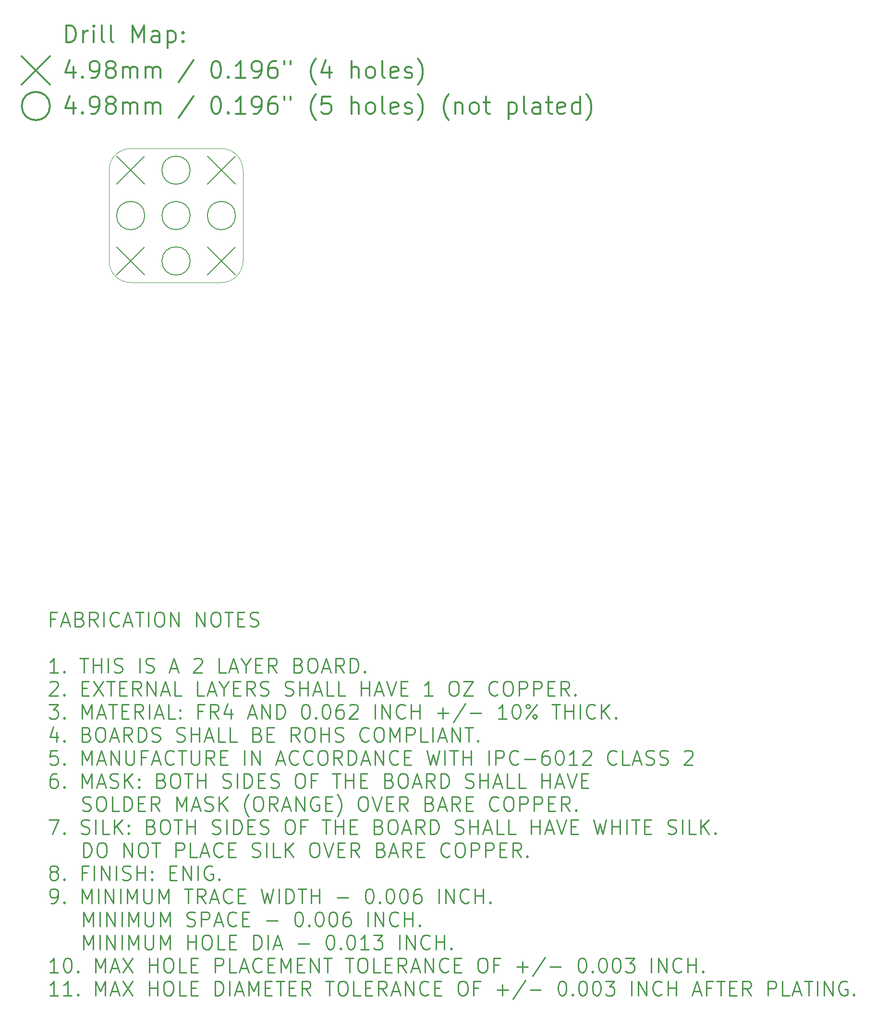
<source format=gbr>
G04 This is an RS-274x file exported by *
G04 gerbv version 2.6.0 *
G04 More information is available about gerbv at *
G04 http://gerbv.gpleda.org/ *
G04 --End of header info--*
%MOIN*%
%FSLAX34Y34*%
%IPPOS*%
G04 --Define apertures--*
%ADD10C,0.0079*%
%ADD11C,0.0118*%
%ADD12C,0.0020*%
%ADD13C,0.0100*%
G04 --Start main section--*
G54D10*
G01X0004620Y-009720D02*
G01X0006580Y-011681D01*
G01X0006580Y-009720D02*
G01X0004620Y-011681D01*
G01X0004620Y-016020D02*
G01X0006580Y-017980D01*
G01X0006580Y-016020D02*
G01X0004620Y-017980D01*
G01X0010919Y-009720D02*
G01X0012880Y-011681D01*
G01X0012880Y-009720D02*
G01X0010919Y-011681D01*
G01X0010919Y-016020D02*
G01X0012880Y-017980D01*
G01X0012880Y-016020D02*
G01X0010919Y-017980D01*
G01X0006580Y-013850D02*
G75*
G03X0006580Y-013850I-000980J0000000D01*
G01X0009730Y-010701D02*
G75*
G03X0009730Y-010701I-000980J0000000D01*
G01X0009730Y-013850D02*
G75*
G03X0009730Y-013850I-000980J0000000D01*
G01X0009730Y-017000D02*
G75*
G03X0009730Y-017000I-000980J0000000D01*
G01X0012880Y-013850D02*
G75*
G03X0012880Y-013850I-000980J0000000D01*
G54D11*
G01X0001128Y-001834D02*
G01X0001128Y-000652D01*
G01X0001128Y-000652D02*
G01X0001409Y-000652D01*
G01X0001409Y-000652D02*
G01X0001578Y-000709D01*
G01X0001578Y-000709D02*
G01X0001690Y-000821D01*
G01X0001690Y-000821D02*
G01X0001746Y-000934D01*
G01X0001746Y-000934D02*
G01X0001803Y-001159D01*
G01X0001803Y-001159D02*
G01X0001803Y-001327D01*
G01X0001803Y-001327D02*
G01X0001746Y-001552D01*
G01X0001746Y-001552D02*
G01X0001690Y-001665D01*
G01X0001690Y-001665D02*
G01X0001578Y-001777D01*
G01X0001578Y-001777D02*
G01X0001409Y-001834D01*
G01X0001409Y-001834D02*
G01X0001128Y-001834D01*
G01X0002309Y-001834D02*
G01X0002309Y-001046D01*
G01X0002309Y-001271D02*
G01X0002365Y-001159D01*
G01X0002365Y-001159D02*
G01X0002421Y-001102D01*
G01X0002421Y-001102D02*
G01X0002534Y-001046D01*
G01X0002534Y-001046D02*
G01X0002646Y-001046D01*
G01X0003040Y-001834D02*
G01X0003040Y-001046D01*
G01X0003040Y-000652D02*
G01X0002984Y-000709D01*
G01X0002984Y-000709D02*
G01X0003040Y-000765D01*
G01X0003040Y-000765D02*
G01X0003096Y-000709D01*
G01X0003096Y-000709D02*
G01X0003040Y-000652D01*
G01X0003040Y-000652D02*
G01X0003040Y-000765D01*
G01X0003771Y-001834D02*
G01X0003659Y-001777D01*
G01X0003659Y-001777D02*
G01X0003602Y-001665D01*
G01X0003602Y-001665D02*
G01X0003602Y-000652D01*
G01X0004390Y-001834D02*
G01X0004277Y-001777D01*
G01X0004277Y-001777D02*
G01X0004221Y-001665D01*
G01X0004221Y-001665D02*
G01X0004221Y-000652D01*
G01X0005740Y-001834D02*
G01X0005740Y-000652D01*
G01X0005740Y-000652D02*
G01X0006133Y-001496D01*
G01X0006133Y-001496D02*
G01X0006527Y-000652D01*
G01X0006527Y-000652D02*
G01X0006527Y-001834D01*
G01X0007596Y-001834D02*
G01X0007596Y-001215D01*
G01X0007596Y-001215D02*
G01X0007539Y-001102D01*
G01X0007539Y-001102D02*
G01X0007427Y-001046D01*
G01X0007427Y-001046D02*
G01X0007202Y-001046D01*
G01X0007202Y-001046D02*
G01X0007089Y-001102D01*
G01X0007596Y-001777D02*
G01X0007483Y-001834D01*
G01X0007483Y-001834D02*
G01X0007202Y-001834D01*
G01X0007202Y-001834D02*
G01X0007089Y-001777D01*
G01X0007089Y-001777D02*
G01X0007033Y-001665D01*
G01X0007033Y-001665D02*
G01X0007033Y-001552D01*
G01X0007033Y-001552D02*
G01X0007089Y-001440D01*
G01X0007089Y-001440D02*
G01X0007202Y-001384D01*
G01X0007202Y-001384D02*
G01X0007483Y-001384D01*
G01X0007483Y-001384D02*
G01X0007596Y-001327D01*
G01X0008158Y-001046D02*
G01X0008158Y-002227D01*
G01X0008158Y-001102D02*
G01X0008271Y-001046D01*
G01X0008271Y-001046D02*
G01X0008496Y-001046D01*
G01X0008496Y-001046D02*
G01X0008608Y-001102D01*
G01X0008608Y-001102D02*
G01X0008664Y-001159D01*
G01X0008664Y-001159D02*
G01X0008720Y-001271D01*
G01X0008720Y-001271D02*
G01X0008720Y-001609D01*
G01X0008720Y-001609D02*
G01X0008664Y-001721D01*
G01X0008664Y-001721D02*
G01X0008608Y-001777D01*
G01X0008608Y-001777D02*
G01X0008496Y-001834D01*
G01X0008496Y-001834D02*
G01X0008271Y-001834D01*
G01X0008271Y-001834D02*
G01X0008158Y-001777D01*
G01X0009227Y-001721D02*
G01X0009283Y-001777D01*
G01X0009283Y-001777D02*
G01X0009227Y-001834D01*
G01X0009227Y-001834D02*
G01X0009170Y-001777D01*
G01X0009170Y-001777D02*
G01X0009227Y-001721D01*
G01X0009227Y-001721D02*
G01X0009227Y-001834D01*
G01X0009227Y-001102D02*
G01X0009283Y-001159D01*
G01X0009283Y-001159D02*
G01X0009227Y-001215D01*
G01X0009227Y-001215D02*
G01X0009170Y-001159D01*
G01X0009170Y-001159D02*
G01X0009227Y-001102D01*
G01X0009227Y-001102D02*
G01X0009227Y-001215D01*
G01X-001961Y-002799D02*
G01X0000000Y-004760D01*
G01X0000000Y-002799D02*
G01X-001961Y-004760D01*
G01X0001634Y-003526D02*
G01X0001634Y-004314D01*
G01X0001353Y-003076D02*
G01X0001071Y-003920D01*
G01X0001071Y-003920D02*
G01X0001803Y-003920D01*
G01X0002253Y-004201D02*
G01X0002309Y-004258D01*
G01X0002309Y-004258D02*
G01X0002253Y-004314D01*
G01X0002253Y-004314D02*
G01X0002196Y-004258D01*
G01X0002196Y-004258D02*
G01X0002253Y-004201D01*
G01X0002253Y-004201D02*
G01X0002253Y-004314D01*
G01X0002871Y-004314D02*
G01X0003096Y-004314D01*
G01X0003096Y-004314D02*
G01X0003209Y-004258D01*
G01X0003209Y-004258D02*
G01X0003265Y-004201D01*
G01X0003265Y-004201D02*
G01X0003377Y-004033D01*
G01X0003377Y-004033D02*
G01X0003434Y-003808D01*
G01X0003434Y-003808D02*
G01X0003434Y-003358D01*
G01X0003434Y-003358D02*
G01X0003377Y-003245D01*
G01X0003377Y-003245D02*
G01X0003321Y-003189D01*
G01X0003321Y-003189D02*
G01X0003209Y-003133D01*
G01X0003209Y-003133D02*
G01X0002984Y-003133D01*
G01X0002984Y-003133D02*
G01X0002871Y-003189D01*
G01X0002871Y-003189D02*
G01X0002815Y-003245D01*
G01X0002815Y-003245D02*
G01X0002759Y-003358D01*
G01X0002759Y-003358D02*
G01X0002759Y-003639D01*
G01X0002759Y-003639D02*
G01X0002815Y-003751D01*
G01X0002815Y-003751D02*
G01X0002871Y-003808D01*
G01X0002871Y-003808D02*
G01X0002984Y-003864D01*
G01X0002984Y-003864D02*
G01X0003209Y-003864D01*
G01X0003209Y-003864D02*
G01X0003321Y-003808D01*
G01X0003321Y-003808D02*
G01X0003377Y-003751D01*
G01X0003377Y-003751D02*
G01X0003434Y-003639D01*
G01X0004109Y-003639D02*
G01X0003996Y-003583D01*
G01X0003996Y-003583D02*
G01X0003940Y-003526D01*
G01X0003940Y-003526D02*
G01X0003884Y-003414D01*
G01X0003884Y-003414D02*
G01X0003884Y-003358D01*
G01X0003884Y-003358D02*
G01X0003940Y-003245D01*
G01X0003940Y-003245D02*
G01X0003996Y-003189D01*
G01X0003996Y-003189D02*
G01X0004109Y-003133D01*
G01X0004109Y-003133D02*
G01X0004334Y-003133D01*
G01X0004334Y-003133D02*
G01X0004446Y-003189D01*
G01X0004446Y-003189D02*
G01X0004502Y-003245D01*
G01X0004502Y-003245D02*
G01X0004558Y-003358D01*
G01X0004558Y-003358D02*
G01X0004558Y-003414D01*
G01X0004558Y-003414D02*
G01X0004502Y-003526D01*
G01X0004502Y-003526D02*
G01X0004446Y-003583D01*
G01X0004446Y-003583D02*
G01X0004334Y-003639D01*
G01X0004334Y-003639D02*
G01X0004109Y-003639D01*
G01X0004109Y-003639D02*
G01X0003996Y-003695D01*
G01X0003996Y-003695D02*
G01X0003940Y-003751D01*
G01X0003940Y-003751D02*
G01X0003884Y-003864D01*
G01X0003884Y-003864D02*
G01X0003884Y-004089D01*
G01X0003884Y-004089D02*
G01X0003940Y-004201D01*
G01X0003940Y-004201D02*
G01X0003996Y-004258D01*
G01X0003996Y-004258D02*
G01X0004109Y-004314D01*
G01X0004109Y-004314D02*
G01X0004334Y-004314D01*
G01X0004334Y-004314D02*
G01X0004446Y-004258D01*
G01X0004446Y-004258D02*
G01X0004502Y-004201D01*
G01X0004502Y-004201D02*
G01X0004558Y-004089D01*
G01X0004558Y-004089D02*
G01X0004558Y-003864D01*
G01X0004558Y-003864D02*
G01X0004502Y-003751D01*
G01X0004502Y-003751D02*
G01X0004446Y-003695D01*
G01X0004446Y-003695D02*
G01X0004334Y-003639D01*
G01X0005065Y-004314D02*
G01X0005065Y-003526D01*
G01X0005065Y-003639D02*
G01X0005121Y-003583D01*
G01X0005121Y-003583D02*
G01X0005233Y-003526D01*
G01X0005233Y-003526D02*
G01X0005402Y-003526D01*
G01X0005402Y-003526D02*
G01X0005515Y-003583D01*
G01X0005515Y-003583D02*
G01X0005571Y-003695D01*
G01X0005571Y-003695D02*
G01X0005571Y-004314D01*
G01X0005571Y-003695D02*
G01X0005627Y-003583D01*
G01X0005627Y-003583D02*
G01X0005740Y-003526D01*
G01X0005740Y-003526D02*
G01X0005908Y-003526D01*
G01X0005908Y-003526D02*
G01X0006021Y-003583D01*
G01X0006021Y-003583D02*
G01X0006077Y-003695D01*
G01X0006077Y-003695D02*
G01X0006077Y-004314D01*
G01X0006639Y-004314D02*
G01X0006639Y-003526D01*
G01X0006639Y-003639D02*
G01X0006696Y-003583D01*
G01X0006696Y-003583D02*
G01X0006808Y-003526D01*
G01X0006808Y-003526D02*
G01X0006977Y-003526D01*
G01X0006977Y-003526D02*
G01X0007089Y-003583D01*
G01X0007089Y-003583D02*
G01X0007146Y-003695D01*
G01X0007146Y-003695D02*
G01X0007146Y-004314D01*
G01X0007146Y-003695D02*
G01X0007202Y-003583D01*
G01X0007202Y-003583D02*
G01X0007314Y-003526D01*
G01X0007314Y-003526D02*
G01X0007483Y-003526D01*
G01X0007483Y-003526D02*
G01X0007596Y-003583D01*
G01X0007596Y-003583D02*
G01X0007652Y-003695D01*
G01X0007652Y-003695D02*
G01X0007652Y-004314D01*
G01X0009958Y-003076D02*
G01X0008945Y-004595D01*
G01X0011476Y-003133D02*
G01X0011589Y-003133D01*
G01X0011589Y-003133D02*
G01X0011701Y-003189D01*
G01X0011701Y-003189D02*
G01X0011758Y-003245D01*
G01X0011758Y-003245D02*
G01X0011814Y-003358D01*
G01X0011814Y-003358D02*
G01X0011870Y-003583D01*
G01X0011870Y-003583D02*
G01X0011870Y-003864D01*
G01X0011870Y-003864D02*
G01X0011814Y-004089D01*
G01X0011814Y-004089D02*
G01X0011758Y-004201D01*
G01X0011758Y-004201D02*
G01X0011701Y-004258D01*
G01X0011701Y-004258D02*
G01X0011589Y-004314D01*
G01X0011589Y-004314D02*
G01X0011476Y-004314D01*
G01X0011476Y-004314D02*
G01X0011364Y-004258D01*
G01X0011364Y-004258D02*
G01X0011308Y-004201D01*
G01X0011308Y-004201D02*
G01X0011251Y-004089D01*
G01X0011251Y-004089D02*
G01X0011195Y-003864D01*
G01X0011195Y-003864D02*
G01X0011195Y-003583D01*
G01X0011195Y-003583D02*
G01X0011251Y-003358D01*
G01X0011251Y-003358D02*
G01X0011308Y-003245D01*
G01X0011308Y-003245D02*
G01X0011364Y-003189D01*
G01X0011364Y-003189D02*
G01X0011476Y-003133D01*
G01X0012376Y-004201D02*
G01X0012433Y-004258D01*
G01X0012433Y-004258D02*
G01X0012376Y-004314D01*
G01X0012376Y-004314D02*
G01X0012320Y-004258D01*
G01X0012320Y-004258D02*
G01X0012376Y-004201D01*
G01X0012376Y-004201D02*
G01X0012376Y-004314D01*
G01X0013557Y-004314D02*
G01X0012882Y-004314D01*
G01X0013220Y-004314D02*
G01X0013220Y-003133D01*
G01X0013220Y-003133D02*
G01X0013107Y-003301D01*
G01X0013107Y-003301D02*
G01X0012995Y-003414D01*
G01X0012995Y-003414D02*
G01X0012882Y-003470D01*
G01X0014120Y-004314D02*
G01X0014345Y-004314D01*
G01X0014345Y-004314D02*
G01X0014457Y-004258D01*
G01X0014457Y-004258D02*
G01X0014513Y-004201D01*
G01X0014513Y-004201D02*
G01X0014626Y-004033D01*
G01X0014626Y-004033D02*
G01X0014682Y-003808D01*
G01X0014682Y-003808D02*
G01X0014682Y-003358D01*
G01X0014682Y-003358D02*
G01X0014626Y-003245D01*
G01X0014626Y-003245D02*
G01X0014570Y-003189D01*
G01X0014570Y-003189D02*
G01X0014457Y-003133D01*
G01X0014457Y-003133D02*
G01X0014232Y-003133D01*
G01X0014232Y-003133D02*
G01X0014120Y-003189D01*
G01X0014120Y-003189D02*
G01X0014064Y-003245D01*
G01X0014064Y-003245D02*
G01X0014007Y-003358D01*
G01X0014007Y-003358D02*
G01X0014007Y-003639D01*
G01X0014007Y-003639D02*
G01X0014064Y-003751D01*
G01X0014064Y-003751D02*
G01X0014120Y-003808D01*
G01X0014120Y-003808D02*
G01X0014232Y-003864D01*
G01X0014232Y-003864D02*
G01X0014457Y-003864D01*
G01X0014457Y-003864D02*
G01X0014570Y-003808D01*
G01X0014570Y-003808D02*
G01X0014626Y-003751D01*
G01X0014626Y-003751D02*
G01X0014682Y-003639D01*
G01X0015695Y-003133D02*
G01X0015470Y-003133D01*
G01X0015470Y-003133D02*
G01X0015357Y-003189D01*
G01X0015357Y-003189D02*
G01X0015301Y-003245D01*
G01X0015301Y-003245D02*
G01X0015188Y-003414D01*
G01X0015188Y-003414D02*
G01X0015132Y-003639D01*
G01X0015132Y-003639D02*
G01X0015132Y-004089D01*
G01X0015132Y-004089D02*
G01X0015188Y-004201D01*
G01X0015188Y-004201D02*
G01X0015245Y-004258D01*
G01X0015245Y-004258D02*
G01X0015357Y-004314D01*
G01X0015357Y-004314D02*
G01X0015582Y-004314D01*
G01X0015582Y-004314D02*
G01X0015695Y-004258D01*
G01X0015695Y-004258D02*
G01X0015751Y-004201D01*
G01X0015751Y-004201D02*
G01X0015807Y-004089D01*
G01X0015807Y-004089D02*
G01X0015807Y-003808D01*
G01X0015807Y-003808D02*
G01X0015751Y-003695D01*
G01X0015751Y-003695D02*
G01X0015695Y-003639D01*
G01X0015695Y-003639D02*
G01X0015582Y-003583D01*
G01X0015582Y-003583D02*
G01X0015357Y-003583D01*
G01X0015357Y-003583D02*
G01X0015245Y-003639D01*
G01X0015245Y-003639D02*
G01X0015188Y-003695D01*
G01X0015188Y-003695D02*
G01X0015132Y-003808D01*
G01X0016257Y-003133D02*
G01X0016257Y-003358D01*
G01X0016707Y-003133D02*
G01X0016707Y-003358D01*
G01X0018451Y-004764D02*
G01X0018394Y-004708D01*
G01X0018394Y-004708D02*
G01X0018282Y-004539D01*
G01X0018282Y-004539D02*
G01X0018226Y-004426D01*
G01X0018226Y-004426D02*
G01X0018169Y-004258D01*
G01X0018169Y-004258D02*
G01X0018113Y-003976D01*
G01X0018113Y-003976D02*
G01X0018113Y-003751D01*
G01X0018113Y-003751D02*
G01X0018169Y-003470D01*
G01X0018169Y-003470D02*
G01X0018226Y-003301D01*
G01X0018226Y-003301D02*
G01X0018282Y-003189D01*
G01X0018282Y-003189D02*
G01X0018394Y-003020D01*
G01X0018394Y-003020D02*
G01X0018451Y-002964D01*
G01X0019407Y-003526D02*
G01X0019407Y-004314D01*
G01X0019125Y-003076D02*
G01X0018844Y-003920D01*
G01X0018844Y-003920D02*
G01X0019575Y-003920D01*
G01X0020925Y-004314D02*
G01X0020925Y-003133D01*
G01X0021431Y-004314D02*
G01X0021431Y-003695D01*
G01X0021431Y-003695D02*
G01X0021375Y-003583D01*
G01X0021375Y-003583D02*
G01X0021263Y-003526D01*
G01X0021263Y-003526D02*
G01X0021094Y-003526D01*
G01X0021094Y-003526D02*
G01X0020981Y-003583D01*
G01X0020981Y-003583D02*
G01X0020925Y-003639D01*
G01X0022163Y-004314D02*
G01X0022050Y-004258D01*
G01X0022050Y-004258D02*
G01X0021994Y-004201D01*
G01X0021994Y-004201D02*
G01X0021938Y-004089D01*
G01X0021938Y-004089D02*
G01X0021938Y-003751D01*
G01X0021938Y-003751D02*
G01X0021994Y-003639D01*
G01X0021994Y-003639D02*
G01X0022050Y-003583D01*
G01X0022050Y-003583D02*
G01X0022163Y-003526D01*
G01X0022163Y-003526D02*
G01X0022331Y-003526D01*
G01X0022331Y-003526D02*
G01X0022444Y-003583D01*
G01X0022444Y-003583D02*
G01X0022500Y-003639D01*
G01X0022500Y-003639D02*
G01X0022556Y-003751D01*
G01X0022556Y-003751D02*
G01X0022556Y-004089D01*
G01X0022556Y-004089D02*
G01X0022500Y-004201D01*
G01X0022500Y-004201D02*
G01X0022444Y-004258D01*
G01X0022444Y-004258D02*
G01X0022331Y-004314D01*
G01X0022331Y-004314D02*
G01X0022163Y-004314D01*
G01X0023231Y-004314D02*
G01X0023119Y-004258D01*
G01X0023119Y-004258D02*
G01X0023062Y-004145D01*
G01X0023062Y-004145D02*
G01X0023062Y-003133D01*
G01X0024131Y-004258D02*
G01X0024019Y-004314D01*
G01X0024019Y-004314D02*
G01X0023794Y-004314D01*
G01X0023794Y-004314D02*
G01X0023681Y-004258D01*
G01X0023681Y-004258D02*
G01X0023625Y-004145D01*
G01X0023625Y-004145D02*
G01X0023625Y-003695D01*
G01X0023625Y-003695D02*
G01X0023681Y-003583D01*
G01X0023681Y-003583D02*
G01X0023794Y-003526D01*
G01X0023794Y-003526D02*
G01X0024019Y-003526D01*
G01X0024019Y-003526D02*
G01X0024131Y-003583D01*
G01X0024131Y-003583D02*
G01X0024187Y-003695D01*
G01X0024187Y-003695D02*
G01X0024187Y-003808D01*
G01X0024187Y-003808D02*
G01X0023625Y-003920D01*
G01X0024637Y-004258D02*
G01X0024750Y-004314D01*
G01X0024750Y-004314D02*
G01X0024975Y-004314D01*
G01X0024975Y-004314D02*
G01X0025087Y-004258D01*
G01X0025087Y-004258D02*
G01X0025143Y-004145D01*
G01X0025143Y-004145D02*
G01X0025143Y-004089D01*
G01X0025143Y-004089D02*
G01X0025087Y-003976D01*
G01X0025087Y-003976D02*
G01X0024975Y-003920D01*
G01X0024975Y-003920D02*
G01X0024806Y-003920D01*
G01X0024806Y-003920D02*
G01X0024693Y-003864D01*
G01X0024693Y-003864D02*
G01X0024637Y-003751D01*
G01X0024637Y-003751D02*
G01X0024637Y-003695D01*
G01X0024637Y-003695D02*
G01X0024693Y-003583D01*
G01X0024693Y-003583D02*
G01X0024806Y-003526D01*
G01X0024806Y-003526D02*
G01X0024975Y-003526D01*
G01X0024975Y-003526D02*
G01X0025087Y-003583D01*
G01X0025537Y-004764D02*
G01X0025593Y-004708D01*
G01X0025593Y-004708D02*
G01X0025706Y-004539D01*
G01X0025706Y-004539D02*
G01X0025762Y-004426D01*
G01X0025762Y-004426D02*
G01X0025818Y-004258D01*
G01X0025818Y-004258D02*
G01X0025875Y-003976D01*
G01X0025875Y-003976D02*
G01X0025875Y-003751D01*
G01X0025875Y-003751D02*
G01X0025818Y-003470D01*
G01X0025818Y-003470D02*
G01X0025762Y-003301D01*
G01X0025762Y-003301D02*
G01X0025706Y-003189D01*
G01X0025706Y-003189D02*
G01X0025593Y-003020D01*
G01X0025593Y-003020D02*
G01X0025537Y-002964D01*
G01X0000000Y-006252D02*
G75*
G03X0000000Y-006252I-000980J0000000D01*
G01X0001634Y-005999D02*
G01X0001634Y-006786D01*
G01X0001353Y-005549D02*
G01X0001071Y-006393D01*
G01X0001071Y-006393D02*
G01X0001803Y-006393D01*
G01X0002253Y-006674D02*
G01X0002309Y-006730D01*
G01X0002309Y-006730D02*
G01X0002253Y-006786D01*
G01X0002253Y-006786D02*
G01X0002196Y-006730D01*
G01X0002196Y-006730D02*
G01X0002253Y-006674D01*
G01X0002253Y-006674D02*
G01X0002253Y-006786D01*
G01X0002871Y-006786D02*
G01X0003096Y-006786D01*
G01X0003096Y-006786D02*
G01X0003209Y-006730D01*
G01X0003209Y-006730D02*
G01X0003265Y-006674D01*
G01X0003265Y-006674D02*
G01X0003377Y-006505D01*
G01X0003377Y-006505D02*
G01X0003434Y-006280D01*
G01X0003434Y-006280D02*
G01X0003434Y-005830D01*
G01X0003434Y-005830D02*
G01X0003377Y-005718D01*
G01X0003377Y-005718D02*
G01X0003321Y-005661D01*
G01X0003321Y-005661D02*
G01X0003209Y-005605D01*
G01X0003209Y-005605D02*
G01X0002984Y-005605D01*
G01X0002984Y-005605D02*
G01X0002871Y-005661D01*
G01X0002871Y-005661D02*
G01X0002815Y-005718D01*
G01X0002815Y-005718D02*
G01X0002759Y-005830D01*
G01X0002759Y-005830D02*
G01X0002759Y-006111D01*
G01X0002759Y-006111D02*
G01X0002815Y-006224D01*
G01X0002815Y-006224D02*
G01X0002871Y-006280D01*
G01X0002871Y-006280D02*
G01X0002984Y-006336D01*
G01X0002984Y-006336D02*
G01X0003209Y-006336D01*
G01X0003209Y-006336D02*
G01X0003321Y-006280D01*
G01X0003321Y-006280D02*
G01X0003377Y-006224D01*
G01X0003377Y-006224D02*
G01X0003434Y-006111D01*
G01X0004109Y-006111D02*
G01X0003996Y-006055D01*
G01X0003996Y-006055D02*
G01X0003940Y-005999D01*
G01X0003940Y-005999D02*
G01X0003884Y-005886D01*
G01X0003884Y-005886D02*
G01X0003884Y-005830D01*
G01X0003884Y-005830D02*
G01X0003940Y-005718D01*
G01X0003940Y-005718D02*
G01X0003996Y-005661D01*
G01X0003996Y-005661D02*
G01X0004109Y-005605D01*
G01X0004109Y-005605D02*
G01X0004334Y-005605D01*
G01X0004334Y-005605D02*
G01X0004446Y-005661D01*
G01X0004446Y-005661D02*
G01X0004502Y-005718D01*
G01X0004502Y-005718D02*
G01X0004558Y-005830D01*
G01X0004558Y-005830D02*
G01X0004558Y-005886D01*
G01X0004558Y-005886D02*
G01X0004502Y-005999D01*
G01X0004502Y-005999D02*
G01X0004446Y-006055D01*
G01X0004446Y-006055D02*
G01X0004334Y-006111D01*
G01X0004334Y-006111D02*
G01X0004109Y-006111D01*
G01X0004109Y-006111D02*
G01X0003996Y-006168D01*
G01X0003996Y-006168D02*
G01X0003940Y-006224D01*
G01X0003940Y-006224D02*
G01X0003884Y-006336D01*
G01X0003884Y-006336D02*
G01X0003884Y-006561D01*
G01X0003884Y-006561D02*
G01X0003940Y-006674D01*
G01X0003940Y-006674D02*
G01X0003996Y-006730D01*
G01X0003996Y-006730D02*
G01X0004109Y-006786D01*
G01X0004109Y-006786D02*
G01X0004334Y-006786D01*
G01X0004334Y-006786D02*
G01X0004446Y-006730D01*
G01X0004446Y-006730D02*
G01X0004502Y-006674D01*
G01X0004502Y-006674D02*
G01X0004558Y-006561D01*
G01X0004558Y-006561D02*
G01X0004558Y-006336D01*
G01X0004558Y-006336D02*
G01X0004502Y-006224D01*
G01X0004502Y-006224D02*
G01X0004446Y-006168D01*
G01X0004446Y-006168D02*
G01X0004334Y-006111D01*
G01X0005065Y-006786D02*
G01X0005065Y-005999D01*
G01X0005065Y-006111D02*
G01X0005121Y-006055D01*
G01X0005121Y-006055D02*
G01X0005233Y-005999D01*
G01X0005233Y-005999D02*
G01X0005402Y-005999D01*
G01X0005402Y-005999D02*
G01X0005515Y-006055D01*
G01X0005515Y-006055D02*
G01X0005571Y-006168D01*
G01X0005571Y-006168D02*
G01X0005571Y-006786D01*
G01X0005571Y-006168D02*
G01X0005627Y-006055D01*
G01X0005627Y-006055D02*
G01X0005740Y-005999D01*
G01X0005740Y-005999D02*
G01X0005908Y-005999D01*
G01X0005908Y-005999D02*
G01X0006021Y-006055D01*
G01X0006021Y-006055D02*
G01X0006077Y-006168D01*
G01X0006077Y-006168D02*
G01X0006077Y-006786D01*
G01X0006639Y-006786D02*
G01X0006639Y-005999D01*
G01X0006639Y-006111D02*
G01X0006696Y-006055D01*
G01X0006696Y-006055D02*
G01X0006808Y-005999D01*
G01X0006808Y-005999D02*
G01X0006977Y-005999D01*
G01X0006977Y-005999D02*
G01X0007089Y-006055D01*
G01X0007089Y-006055D02*
G01X0007146Y-006168D01*
G01X0007146Y-006168D02*
G01X0007146Y-006786D01*
G01X0007146Y-006168D02*
G01X0007202Y-006055D01*
G01X0007202Y-006055D02*
G01X0007314Y-005999D01*
G01X0007314Y-005999D02*
G01X0007483Y-005999D01*
G01X0007483Y-005999D02*
G01X0007596Y-006055D01*
G01X0007596Y-006055D02*
G01X0007652Y-006168D01*
G01X0007652Y-006168D02*
G01X0007652Y-006786D01*
G01X0009958Y-005549D02*
G01X0008945Y-007067D01*
G01X0011476Y-005605D02*
G01X0011589Y-005605D01*
G01X0011589Y-005605D02*
G01X0011701Y-005661D01*
G01X0011701Y-005661D02*
G01X0011758Y-005718D01*
G01X0011758Y-005718D02*
G01X0011814Y-005830D01*
G01X0011814Y-005830D02*
G01X0011870Y-006055D01*
G01X0011870Y-006055D02*
G01X0011870Y-006336D01*
G01X0011870Y-006336D02*
G01X0011814Y-006561D01*
G01X0011814Y-006561D02*
G01X0011758Y-006674D01*
G01X0011758Y-006674D02*
G01X0011701Y-006730D01*
G01X0011701Y-006730D02*
G01X0011589Y-006786D01*
G01X0011589Y-006786D02*
G01X0011476Y-006786D01*
G01X0011476Y-006786D02*
G01X0011364Y-006730D01*
G01X0011364Y-006730D02*
G01X0011308Y-006674D01*
G01X0011308Y-006674D02*
G01X0011251Y-006561D01*
G01X0011251Y-006561D02*
G01X0011195Y-006336D01*
G01X0011195Y-006336D02*
G01X0011195Y-006055D01*
G01X0011195Y-006055D02*
G01X0011251Y-005830D01*
G01X0011251Y-005830D02*
G01X0011308Y-005718D01*
G01X0011308Y-005718D02*
G01X0011364Y-005661D01*
G01X0011364Y-005661D02*
G01X0011476Y-005605D01*
G01X0012376Y-006674D02*
G01X0012433Y-006730D01*
G01X0012433Y-006730D02*
G01X0012376Y-006786D01*
G01X0012376Y-006786D02*
G01X0012320Y-006730D01*
G01X0012320Y-006730D02*
G01X0012376Y-006674D01*
G01X0012376Y-006674D02*
G01X0012376Y-006786D01*
G01X0013557Y-006786D02*
G01X0012882Y-006786D01*
G01X0013220Y-006786D02*
G01X0013220Y-005605D01*
G01X0013220Y-005605D02*
G01X0013107Y-005774D01*
G01X0013107Y-005774D02*
G01X0012995Y-005886D01*
G01X0012995Y-005886D02*
G01X0012882Y-005943D01*
G01X0014120Y-006786D02*
G01X0014345Y-006786D01*
G01X0014345Y-006786D02*
G01X0014457Y-006730D01*
G01X0014457Y-006730D02*
G01X0014513Y-006674D01*
G01X0014513Y-006674D02*
G01X0014626Y-006505D01*
G01X0014626Y-006505D02*
G01X0014682Y-006280D01*
G01X0014682Y-006280D02*
G01X0014682Y-005830D01*
G01X0014682Y-005830D02*
G01X0014626Y-005718D01*
G01X0014626Y-005718D02*
G01X0014570Y-005661D01*
G01X0014570Y-005661D02*
G01X0014457Y-005605D01*
G01X0014457Y-005605D02*
G01X0014232Y-005605D01*
G01X0014232Y-005605D02*
G01X0014120Y-005661D01*
G01X0014120Y-005661D02*
G01X0014064Y-005718D01*
G01X0014064Y-005718D02*
G01X0014007Y-005830D01*
G01X0014007Y-005830D02*
G01X0014007Y-006111D01*
G01X0014007Y-006111D02*
G01X0014064Y-006224D01*
G01X0014064Y-006224D02*
G01X0014120Y-006280D01*
G01X0014120Y-006280D02*
G01X0014232Y-006336D01*
G01X0014232Y-006336D02*
G01X0014457Y-006336D01*
G01X0014457Y-006336D02*
G01X0014570Y-006280D01*
G01X0014570Y-006280D02*
G01X0014626Y-006224D01*
G01X0014626Y-006224D02*
G01X0014682Y-006111D01*
G01X0015695Y-005605D02*
G01X0015470Y-005605D01*
G01X0015470Y-005605D02*
G01X0015357Y-005661D01*
G01X0015357Y-005661D02*
G01X0015301Y-005718D01*
G01X0015301Y-005718D02*
G01X0015188Y-005886D01*
G01X0015188Y-005886D02*
G01X0015132Y-006111D01*
G01X0015132Y-006111D02*
G01X0015132Y-006561D01*
G01X0015132Y-006561D02*
G01X0015188Y-006674D01*
G01X0015188Y-006674D02*
G01X0015245Y-006730D01*
G01X0015245Y-006730D02*
G01X0015357Y-006786D01*
G01X0015357Y-006786D02*
G01X0015582Y-006786D01*
G01X0015582Y-006786D02*
G01X0015695Y-006730D01*
G01X0015695Y-006730D02*
G01X0015751Y-006674D01*
G01X0015751Y-006674D02*
G01X0015807Y-006561D01*
G01X0015807Y-006561D02*
G01X0015807Y-006280D01*
G01X0015807Y-006280D02*
G01X0015751Y-006168D01*
G01X0015751Y-006168D02*
G01X0015695Y-006111D01*
G01X0015695Y-006111D02*
G01X0015582Y-006055D01*
G01X0015582Y-006055D02*
G01X0015357Y-006055D01*
G01X0015357Y-006055D02*
G01X0015245Y-006111D01*
G01X0015245Y-006111D02*
G01X0015188Y-006168D01*
G01X0015188Y-006168D02*
G01X0015132Y-006280D01*
G01X0016257Y-005605D02*
G01X0016257Y-005830D01*
G01X0016707Y-005605D02*
G01X0016707Y-005830D01*
G01X0018451Y-007236D02*
G01X0018394Y-007180D01*
G01X0018394Y-007180D02*
G01X0018282Y-007011D01*
G01X0018282Y-007011D02*
G01X0018226Y-006899D01*
G01X0018226Y-006899D02*
G01X0018169Y-006730D01*
G01X0018169Y-006730D02*
G01X0018113Y-006449D01*
G01X0018113Y-006449D02*
G01X0018113Y-006224D01*
G01X0018113Y-006224D02*
G01X0018169Y-005943D01*
G01X0018169Y-005943D02*
G01X0018226Y-005774D01*
G01X0018226Y-005774D02*
G01X0018282Y-005661D01*
G01X0018282Y-005661D02*
G01X0018394Y-005493D01*
G01X0018394Y-005493D02*
G01X0018451Y-005436D01*
G01X0019463Y-005605D02*
G01X0018900Y-005605D01*
G01X0018900Y-005605D02*
G01X0018844Y-006168D01*
G01X0018844Y-006168D02*
G01X0018900Y-006111D01*
G01X0018900Y-006111D02*
G01X0019013Y-006055D01*
G01X0019013Y-006055D02*
G01X0019294Y-006055D01*
G01X0019294Y-006055D02*
G01X0019407Y-006111D01*
G01X0019407Y-006111D02*
G01X0019463Y-006168D01*
G01X0019463Y-006168D02*
G01X0019519Y-006280D01*
G01X0019519Y-006280D02*
G01X0019519Y-006561D01*
G01X0019519Y-006561D02*
G01X0019463Y-006674D01*
G01X0019463Y-006674D02*
G01X0019407Y-006730D01*
G01X0019407Y-006730D02*
G01X0019294Y-006786D01*
G01X0019294Y-006786D02*
G01X0019013Y-006786D01*
G01X0019013Y-006786D02*
G01X0018900Y-006730D01*
G01X0018900Y-006730D02*
G01X0018844Y-006674D01*
G01X0020925Y-006786D02*
G01X0020925Y-005605D01*
G01X0021431Y-006786D02*
G01X0021431Y-006168D01*
G01X0021431Y-006168D02*
G01X0021375Y-006055D01*
G01X0021375Y-006055D02*
G01X0021263Y-005999D01*
G01X0021263Y-005999D02*
G01X0021094Y-005999D01*
G01X0021094Y-005999D02*
G01X0020981Y-006055D01*
G01X0020981Y-006055D02*
G01X0020925Y-006111D01*
G01X0022163Y-006786D02*
G01X0022050Y-006730D01*
G01X0022050Y-006730D02*
G01X0021994Y-006674D01*
G01X0021994Y-006674D02*
G01X0021938Y-006561D01*
G01X0021938Y-006561D02*
G01X0021938Y-006224D01*
G01X0021938Y-006224D02*
G01X0021994Y-006111D01*
G01X0021994Y-006111D02*
G01X0022050Y-006055D01*
G01X0022050Y-006055D02*
G01X0022163Y-005999D01*
G01X0022163Y-005999D02*
G01X0022331Y-005999D01*
G01X0022331Y-005999D02*
G01X0022444Y-006055D01*
G01X0022444Y-006055D02*
G01X0022500Y-006111D01*
G01X0022500Y-006111D02*
G01X0022556Y-006224D01*
G01X0022556Y-006224D02*
G01X0022556Y-006561D01*
G01X0022556Y-006561D02*
G01X0022500Y-006674D01*
G01X0022500Y-006674D02*
G01X0022444Y-006730D01*
G01X0022444Y-006730D02*
G01X0022331Y-006786D01*
G01X0022331Y-006786D02*
G01X0022163Y-006786D01*
G01X0023231Y-006786D02*
G01X0023119Y-006730D01*
G01X0023119Y-006730D02*
G01X0023062Y-006618D01*
G01X0023062Y-006618D02*
G01X0023062Y-005605D01*
G01X0024131Y-006730D02*
G01X0024019Y-006786D01*
G01X0024019Y-006786D02*
G01X0023794Y-006786D01*
G01X0023794Y-006786D02*
G01X0023681Y-006730D01*
G01X0023681Y-006730D02*
G01X0023625Y-006618D01*
G01X0023625Y-006618D02*
G01X0023625Y-006168D01*
G01X0023625Y-006168D02*
G01X0023681Y-006055D01*
G01X0023681Y-006055D02*
G01X0023794Y-005999D01*
G01X0023794Y-005999D02*
G01X0024019Y-005999D01*
G01X0024019Y-005999D02*
G01X0024131Y-006055D01*
G01X0024131Y-006055D02*
G01X0024187Y-006168D01*
G01X0024187Y-006168D02*
G01X0024187Y-006280D01*
G01X0024187Y-006280D02*
G01X0023625Y-006393D01*
G01X0024637Y-006730D02*
G01X0024750Y-006786D01*
G01X0024750Y-006786D02*
G01X0024975Y-006786D01*
G01X0024975Y-006786D02*
G01X0025087Y-006730D01*
G01X0025087Y-006730D02*
G01X0025143Y-006618D01*
G01X0025143Y-006618D02*
G01X0025143Y-006561D01*
G01X0025143Y-006561D02*
G01X0025087Y-006449D01*
G01X0025087Y-006449D02*
G01X0024975Y-006393D01*
G01X0024975Y-006393D02*
G01X0024806Y-006393D01*
G01X0024806Y-006393D02*
G01X0024693Y-006336D01*
G01X0024693Y-006336D02*
G01X0024637Y-006224D01*
G01X0024637Y-006224D02*
G01X0024637Y-006168D01*
G01X0024637Y-006168D02*
G01X0024693Y-006055D01*
G01X0024693Y-006055D02*
G01X0024806Y-005999D01*
G01X0024806Y-005999D02*
G01X0024975Y-005999D01*
G01X0024975Y-005999D02*
G01X0025087Y-006055D01*
G01X0025537Y-007236D02*
G01X0025593Y-007180D01*
G01X0025593Y-007180D02*
G01X0025706Y-007011D01*
G01X0025706Y-007011D02*
G01X0025762Y-006899D01*
G01X0025762Y-006899D02*
G01X0025818Y-006730D01*
G01X0025818Y-006730D02*
G01X0025875Y-006449D01*
G01X0025875Y-006449D02*
G01X0025875Y-006224D01*
G01X0025875Y-006224D02*
G01X0025818Y-005943D01*
G01X0025818Y-005943D02*
G01X0025762Y-005774D01*
G01X0025762Y-005774D02*
G01X0025706Y-005661D01*
G01X0025706Y-005661D02*
G01X0025593Y-005493D01*
G01X0025593Y-005493D02*
G01X0025537Y-005436D01*
G01X0027674Y-007236D02*
G01X0027618Y-007180D01*
G01X0027618Y-007180D02*
G01X0027506Y-007011D01*
G01X0027506Y-007011D02*
G01X0027449Y-006899D01*
G01X0027449Y-006899D02*
G01X0027393Y-006730D01*
G01X0027393Y-006730D02*
G01X0027337Y-006449D01*
G01X0027337Y-006449D02*
G01X0027337Y-006224D01*
G01X0027337Y-006224D02*
G01X0027393Y-005943D01*
G01X0027393Y-005943D02*
G01X0027449Y-005774D01*
G01X0027449Y-005774D02*
G01X0027506Y-005661D01*
G01X0027506Y-005661D02*
G01X0027618Y-005493D01*
G01X0027618Y-005493D02*
G01X0027674Y-005436D01*
G01X0028124Y-005999D02*
G01X0028124Y-006786D01*
G01X0028124Y-006111D02*
G01X0028181Y-006055D01*
G01X0028181Y-006055D02*
G01X0028293Y-005999D01*
G01X0028293Y-005999D02*
G01X0028462Y-005999D01*
G01X0028462Y-005999D02*
G01X0028574Y-006055D01*
G01X0028574Y-006055D02*
G01X0028630Y-006168D01*
G01X0028630Y-006168D02*
G01X0028630Y-006786D01*
G01X0029362Y-006786D02*
G01X0029249Y-006730D01*
G01X0029249Y-006730D02*
G01X0029193Y-006674D01*
G01X0029193Y-006674D02*
G01X0029137Y-006561D01*
G01X0029137Y-006561D02*
G01X0029137Y-006224D01*
G01X0029137Y-006224D02*
G01X0029193Y-006111D01*
G01X0029193Y-006111D02*
G01X0029249Y-006055D01*
G01X0029249Y-006055D02*
G01X0029362Y-005999D01*
G01X0029362Y-005999D02*
G01X0029530Y-005999D01*
G01X0029530Y-005999D02*
G01X0029643Y-006055D01*
G01X0029643Y-006055D02*
G01X0029699Y-006111D01*
G01X0029699Y-006111D02*
G01X0029755Y-006224D01*
G01X0029755Y-006224D02*
G01X0029755Y-006561D01*
G01X0029755Y-006561D02*
G01X0029699Y-006674D01*
G01X0029699Y-006674D02*
G01X0029643Y-006730D01*
G01X0029643Y-006730D02*
G01X0029530Y-006786D01*
G01X0029530Y-006786D02*
G01X0029362Y-006786D01*
G01X0030093Y-005999D02*
G01X0030543Y-005999D01*
G01X0030262Y-005605D02*
G01X0030262Y-006618D01*
G01X0030262Y-006618D02*
G01X0030318Y-006730D01*
G01X0030318Y-006730D02*
G01X0030430Y-006786D01*
G01X0030430Y-006786D02*
G01X0030543Y-006786D01*
G01X0031836Y-005999D02*
G01X0031836Y-007180D01*
G01X0031836Y-006055D02*
G01X0031949Y-005999D01*
G01X0031949Y-005999D02*
G01X0032174Y-005999D01*
G01X0032174Y-005999D02*
G01X0032286Y-006055D01*
G01X0032286Y-006055D02*
G01X0032343Y-006111D01*
G01X0032343Y-006111D02*
G01X0032399Y-006224D01*
G01X0032399Y-006224D02*
G01X0032399Y-006561D01*
G01X0032399Y-006561D02*
G01X0032343Y-006674D01*
G01X0032343Y-006674D02*
G01X0032286Y-006730D01*
G01X0032286Y-006730D02*
G01X0032174Y-006786D01*
G01X0032174Y-006786D02*
G01X0031949Y-006786D01*
G01X0031949Y-006786D02*
G01X0031836Y-006730D01*
G01X0033074Y-006786D02*
G01X0032961Y-006730D01*
G01X0032961Y-006730D02*
G01X0032905Y-006618D01*
G01X0032905Y-006618D02*
G01X0032905Y-005605D01*
G01X0034030Y-006786D02*
G01X0034030Y-006168D01*
G01X0034030Y-006168D02*
G01X0033974Y-006055D01*
G01X0033974Y-006055D02*
G01X0033861Y-005999D01*
G01X0033861Y-005999D02*
G01X0033636Y-005999D01*
G01X0033636Y-005999D02*
G01X0033524Y-006055D01*
G01X0034030Y-006730D02*
G01X0033917Y-006786D01*
G01X0033917Y-006786D02*
G01X0033636Y-006786D01*
G01X0033636Y-006786D02*
G01X0033524Y-006730D01*
G01X0033524Y-006730D02*
G01X0033467Y-006618D01*
G01X0033467Y-006618D02*
G01X0033467Y-006505D01*
G01X0033467Y-006505D02*
G01X0033524Y-006393D01*
G01X0033524Y-006393D02*
G01X0033636Y-006336D01*
G01X0033636Y-006336D02*
G01X0033917Y-006336D01*
G01X0033917Y-006336D02*
G01X0034030Y-006280D01*
G01X0034424Y-005999D02*
G01X0034873Y-005999D01*
G01X0034592Y-005605D02*
G01X0034592Y-006618D01*
G01X0034592Y-006618D02*
G01X0034648Y-006730D01*
G01X0034648Y-006730D02*
G01X0034761Y-006786D01*
G01X0034761Y-006786D02*
G01X0034873Y-006786D01*
G01X0035717Y-006730D02*
G01X0035605Y-006786D01*
G01X0035605Y-006786D02*
G01X0035380Y-006786D01*
G01X0035380Y-006786D02*
G01X0035267Y-006730D01*
G01X0035267Y-006730D02*
G01X0035211Y-006618D01*
G01X0035211Y-006618D02*
G01X0035211Y-006168D01*
G01X0035211Y-006168D02*
G01X0035267Y-006055D01*
G01X0035267Y-006055D02*
G01X0035380Y-005999D01*
G01X0035380Y-005999D02*
G01X0035605Y-005999D01*
G01X0035605Y-005999D02*
G01X0035717Y-006055D01*
G01X0035717Y-006055D02*
G01X0035773Y-006168D01*
G01X0035773Y-006168D02*
G01X0035773Y-006280D01*
G01X0035773Y-006280D02*
G01X0035211Y-006393D01*
G01X0036786Y-006786D02*
G01X0036786Y-005605D01*
G01X0036786Y-006730D02*
G01X0036673Y-006786D01*
G01X0036673Y-006786D02*
G01X0036448Y-006786D01*
G01X0036448Y-006786D02*
G01X0036336Y-006730D01*
G01X0036336Y-006730D02*
G01X0036280Y-006674D01*
G01X0036280Y-006674D02*
G01X0036223Y-006561D01*
G01X0036223Y-006561D02*
G01X0036223Y-006224D01*
G01X0036223Y-006224D02*
G01X0036280Y-006111D01*
G01X0036280Y-006111D02*
G01X0036336Y-006055D01*
G01X0036336Y-006055D02*
G01X0036448Y-005999D01*
G01X0036448Y-005999D02*
G01X0036673Y-005999D01*
G01X0036673Y-005999D02*
G01X0036786Y-006055D01*
G01X0037236Y-007236D02*
G01X0037292Y-007180D01*
G01X0037292Y-007180D02*
G01X0037404Y-007011D01*
G01X0037404Y-007011D02*
G01X0037461Y-006899D01*
G01X0037461Y-006899D02*
G01X0037517Y-006730D01*
G01X0037517Y-006730D02*
G01X0037573Y-006449D01*
G01X0037573Y-006449D02*
G01X0037573Y-006224D01*
G01X0037573Y-006224D02*
G01X0037517Y-005943D01*
G01X0037517Y-005943D02*
G01X0037461Y-005774D01*
G01X0037461Y-005774D02*
G01X0037404Y-005661D01*
G01X0037404Y-005661D02*
G01X0037292Y-005493D01*
G01X0037292Y-005493D02*
G01X0037236Y-005436D01*
G01X0000000Y0000000D02*
G54D12*
G01X0013395Y-010701D02*
G75*
G03X0011899Y-009205I-001496J0000000D01*
G01X0011899Y-018496D02*
G75*
G03X0013395Y-017000I0000000J0001496D01*
G01X0004104Y-017000D02*
G75*
G03X0005600Y-018496I0001496J0000000D01*
G01X0005600Y-009205D02*
G75*
G03X0004104Y-010701I0000000J-001496D01*
G01X0005600Y-009205D02*
G01X0011899Y-009205D01*
G01X0013395Y-010701D02*
G01X0013395Y-017000D01*
G01X0004104Y-010701D02*
G01X0004104Y-017000D01*
G01X0005600Y-018496D02*
G01X0011899Y-018496D01*
G01X0000000Y0000000D02*
G54D13*
G01X0000366Y-041829D02*
G01X0000033Y-041829D01*
G01X0000033Y-042352D02*
G01X0000033Y-041352D01*
G01X0000033Y-041352D02*
G01X0000509Y-041352D01*
G01X0000843Y-042067D02*
G01X0001319Y-042067D01*
G01X0000747Y-042352D02*
G01X0001081Y-041352D01*
G01X0001081Y-041352D02*
G01X0001414Y-042352D01*
G01X0002081Y-041829D02*
G01X0002224Y-041876D01*
G01X0002224Y-041876D02*
G01X0002271Y-041924D01*
G01X0002271Y-041924D02*
G01X0002319Y-042019D01*
G01X0002319Y-042019D02*
G01X0002319Y-042162D01*
G01X0002319Y-042162D02*
G01X0002271Y-042257D01*
G01X0002271Y-042257D02*
G01X0002224Y-042305D01*
G01X0002224Y-042305D02*
G01X0002128Y-042352D01*
G01X0002128Y-042352D02*
G01X0001747Y-042352D01*
G01X0001747Y-042352D02*
G01X0001747Y-041352D01*
G01X0001747Y-041352D02*
G01X0002081Y-041352D01*
G01X0002081Y-041352D02*
G01X0002176Y-041400D01*
G01X0002176Y-041400D02*
G01X0002224Y-041448D01*
G01X0002224Y-041448D02*
G01X0002271Y-041543D01*
G01X0002271Y-041543D02*
G01X0002271Y-041638D01*
G01X0002271Y-041638D02*
G01X0002224Y-041733D01*
G01X0002224Y-041733D02*
G01X0002176Y-041781D01*
G01X0002176Y-041781D02*
G01X0002081Y-041829D01*
G01X0002081Y-041829D02*
G01X0001747Y-041829D01*
G01X0003319Y-042352D02*
G01X0002985Y-041876D01*
G01X0002747Y-042352D02*
G01X0002747Y-041352D01*
G01X0002747Y-041352D02*
G01X0003128Y-041352D01*
G01X0003128Y-041352D02*
G01X0003224Y-041400D01*
G01X0003224Y-041400D02*
G01X0003271Y-041448D01*
G01X0003271Y-041448D02*
G01X0003319Y-041543D01*
G01X0003319Y-041543D02*
G01X0003319Y-041686D01*
G01X0003319Y-041686D02*
G01X0003271Y-041781D01*
G01X0003271Y-041781D02*
G01X0003224Y-041829D01*
G01X0003224Y-041829D02*
G01X0003128Y-041876D01*
G01X0003128Y-041876D02*
G01X0002747Y-041876D01*
G01X0003747Y-042352D02*
G01X0003747Y-041352D01*
G01X0004795Y-042257D02*
G01X0004747Y-042305D01*
G01X0004747Y-042305D02*
G01X0004605Y-042352D01*
G01X0004605Y-042352D02*
G01X0004509Y-042352D01*
G01X0004509Y-042352D02*
G01X0004366Y-042305D01*
G01X0004366Y-042305D02*
G01X0004271Y-042210D01*
G01X0004271Y-042210D02*
G01X0004224Y-042114D01*
G01X0004224Y-042114D02*
G01X0004176Y-041924D01*
G01X0004176Y-041924D02*
G01X0004176Y-041781D01*
G01X0004176Y-041781D02*
G01X0004224Y-041590D01*
G01X0004224Y-041590D02*
G01X0004271Y-041495D01*
G01X0004271Y-041495D02*
G01X0004366Y-041400D01*
G01X0004366Y-041400D02*
G01X0004509Y-041352D01*
G01X0004509Y-041352D02*
G01X0004605Y-041352D01*
G01X0004605Y-041352D02*
G01X0004747Y-041400D01*
G01X0004747Y-041400D02*
G01X0004795Y-041448D01*
G01X0005176Y-042067D02*
G01X0005652Y-042067D01*
G01X0005081Y-042352D02*
G01X0005414Y-041352D01*
G01X0005414Y-041352D02*
G01X0005747Y-042352D01*
G01X0005938Y-041352D02*
G01X0006509Y-041352D01*
G01X0006224Y-042352D02*
G01X0006224Y-041352D01*
G01X0006843Y-042352D02*
G01X0006843Y-041352D01*
G01X0007509Y-041352D02*
G01X0007700Y-041352D01*
G01X0007700Y-041352D02*
G01X0007795Y-041400D01*
G01X0007795Y-041400D02*
G01X0007890Y-041495D01*
G01X0007890Y-041495D02*
G01X0007938Y-041686D01*
G01X0007938Y-041686D02*
G01X0007938Y-042019D01*
G01X0007938Y-042019D02*
G01X0007890Y-042210D01*
G01X0007890Y-042210D02*
G01X0007795Y-042305D01*
G01X0007795Y-042305D02*
G01X0007700Y-042352D01*
G01X0007700Y-042352D02*
G01X0007509Y-042352D01*
G01X0007509Y-042352D02*
G01X0007414Y-042305D01*
G01X0007414Y-042305D02*
G01X0007319Y-042210D01*
G01X0007319Y-042210D02*
G01X0007271Y-042019D01*
G01X0007271Y-042019D02*
G01X0007271Y-041686D01*
G01X0007271Y-041686D02*
G01X0007319Y-041495D01*
G01X0007319Y-041495D02*
G01X0007414Y-041400D01*
G01X0007414Y-041400D02*
G01X0007509Y-041352D01*
G01X0008366Y-042352D02*
G01X0008366Y-041352D01*
G01X0008366Y-041352D02*
G01X0008938Y-042352D01*
G01X0008938Y-042352D02*
G01X0008938Y-041352D01*
G01X0010176Y-042352D02*
G01X0010176Y-041352D01*
G01X0010176Y-041352D02*
G01X0010747Y-042352D01*
G01X0010747Y-042352D02*
G01X0010747Y-041352D01*
G01X0011414Y-041352D02*
G01X0011605Y-041352D01*
G01X0011605Y-041352D02*
G01X0011700Y-041400D01*
G01X0011700Y-041400D02*
G01X0011795Y-041495D01*
G01X0011795Y-041495D02*
G01X0011843Y-041686D01*
G01X0011843Y-041686D02*
G01X0011843Y-042019D01*
G01X0011843Y-042019D02*
G01X0011795Y-042210D01*
G01X0011795Y-042210D02*
G01X0011700Y-042305D01*
G01X0011700Y-042305D02*
G01X0011605Y-042352D01*
G01X0011605Y-042352D02*
G01X0011414Y-042352D01*
G01X0011414Y-042352D02*
G01X0011319Y-042305D01*
G01X0011319Y-042305D02*
G01X0011224Y-042210D01*
G01X0011224Y-042210D02*
G01X0011176Y-042019D01*
G01X0011176Y-042019D02*
G01X0011176Y-041686D01*
G01X0011176Y-041686D02*
G01X0011224Y-041495D01*
G01X0011224Y-041495D02*
G01X0011319Y-041400D01*
G01X0011319Y-041400D02*
G01X0011414Y-041352D01*
G01X0012128Y-041352D02*
G01X0012700Y-041352D01*
G01X0012414Y-042352D02*
G01X0012414Y-041352D01*
G01X0013033Y-041829D02*
G01X0013366Y-041829D01*
G01X0013509Y-042352D02*
G01X0013033Y-042352D01*
G01X0013033Y-042352D02*
G01X0013033Y-041352D01*
G01X0013033Y-041352D02*
G01X0013509Y-041352D01*
G01X0013890Y-042305D02*
G01X0014033Y-042352D01*
G01X0014033Y-042352D02*
G01X0014271Y-042352D01*
G01X0014271Y-042352D02*
G01X0014366Y-042305D01*
G01X0014366Y-042305D02*
G01X0014414Y-042257D01*
G01X0014414Y-042257D02*
G01X0014462Y-042162D01*
G01X0014462Y-042162D02*
G01X0014462Y-042067D01*
G01X0014462Y-042067D02*
G01X0014414Y-041971D01*
G01X0014414Y-041971D02*
G01X0014366Y-041924D01*
G01X0014366Y-041924D02*
G01X0014271Y-041876D01*
G01X0014271Y-041876D02*
G01X0014081Y-041829D01*
G01X0014081Y-041829D02*
G01X0013985Y-041781D01*
G01X0013985Y-041781D02*
G01X0013938Y-041733D01*
G01X0013938Y-041733D02*
G01X0013890Y-041638D01*
G01X0013890Y-041638D02*
G01X0013890Y-041543D01*
G01X0013890Y-041543D02*
G01X0013938Y-041448D01*
G01X0013938Y-041448D02*
G01X0013985Y-041400D01*
G01X0013985Y-041400D02*
G01X0014081Y-041352D01*
G01X0014081Y-041352D02*
G01X0014319Y-041352D01*
G01X0014319Y-041352D02*
G01X0014462Y-041400D01*
G01X0000557Y-045552D02*
G01X-000015Y-045552D01*
G01X0000271Y-045552D02*
G01X0000271Y-044552D01*
G01X0000271Y-044552D02*
G01X0000176Y-044695D01*
G01X0000176Y-044695D02*
G01X0000081Y-044790D01*
G01X0000081Y-044790D02*
G01X-000015Y-044838D01*
G01X0000985Y-045457D02*
G01X0001033Y-045505D01*
G01X0001033Y-045505D02*
G01X0000985Y-045552D01*
G01X0000985Y-045552D02*
G01X0000938Y-045505D01*
G01X0000938Y-045505D02*
G01X0000985Y-045457D01*
G01X0000985Y-045457D02*
G01X0000985Y-045552D01*
G01X0002081Y-044552D02*
G01X0002652Y-044552D01*
G01X0002366Y-045552D02*
G01X0002366Y-044552D01*
G01X0002985Y-045552D02*
G01X0002985Y-044552D01*
G01X0002985Y-045029D02*
G01X0003557Y-045029D01*
G01X0003557Y-045552D02*
G01X0003557Y-044552D01*
G01X0004033Y-045552D02*
G01X0004033Y-044552D01*
G01X0004462Y-045505D02*
G01X0004605Y-045552D01*
G01X0004605Y-045552D02*
G01X0004843Y-045552D01*
G01X0004843Y-045552D02*
G01X0004938Y-045505D01*
G01X0004938Y-045505D02*
G01X0004985Y-045457D01*
G01X0004985Y-045457D02*
G01X0005033Y-045362D01*
G01X0005033Y-045362D02*
G01X0005033Y-045267D01*
G01X0005033Y-045267D02*
G01X0004985Y-045171D01*
G01X0004985Y-045171D02*
G01X0004938Y-045124D01*
G01X0004938Y-045124D02*
G01X0004843Y-045076D01*
G01X0004843Y-045076D02*
G01X0004652Y-045029D01*
G01X0004652Y-045029D02*
G01X0004557Y-044981D01*
G01X0004557Y-044981D02*
G01X0004509Y-044933D01*
G01X0004509Y-044933D02*
G01X0004462Y-044838D01*
G01X0004462Y-044838D02*
G01X0004462Y-044743D01*
G01X0004462Y-044743D02*
G01X0004509Y-044648D01*
G01X0004509Y-044648D02*
G01X0004557Y-044600D01*
G01X0004557Y-044600D02*
G01X0004652Y-044552D01*
G01X0004652Y-044552D02*
G01X0004890Y-044552D01*
G01X0004890Y-044552D02*
G01X0005033Y-044600D01*
G01X0006224Y-045552D02*
G01X0006224Y-044552D01*
G01X0006652Y-045505D02*
G01X0006795Y-045552D01*
G01X0006795Y-045552D02*
G01X0007033Y-045552D01*
G01X0007033Y-045552D02*
G01X0007128Y-045505D01*
G01X0007128Y-045505D02*
G01X0007176Y-045457D01*
G01X0007176Y-045457D02*
G01X0007224Y-045362D01*
G01X0007224Y-045362D02*
G01X0007224Y-045267D01*
G01X0007224Y-045267D02*
G01X0007176Y-045171D01*
G01X0007176Y-045171D02*
G01X0007128Y-045124D01*
G01X0007128Y-045124D02*
G01X0007033Y-045076D01*
G01X0007033Y-045076D02*
G01X0006843Y-045029D01*
G01X0006843Y-045029D02*
G01X0006747Y-044981D01*
G01X0006747Y-044981D02*
G01X0006700Y-044933D01*
G01X0006700Y-044933D02*
G01X0006652Y-044838D01*
G01X0006652Y-044838D02*
G01X0006652Y-044743D01*
G01X0006652Y-044743D02*
G01X0006700Y-044648D01*
G01X0006700Y-044648D02*
G01X0006747Y-044600D01*
G01X0006747Y-044600D02*
G01X0006843Y-044552D01*
G01X0006843Y-044552D02*
G01X0007081Y-044552D01*
G01X0007081Y-044552D02*
G01X0007224Y-044600D01*
G01X0008366Y-045267D02*
G01X0008843Y-045267D01*
G01X0008271Y-045552D02*
G01X0008605Y-044552D01*
G01X0008605Y-044552D02*
G01X0008938Y-045552D01*
G01X0009985Y-044648D02*
G01X0010033Y-044600D01*
G01X0010033Y-044600D02*
G01X0010128Y-044552D01*
G01X0010128Y-044552D02*
G01X0010366Y-044552D01*
G01X0010366Y-044552D02*
G01X0010462Y-044600D01*
G01X0010462Y-044600D02*
G01X0010509Y-044648D01*
G01X0010509Y-044648D02*
G01X0010557Y-044743D01*
G01X0010557Y-044743D02*
G01X0010557Y-044838D01*
G01X0010557Y-044838D02*
G01X0010509Y-044981D01*
G01X0010509Y-044981D02*
G01X0009938Y-045552D01*
G01X0009938Y-045552D02*
G01X0010557Y-045552D01*
G01X0012224Y-045552D02*
G01X0011747Y-045552D01*
G01X0011747Y-045552D02*
G01X0011747Y-044552D01*
G01X0012509Y-045267D02*
G01X0012985Y-045267D01*
G01X0012414Y-045552D02*
G01X0012747Y-044552D01*
G01X0012747Y-044552D02*
G01X0013081Y-045552D01*
G01X0013605Y-045076D02*
G01X0013605Y-045552D01*
G01X0013271Y-044552D02*
G01X0013605Y-045076D01*
G01X0013605Y-045076D02*
G01X0013938Y-044552D01*
G01X0014271Y-045029D02*
G01X0014605Y-045029D01*
G01X0014747Y-045552D02*
G01X0014271Y-045552D01*
G01X0014271Y-045552D02*
G01X0014271Y-044552D01*
G01X0014271Y-044552D02*
G01X0014747Y-044552D01*
G01X0015747Y-045552D02*
G01X0015414Y-045076D01*
G01X0015176Y-045552D02*
G01X0015176Y-044552D01*
G01X0015176Y-044552D02*
G01X0015557Y-044552D01*
G01X0015557Y-044552D02*
G01X0015652Y-044600D01*
G01X0015652Y-044600D02*
G01X0015700Y-044648D01*
G01X0015700Y-044648D02*
G01X0015747Y-044743D01*
G01X0015747Y-044743D02*
G01X0015747Y-044886D01*
G01X0015747Y-044886D02*
G01X0015700Y-044981D01*
G01X0015700Y-044981D02*
G01X0015652Y-045029D01*
G01X0015652Y-045029D02*
G01X0015557Y-045076D01*
G01X0015557Y-045076D02*
G01X0015176Y-045076D01*
G01X0017271Y-045029D02*
G01X0017414Y-045076D01*
G01X0017414Y-045076D02*
G01X0017462Y-045124D01*
G01X0017462Y-045124D02*
G01X0017509Y-045219D01*
G01X0017509Y-045219D02*
G01X0017509Y-045362D01*
G01X0017509Y-045362D02*
G01X0017462Y-045457D01*
G01X0017462Y-045457D02*
G01X0017414Y-045505D01*
G01X0017414Y-045505D02*
G01X0017319Y-045552D01*
G01X0017319Y-045552D02*
G01X0016938Y-045552D01*
G01X0016938Y-045552D02*
G01X0016938Y-044552D01*
G01X0016938Y-044552D02*
G01X0017271Y-044552D01*
G01X0017271Y-044552D02*
G01X0017366Y-044600D01*
G01X0017366Y-044600D02*
G01X0017414Y-044648D01*
G01X0017414Y-044648D02*
G01X0017462Y-044743D01*
G01X0017462Y-044743D02*
G01X0017462Y-044838D01*
G01X0017462Y-044838D02*
G01X0017414Y-044933D01*
G01X0017414Y-044933D02*
G01X0017366Y-044981D01*
G01X0017366Y-044981D02*
G01X0017271Y-045029D01*
G01X0017271Y-045029D02*
G01X0016938Y-045029D01*
G01X0018128Y-044552D02*
G01X0018319Y-044552D01*
G01X0018319Y-044552D02*
G01X0018414Y-044600D01*
G01X0018414Y-044600D02*
G01X0018509Y-044695D01*
G01X0018509Y-044695D02*
G01X0018557Y-044886D01*
G01X0018557Y-044886D02*
G01X0018557Y-045219D01*
G01X0018557Y-045219D02*
G01X0018509Y-045410D01*
G01X0018509Y-045410D02*
G01X0018414Y-045505D01*
G01X0018414Y-045505D02*
G01X0018319Y-045552D01*
G01X0018319Y-045552D02*
G01X0018128Y-045552D01*
G01X0018128Y-045552D02*
G01X0018033Y-045505D01*
G01X0018033Y-045505D02*
G01X0017938Y-045410D01*
G01X0017938Y-045410D02*
G01X0017890Y-045219D01*
G01X0017890Y-045219D02*
G01X0017890Y-044886D01*
G01X0017890Y-044886D02*
G01X0017938Y-044695D01*
G01X0017938Y-044695D02*
G01X0018033Y-044600D01*
G01X0018033Y-044600D02*
G01X0018128Y-044552D01*
G01X0018938Y-045267D02*
G01X0019414Y-045267D01*
G01X0018843Y-045552D02*
G01X0019176Y-044552D01*
G01X0019176Y-044552D02*
G01X0019509Y-045552D01*
G01X0020414Y-045552D02*
G01X0020081Y-045076D01*
G01X0019843Y-045552D02*
G01X0019843Y-044552D01*
G01X0019843Y-044552D02*
G01X0020224Y-044552D01*
G01X0020224Y-044552D02*
G01X0020319Y-044600D01*
G01X0020319Y-044600D02*
G01X0020366Y-044648D01*
G01X0020366Y-044648D02*
G01X0020414Y-044743D01*
G01X0020414Y-044743D02*
G01X0020414Y-044886D01*
G01X0020414Y-044886D02*
G01X0020366Y-044981D01*
G01X0020366Y-044981D02*
G01X0020319Y-045029D01*
G01X0020319Y-045029D02*
G01X0020224Y-045076D01*
G01X0020224Y-045076D02*
G01X0019843Y-045076D01*
G01X0020843Y-045552D02*
G01X0020843Y-044552D01*
G01X0020843Y-044552D02*
G01X0021081Y-044552D01*
G01X0021081Y-044552D02*
G01X0021224Y-044600D01*
G01X0021224Y-044600D02*
G01X0021319Y-044695D01*
G01X0021319Y-044695D02*
G01X0021366Y-044790D01*
G01X0021366Y-044790D02*
G01X0021414Y-044981D01*
G01X0021414Y-044981D02*
G01X0021414Y-045124D01*
G01X0021414Y-045124D02*
G01X0021366Y-045314D01*
G01X0021366Y-045314D02*
G01X0021319Y-045410D01*
G01X0021319Y-045410D02*
G01X0021224Y-045505D01*
G01X0021224Y-045505D02*
G01X0021081Y-045552D01*
G01X0021081Y-045552D02*
G01X0020843Y-045552D01*
G01X0021843Y-045457D02*
G01X0021890Y-045505D01*
G01X0021890Y-045505D02*
G01X0021843Y-045552D01*
G01X0021843Y-045552D02*
G01X0021795Y-045505D01*
G01X0021795Y-045505D02*
G01X0021843Y-045457D01*
G01X0021843Y-045457D02*
G01X0021843Y-045552D01*
G01X-000015Y-046248D02*
G01X0000033Y-046200D01*
G01X0000033Y-046200D02*
G01X0000128Y-046152D01*
G01X0000128Y-046152D02*
G01X0000366Y-046152D01*
G01X0000366Y-046152D02*
G01X0000462Y-046200D01*
G01X0000462Y-046200D02*
G01X0000509Y-046248D01*
G01X0000509Y-046248D02*
G01X0000557Y-046343D01*
G01X0000557Y-046343D02*
G01X0000557Y-046438D01*
G01X0000557Y-046438D02*
G01X0000509Y-046581D01*
G01X0000509Y-046581D02*
G01X-000062Y-047152D01*
G01X-000062Y-047152D02*
G01X0000557Y-047152D01*
G01X0000985Y-047057D02*
G01X0001033Y-047105D01*
G01X0001033Y-047105D02*
G01X0000985Y-047152D01*
G01X0000985Y-047152D02*
G01X0000938Y-047105D01*
G01X0000938Y-047105D02*
G01X0000985Y-047057D01*
G01X0000985Y-047057D02*
G01X0000985Y-047152D01*
G01X0002224Y-046629D02*
G01X0002557Y-046629D01*
G01X0002700Y-047152D02*
G01X0002224Y-047152D01*
G01X0002224Y-047152D02*
G01X0002224Y-046152D01*
G01X0002224Y-046152D02*
G01X0002700Y-046152D01*
G01X0003033Y-046152D02*
G01X0003700Y-047152D01*
G01X0003700Y-046152D02*
G01X0003033Y-047152D01*
G01X0003938Y-046152D02*
G01X0004509Y-046152D01*
G01X0004224Y-047152D02*
G01X0004224Y-046152D01*
G01X0004843Y-046629D02*
G01X0005176Y-046629D01*
G01X0005319Y-047152D02*
G01X0004843Y-047152D01*
G01X0004843Y-047152D02*
G01X0004843Y-046152D01*
G01X0004843Y-046152D02*
G01X0005319Y-046152D01*
G01X0006319Y-047152D02*
G01X0005985Y-046676D01*
G01X0005747Y-047152D02*
G01X0005747Y-046152D01*
G01X0005747Y-046152D02*
G01X0006128Y-046152D01*
G01X0006128Y-046152D02*
G01X0006224Y-046200D01*
G01X0006224Y-046200D02*
G01X0006271Y-046248D01*
G01X0006271Y-046248D02*
G01X0006319Y-046343D01*
G01X0006319Y-046343D02*
G01X0006319Y-046486D01*
G01X0006319Y-046486D02*
G01X0006271Y-046581D01*
G01X0006271Y-046581D02*
G01X0006224Y-046629D01*
G01X0006224Y-046629D02*
G01X0006128Y-046676D01*
G01X0006128Y-046676D02*
G01X0005747Y-046676D01*
G01X0006747Y-047152D02*
G01X0006747Y-046152D01*
G01X0006747Y-046152D02*
G01X0007319Y-047152D01*
G01X0007319Y-047152D02*
G01X0007319Y-046152D01*
G01X0007747Y-046867D02*
G01X0008224Y-046867D01*
G01X0007652Y-047152D02*
G01X0007985Y-046152D01*
G01X0007985Y-046152D02*
G01X0008319Y-047152D01*
G01X0009128Y-047152D02*
G01X0008652Y-047152D01*
G01X0008652Y-047152D02*
G01X0008652Y-046152D01*
G01X0010700Y-047152D02*
G01X0010224Y-047152D01*
G01X0010224Y-047152D02*
G01X0010224Y-046152D01*
G01X0010985Y-046867D02*
G01X0011462Y-046867D01*
G01X0010890Y-047152D02*
G01X0011224Y-046152D01*
G01X0011224Y-046152D02*
G01X0011557Y-047152D01*
G01X0012081Y-046676D02*
G01X0012081Y-047152D01*
G01X0011747Y-046152D02*
G01X0012081Y-046676D01*
G01X0012081Y-046676D02*
G01X0012414Y-046152D01*
G01X0012747Y-046629D02*
G01X0013081Y-046629D01*
G01X0013224Y-047152D02*
G01X0012747Y-047152D01*
G01X0012747Y-047152D02*
G01X0012747Y-046152D01*
G01X0012747Y-046152D02*
G01X0013224Y-046152D01*
G01X0014224Y-047152D02*
G01X0013890Y-046676D01*
G01X0013652Y-047152D02*
G01X0013652Y-046152D01*
G01X0013652Y-046152D02*
G01X0014033Y-046152D01*
G01X0014033Y-046152D02*
G01X0014128Y-046200D01*
G01X0014128Y-046200D02*
G01X0014176Y-046248D01*
G01X0014176Y-046248D02*
G01X0014224Y-046343D01*
G01X0014224Y-046343D02*
G01X0014224Y-046486D01*
G01X0014224Y-046486D02*
G01X0014176Y-046581D01*
G01X0014176Y-046581D02*
G01X0014128Y-046629D01*
G01X0014128Y-046629D02*
G01X0014033Y-046676D01*
G01X0014033Y-046676D02*
G01X0013652Y-046676D01*
G01X0014605Y-047105D02*
G01X0014747Y-047152D01*
G01X0014747Y-047152D02*
G01X0014985Y-047152D01*
G01X0014985Y-047152D02*
G01X0015081Y-047105D01*
G01X0015081Y-047105D02*
G01X0015128Y-047057D01*
G01X0015128Y-047057D02*
G01X0015176Y-046962D01*
G01X0015176Y-046962D02*
G01X0015176Y-046867D01*
G01X0015176Y-046867D02*
G01X0015128Y-046771D01*
G01X0015128Y-046771D02*
G01X0015081Y-046724D01*
G01X0015081Y-046724D02*
G01X0014985Y-046676D01*
G01X0014985Y-046676D02*
G01X0014795Y-046629D01*
G01X0014795Y-046629D02*
G01X0014700Y-046581D01*
G01X0014700Y-046581D02*
G01X0014652Y-046533D01*
G01X0014652Y-046533D02*
G01X0014605Y-046438D01*
G01X0014605Y-046438D02*
G01X0014605Y-046343D01*
G01X0014605Y-046343D02*
G01X0014652Y-046248D01*
G01X0014652Y-046248D02*
G01X0014700Y-046200D01*
G01X0014700Y-046200D02*
G01X0014795Y-046152D01*
G01X0014795Y-046152D02*
G01X0015033Y-046152D01*
G01X0015033Y-046152D02*
G01X0015176Y-046200D01*
G01X0016319Y-047105D02*
G01X0016462Y-047152D01*
G01X0016462Y-047152D02*
G01X0016700Y-047152D01*
G01X0016700Y-047152D02*
G01X0016795Y-047105D01*
G01X0016795Y-047105D02*
G01X0016843Y-047057D01*
G01X0016843Y-047057D02*
G01X0016890Y-046962D01*
G01X0016890Y-046962D02*
G01X0016890Y-046867D01*
G01X0016890Y-046867D02*
G01X0016843Y-046771D01*
G01X0016843Y-046771D02*
G01X0016795Y-046724D01*
G01X0016795Y-046724D02*
G01X0016700Y-046676D01*
G01X0016700Y-046676D02*
G01X0016509Y-046629D01*
G01X0016509Y-046629D02*
G01X0016414Y-046581D01*
G01X0016414Y-046581D02*
G01X0016366Y-046533D01*
G01X0016366Y-046533D02*
G01X0016319Y-046438D01*
G01X0016319Y-046438D02*
G01X0016319Y-046343D01*
G01X0016319Y-046343D02*
G01X0016366Y-046248D01*
G01X0016366Y-046248D02*
G01X0016414Y-046200D01*
G01X0016414Y-046200D02*
G01X0016509Y-046152D01*
G01X0016509Y-046152D02*
G01X0016747Y-046152D01*
G01X0016747Y-046152D02*
G01X0016890Y-046200D01*
G01X0017319Y-047152D02*
G01X0017319Y-046152D01*
G01X0017319Y-046629D02*
G01X0017890Y-046629D01*
G01X0017890Y-047152D02*
G01X0017890Y-046152D01*
G01X0018319Y-046867D02*
G01X0018795Y-046867D01*
G01X0018224Y-047152D02*
G01X0018557Y-046152D01*
G01X0018557Y-046152D02*
G01X0018890Y-047152D01*
G01X0019700Y-047152D02*
G01X0019224Y-047152D01*
G01X0019224Y-047152D02*
G01X0019224Y-046152D01*
G01X0020509Y-047152D02*
G01X0020033Y-047152D01*
G01X0020033Y-047152D02*
G01X0020033Y-046152D01*
G01X0021605Y-047152D02*
G01X0021605Y-046152D01*
G01X0021605Y-046629D02*
G01X0022176Y-046629D01*
G01X0022176Y-047152D02*
G01X0022176Y-046152D01*
G01X0022605Y-046867D02*
G01X0023081Y-046867D01*
G01X0022509Y-047152D02*
G01X0022843Y-046152D01*
G01X0022843Y-046152D02*
G01X0023176Y-047152D01*
G01X0023366Y-046152D02*
G01X0023700Y-047152D01*
G01X0023700Y-047152D02*
G01X0024033Y-046152D01*
G01X0024366Y-046629D02*
G01X0024700Y-046629D01*
G01X0024843Y-047152D02*
G01X0024366Y-047152D01*
G01X0024366Y-047152D02*
G01X0024366Y-046152D01*
G01X0024366Y-046152D02*
G01X0024843Y-046152D01*
G01X0026557Y-047152D02*
G01X0025985Y-047152D01*
G01X0026271Y-047152D02*
G01X0026271Y-046152D01*
G01X0026271Y-046152D02*
G01X0026176Y-046295D01*
G01X0026176Y-046295D02*
G01X0026081Y-046390D01*
G01X0026081Y-046390D02*
G01X0025985Y-046438D01*
G01X0027938Y-046152D02*
G01X0028128Y-046152D01*
G01X0028128Y-046152D02*
G01X0028224Y-046200D01*
G01X0028224Y-046200D02*
G01X0028319Y-046295D01*
G01X0028319Y-046295D02*
G01X0028366Y-046486D01*
G01X0028366Y-046486D02*
G01X0028366Y-046819D01*
G01X0028366Y-046819D02*
G01X0028319Y-047010D01*
G01X0028319Y-047010D02*
G01X0028224Y-047105D01*
G01X0028224Y-047105D02*
G01X0028128Y-047152D01*
G01X0028128Y-047152D02*
G01X0027938Y-047152D01*
G01X0027938Y-047152D02*
G01X0027843Y-047105D01*
G01X0027843Y-047105D02*
G01X0027747Y-047010D01*
G01X0027747Y-047010D02*
G01X0027700Y-046819D01*
G01X0027700Y-046819D02*
G01X0027700Y-046486D01*
G01X0027700Y-046486D02*
G01X0027747Y-046295D01*
G01X0027747Y-046295D02*
G01X0027843Y-046200D01*
G01X0027843Y-046200D02*
G01X0027938Y-046152D01*
G01X0028700Y-046152D02*
G01X0029366Y-046152D01*
G01X0029366Y-046152D02*
G01X0028700Y-047152D01*
G01X0028700Y-047152D02*
G01X0029366Y-047152D01*
G01X0031081Y-047057D02*
G01X0031033Y-047105D01*
G01X0031033Y-047105D02*
G01X0030890Y-047152D01*
G01X0030890Y-047152D02*
G01X0030795Y-047152D01*
G01X0030795Y-047152D02*
G01X0030652Y-047105D01*
G01X0030652Y-047105D02*
G01X0030557Y-047010D01*
G01X0030557Y-047010D02*
G01X0030509Y-046914D01*
G01X0030509Y-046914D02*
G01X0030462Y-046724D01*
G01X0030462Y-046724D02*
G01X0030462Y-046581D01*
G01X0030462Y-046581D02*
G01X0030509Y-046390D01*
G01X0030509Y-046390D02*
G01X0030557Y-046295D01*
G01X0030557Y-046295D02*
G01X0030652Y-046200D01*
G01X0030652Y-046200D02*
G01X0030795Y-046152D01*
G01X0030795Y-046152D02*
G01X0030890Y-046152D01*
G01X0030890Y-046152D02*
G01X0031033Y-046200D01*
G01X0031033Y-046200D02*
G01X0031081Y-046248D01*
G01X0031700Y-046152D02*
G01X0031890Y-046152D01*
G01X0031890Y-046152D02*
G01X0031985Y-046200D01*
G01X0031985Y-046200D02*
G01X0032081Y-046295D01*
G01X0032081Y-046295D02*
G01X0032128Y-046486D01*
G01X0032128Y-046486D02*
G01X0032128Y-046819D01*
G01X0032128Y-046819D02*
G01X0032081Y-047010D01*
G01X0032081Y-047010D02*
G01X0031985Y-047105D01*
G01X0031985Y-047105D02*
G01X0031890Y-047152D01*
G01X0031890Y-047152D02*
G01X0031700Y-047152D01*
G01X0031700Y-047152D02*
G01X0031605Y-047105D01*
G01X0031605Y-047105D02*
G01X0031509Y-047010D01*
G01X0031509Y-047010D02*
G01X0031462Y-046819D01*
G01X0031462Y-046819D02*
G01X0031462Y-046486D01*
G01X0031462Y-046486D02*
G01X0031509Y-046295D01*
G01X0031509Y-046295D02*
G01X0031605Y-046200D01*
G01X0031605Y-046200D02*
G01X0031700Y-046152D01*
G01X0032557Y-047152D02*
G01X0032557Y-046152D01*
G01X0032557Y-046152D02*
G01X0032938Y-046152D01*
G01X0032938Y-046152D02*
G01X0033033Y-046200D01*
G01X0033033Y-046200D02*
G01X0033081Y-046248D01*
G01X0033081Y-046248D02*
G01X0033128Y-046343D01*
G01X0033128Y-046343D02*
G01X0033128Y-046486D01*
G01X0033128Y-046486D02*
G01X0033081Y-046581D01*
G01X0033081Y-046581D02*
G01X0033033Y-046629D01*
G01X0033033Y-046629D02*
G01X0032938Y-046676D01*
G01X0032938Y-046676D02*
G01X0032557Y-046676D01*
G01X0033557Y-047152D02*
G01X0033557Y-046152D01*
G01X0033557Y-046152D02*
G01X0033938Y-046152D01*
G01X0033938Y-046152D02*
G01X0034033Y-046200D01*
G01X0034033Y-046200D02*
G01X0034081Y-046248D01*
G01X0034081Y-046248D02*
G01X0034128Y-046343D01*
G01X0034128Y-046343D02*
G01X0034128Y-046486D01*
G01X0034128Y-046486D02*
G01X0034081Y-046581D01*
G01X0034081Y-046581D02*
G01X0034033Y-046629D01*
G01X0034033Y-046629D02*
G01X0033938Y-046676D01*
G01X0033938Y-046676D02*
G01X0033557Y-046676D01*
G01X0034557Y-046629D02*
G01X0034890Y-046629D01*
G01X0035033Y-047152D02*
G01X0034557Y-047152D01*
G01X0034557Y-047152D02*
G01X0034557Y-046152D01*
G01X0034557Y-046152D02*
G01X0035033Y-046152D01*
G01X0036033Y-047152D02*
G01X0035700Y-046676D01*
G01X0035462Y-047152D02*
G01X0035462Y-046152D01*
G01X0035462Y-046152D02*
G01X0035843Y-046152D01*
G01X0035843Y-046152D02*
G01X0035938Y-046200D01*
G01X0035938Y-046200D02*
G01X0035985Y-046248D01*
G01X0035985Y-046248D02*
G01X0036033Y-046343D01*
G01X0036033Y-046343D02*
G01X0036033Y-046486D01*
G01X0036033Y-046486D02*
G01X0035985Y-046581D01*
G01X0035985Y-046581D02*
G01X0035938Y-046629D01*
G01X0035938Y-046629D02*
G01X0035843Y-046676D01*
G01X0035843Y-046676D02*
G01X0035462Y-046676D01*
G01X0036462Y-047057D02*
G01X0036509Y-047105D01*
G01X0036509Y-047105D02*
G01X0036462Y-047152D01*
G01X0036462Y-047152D02*
G01X0036414Y-047105D01*
G01X0036414Y-047105D02*
G01X0036462Y-047057D01*
G01X0036462Y-047057D02*
G01X0036462Y-047152D01*
G01X-000062Y-047752D02*
G01X0000557Y-047752D01*
G01X0000557Y-047752D02*
G01X0000224Y-048133D01*
G01X0000224Y-048133D02*
G01X0000366Y-048133D01*
G01X0000366Y-048133D02*
G01X0000462Y-048181D01*
G01X0000462Y-048181D02*
G01X0000509Y-048229D01*
G01X0000509Y-048229D02*
G01X0000557Y-048324D01*
G01X0000557Y-048324D02*
G01X0000557Y-048562D01*
G01X0000557Y-048562D02*
G01X0000509Y-048657D01*
G01X0000509Y-048657D02*
G01X0000462Y-048705D01*
G01X0000462Y-048705D02*
G01X0000366Y-048752D01*
G01X0000366Y-048752D02*
G01X0000081Y-048752D01*
G01X0000081Y-048752D02*
G01X-000015Y-048705D01*
G01X-000015Y-048705D02*
G01X-000062Y-048657D01*
G01X0000985Y-048657D02*
G01X0001033Y-048705D01*
G01X0001033Y-048705D02*
G01X0000985Y-048752D01*
G01X0000985Y-048752D02*
G01X0000938Y-048705D01*
G01X0000938Y-048705D02*
G01X0000985Y-048657D01*
G01X0000985Y-048657D02*
G01X0000985Y-048752D01*
G01X0002224Y-048752D02*
G01X0002224Y-047752D01*
G01X0002224Y-047752D02*
G01X0002557Y-048467D01*
G01X0002557Y-048467D02*
G01X0002890Y-047752D01*
G01X0002890Y-047752D02*
G01X0002890Y-048752D01*
G01X0003319Y-048467D02*
G01X0003795Y-048467D01*
G01X0003224Y-048752D02*
G01X0003557Y-047752D01*
G01X0003557Y-047752D02*
G01X0003890Y-048752D01*
G01X0004081Y-047752D02*
G01X0004652Y-047752D01*
G01X0004366Y-048752D02*
G01X0004366Y-047752D01*
G01X0004985Y-048229D02*
G01X0005319Y-048229D01*
G01X0005462Y-048752D02*
G01X0004985Y-048752D01*
G01X0004985Y-048752D02*
G01X0004985Y-047752D01*
G01X0004985Y-047752D02*
G01X0005462Y-047752D01*
G01X0006462Y-048752D02*
G01X0006128Y-048276D01*
G01X0005890Y-048752D02*
G01X0005890Y-047752D01*
G01X0005890Y-047752D02*
G01X0006271Y-047752D01*
G01X0006271Y-047752D02*
G01X0006366Y-047800D01*
G01X0006366Y-047800D02*
G01X0006414Y-047848D01*
G01X0006414Y-047848D02*
G01X0006462Y-047943D01*
G01X0006462Y-047943D02*
G01X0006462Y-048086D01*
G01X0006462Y-048086D02*
G01X0006414Y-048181D01*
G01X0006414Y-048181D02*
G01X0006366Y-048229D01*
G01X0006366Y-048229D02*
G01X0006271Y-048276D01*
G01X0006271Y-048276D02*
G01X0005890Y-048276D01*
G01X0006890Y-048752D02*
G01X0006890Y-047752D01*
G01X0007319Y-048467D02*
G01X0007795Y-048467D01*
G01X0007224Y-048752D02*
G01X0007557Y-047752D01*
G01X0007557Y-047752D02*
G01X0007890Y-048752D01*
G01X0008700Y-048752D02*
G01X0008224Y-048752D01*
G01X0008224Y-048752D02*
G01X0008224Y-047752D01*
G01X0009033Y-048657D02*
G01X0009081Y-048705D01*
G01X0009081Y-048705D02*
G01X0009033Y-048752D01*
G01X0009033Y-048752D02*
G01X0008985Y-048705D01*
G01X0008985Y-048705D02*
G01X0009033Y-048657D01*
G01X0009033Y-048657D02*
G01X0009033Y-048752D01*
G01X0009033Y-048133D02*
G01X0009081Y-048181D01*
G01X0009081Y-048181D02*
G01X0009033Y-048229D01*
G01X0009033Y-048229D02*
G01X0008985Y-048181D01*
G01X0008985Y-048181D02*
G01X0009033Y-048133D01*
G01X0009033Y-048133D02*
G01X0009033Y-048229D01*
G01X0010605Y-048229D02*
G01X0010271Y-048229D01*
G01X0010271Y-048752D02*
G01X0010271Y-047752D01*
G01X0010271Y-047752D02*
G01X0010747Y-047752D01*
G01X0011700Y-048752D02*
G01X0011366Y-048276D01*
G01X0011128Y-048752D02*
G01X0011128Y-047752D01*
G01X0011128Y-047752D02*
G01X0011509Y-047752D01*
G01X0011509Y-047752D02*
G01X0011605Y-047800D01*
G01X0011605Y-047800D02*
G01X0011652Y-047848D01*
G01X0011652Y-047848D02*
G01X0011700Y-047943D01*
G01X0011700Y-047943D02*
G01X0011700Y-048086D01*
G01X0011700Y-048086D02*
G01X0011652Y-048181D01*
G01X0011652Y-048181D02*
G01X0011605Y-048229D01*
G01X0011605Y-048229D02*
G01X0011509Y-048276D01*
G01X0011509Y-048276D02*
G01X0011128Y-048276D01*
G01X0012557Y-048086D02*
G01X0012557Y-048752D01*
G01X0012319Y-047705D02*
G01X0012081Y-048419D01*
G01X0012081Y-048419D02*
G01X0012700Y-048419D01*
G01X0013795Y-048467D02*
G01X0014271Y-048467D01*
G01X0013700Y-048752D02*
G01X0014033Y-047752D01*
G01X0014033Y-047752D02*
G01X0014366Y-048752D01*
G01X0014700Y-048752D02*
G01X0014700Y-047752D01*
G01X0014700Y-047752D02*
G01X0015271Y-048752D01*
G01X0015271Y-048752D02*
G01X0015271Y-047752D01*
G01X0015747Y-048752D02*
G01X0015747Y-047752D01*
G01X0015747Y-047752D02*
G01X0015985Y-047752D01*
G01X0015985Y-047752D02*
G01X0016128Y-047800D01*
G01X0016128Y-047800D02*
G01X0016224Y-047895D01*
G01X0016224Y-047895D02*
G01X0016271Y-047990D01*
G01X0016271Y-047990D02*
G01X0016319Y-048181D01*
G01X0016319Y-048181D02*
G01X0016319Y-048324D01*
G01X0016319Y-048324D02*
G01X0016271Y-048514D01*
G01X0016271Y-048514D02*
G01X0016224Y-048610D01*
G01X0016224Y-048610D02*
G01X0016128Y-048705D01*
G01X0016128Y-048705D02*
G01X0015985Y-048752D01*
G01X0015985Y-048752D02*
G01X0015747Y-048752D01*
G01X0017700Y-047752D02*
G01X0017795Y-047752D01*
G01X0017795Y-047752D02*
G01X0017890Y-047800D01*
G01X0017890Y-047800D02*
G01X0017938Y-047848D01*
G01X0017938Y-047848D02*
G01X0017985Y-047943D01*
G01X0017985Y-047943D02*
G01X0018033Y-048133D01*
G01X0018033Y-048133D02*
G01X0018033Y-048371D01*
G01X0018033Y-048371D02*
G01X0017985Y-048562D01*
G01X0017985Y-048562D02*
G01X0017938Y-048657D01*
G01X0017938Y-048657D02*
G01X0017890Y-048705D01*
G01X0017890Y-048705D02*
G01X0017795Y-048752D01*
G01X0017795Y-048752D02*
G01X0017700Y-048752D01*
G01X0017700Y-048752D02*
G01X0017605Y-048705D01*
G01X0017605Y-048705D02*
G01X0017557Y-048657D01*
G01X0017557Y-048657D02*
G01X0017509Y-048562D01*
G01X0017509Y-048562D02*
G01X0017462Y-048371D01*
G01X0017462Y-048371D02*
G01X0017462Y-048133D01*
G01X0017462Y-048133D02*
G01X0017509Y-047943D01*
G01X0017509Y-047943D02*
G01X0017557Y-047848D01*
G01X0017557Y-047848D02*
G01X0017605Y-047800D01*
G01X0017605Y-047800D02*
G01X0017700Y-047752D01*
G01X0018462Y-048657D02*
G01X0018509Y-048705D01*
G01X0018509Y-048705D02*
G01X0018462Y-048752D01*
G01X0018462Y-048752D02*
G01X0018414Y-048705D01*
G01X0018414Y-048705D02*
G01X0018462Y-048657D01*
G01X0018462Y-048657D02*
G01X0018462Y-048752D01*
G01X0019128Y-047752D02*
G01X0019224Y-047752D01*
G01X0019224Y-047752D02*
G01X0019319Y-047800D01*
G01X0019319Y-047800D02*
G01X0019366Y-047848D01*
G01X0019366Y-047848D02*
G01X0019414Y-047943D01*
G01X0019414Y-047943D02*
G01X0019462Y-048133D01*
G01X0019462Y-048133D02*
G01X0019462Y-048371D01*
G01X0019462Y-048371D02*
G01X0019414Y-048562D01*
G01X0019414Y-048562D02*
G01X0019366Y-048657D01*
G01X0019366Y-048657D02*
G01X0019319Y-048705D01*
G01X0019319Y-048705D02*
G01X0019224Y-048752D01*
G01X0019224Y-048752D02*
G01X0019128Y-048752D01*
G01X0019128Y-048752D02*
G01X0019033Y-048705D01*
G01X0019033Y-048705D02*
G01X0018985Y-048657D01*
G01X0018985Y-048657D02*
G01X0018938Y-048562D01*
G01X0018938Y-048562D02*
G01X0018890Y-048371D01*
G01X0018890Y-048371D02*
G01X0018890Y-048133D01*
G01X0018890Y-048133D02*
G01X0018938Y-047943D01*
G01X0018938Y-047943D02*
G01X0018985Y-047848D01*
G01X0018985Y-047848D02*
G01X0019033Y-047800D01*
G01X0019033Y-047800D02*
G01X0019128Y-047752D01*
G01X0020319Y-047752D02*
G01X0020128Y-047752D01*
G01X0020128Y-047752D02*
G01X0020033Y-047800D01*
G01X0020033Y-047800D02*
G01X0019985Y-047848D01*
G01X0019985Y-047848D02*
G01X0019890Y-047990D01*
G01X0019890Y-047990D02*
G01X0019843Y-048181D01*
G01X0019843Y-048181D02*
G01X0019843Y-048562D01*
G01X0019843Y-048562D02*
G01X0019890Y-048657D01*
G01X0019890Y-048657D02*
G01X0019938Y-048705D01*
G01X0019938Y-048705D02*
G01X0020033Y-048752D01*
G01X0020033Y-048752D02*
G01X0020224Y-048752D01*
G01X0020224Y-048752D02*
G01X0020319Y-048705D01*
G01X0020319Y-048705D02*
G01X0020366Y-048657D01*
G01X0020366Y-048657D02*
G01X0020414Y-048562D01*
G01X0020414Y-048562D02*
G01X0020414Y-048324D01*
G01X0020414Y-048324D02*
G01X0020366Y-048229D01*
G01X0020366Y-048229D02*
G01X0020319Y-048181D01*
G01X0020319Y-048181D02*
G01X0020224Y-048133D01*
G01X0020224Y-048133D02*
G01X0020033Y-048133D01*
G01X0020033Y-048133D02*
G01X0019938Y-048181D01*
G01X0019938Y-048181D02*
G01X0019890Y-048229D01*
G01X0019890Y-048229D02*
G01X0019843Y-048324D01*
G01X0020795Y-047848D02*
G01X0020843Y-047800D01*
G01X0020843Y-047800D02*
G01X0020938Y-047752D01*
G01X0020938Y-047752D02*
G01X0021176Y-047752D01*
G01X0021176Y-047752D02*
G01X0021271Y-047800D01*
G01X0021271Y-047800D02*
G01X0021319Y-047848D01*
G01X0021319Y-047848D02*
G01X0021366Y-047943D01*
G01X0021366Y-047943D02*
G01X0021366Y-048038D01*
G01X0021366Y-048038D02*
G01X0021319Y-048181D01*
G01X0021319Y-048181D02*
G01X0020747Y-048752D01*
G01X0020747Y-048752D02*
G01X0021366Y-048752D01*
G01X0022557Y-048752D02*
G01X0022557Y-047752D01*
G01X0023033Y-048752D02*
G01X0023033Y-047752D01*
G01X0023033Y-047752D02*
G01X0023605Y-048752D01*
G01X0023605Y-048752D02*
G01X0023605Y-047752D01*
G01X0024652Y-048657D02*
G01X0024605Y-048705D01*
G01X0024605Y-048705D02*
G01X0024462Y-048752D01*
G01X0024462Y-048752D02*
G01X0024366Y-048752D01*
G01X0024366Y-048752D02*
G01X0024224Y-048705D01*
G01X0024224Y-048705D02*
G01X0024128Y-048610D01*
G01X0024128Y-048610D02*
G01X0024081Y-048514D01*
G01X0024081Y-048514D02*
G01X0024033Y-048324D01*
G01X0024033Y-048324D02*
G01X0024033Y-048181D01*
G01X0024033Y-048181D02*
G01X0024081Y-047990D01*
G01X0024081Y-047990D02*
G01X0024128Y-047895D01*
G01X0024128Y-047895D02*
G01X0024224Y-047800D01*
G01X0024224Y-047800D02*
G01X0024366Y-047752D01*
G01X0024366Y-047752D02*
G01X0024462Y-047752D01*
G01X0024462Y-047752D02*
G01X0024605Y-047800D01*
G01X0024605Y-047800D02*
G01X0024652Y-047848D01*
G01X0025081Y-048752D02*
G01X0025081Y-047752D01*
G01X0025081Y-048229D02*
G01X0025652Y-048229D01*
G01X0025652Y-048752D02*
G01X0025652Y-047752D01*
G01X0026890Y-048371D02*
G01X0027652Y-048371D01*
G01X0027271Y-048752D02*
G01X0027271Y-047990D01*
G01X0028843Y-047705D02*
G01X0027985Y-048990D01*
G01X0029176Y-048371D02*
G01X0029938Y-048371D01*
G01X0031700Y-048752D02*
G01X0031128Y-048752D01*
G01X0031414Y-048752D02*
G01X0031414Y-047752D01*
G01X0031414Y-047752D02*
G01X0031319Y-047895D01*
G01X0031319Y-047895D02*
G01X0031224Y-047990D01*
G01X0031224Y-047990D02*
G01X0031128Y-048038D01*
G01X0032319Y-047752D02*
G01X0032414Y-047752D01*
G01X0032414Y-047752D02*
G01X0032509Y-047800D01*
G01X0032509Y-047800D02*
G01X0032557Y-047848D01*
G01X0032557Y-047848D02*
G01X0032605Y-047943D01*
G01X0032605Y-047943D02*
G01X0032652Y-048133D01*
G01X0032652Y-048133D02*
G01X0032652Y-048371D01*
G01X0032652Y-048371D02*
G01X0032605Y-048562D01*
G01X0032605Y-048562D02*
G01X0032557Y-048657D01*
G01X0032557Y-048657D02*
G01X0032509Y-048705D01*
G01X0032509Y-048705D02*
G01X0032414Y-048752D01*
G01X0032414Y-048752D02*
G01X0032319Y-048752D01*
G01X0032319Y-048752D02*
G01X0032224Y-048705D01*
G01X0032224Y-048705D02*
G01X0032176Y-048657D01*
G01X0032176Y-048657D02*
G01X0032128Y-048562D01*
G01X0032128Y-048562D02*
G01X0032081Y-048371D01*
G01X0032081Y-048371D02*
G01X0032081Y-048133D01*
G01X0032081Y-048133D02*
G01X0032128Y-047943D01*
G01X0032128Y-047943D02*
G01X0032176Y-047848D01*
G01X0032176Y-047848D02*
G01X0032224Y-047800D01*
G01X0032224Y-047800D02*
G01X0032319Y-047752D01*
G01X0033033Y-048752D02*
G01X0033795Y-047752D01*
G01X0033176Y-047752D02*
G01X0033271Y-047800D01*
G01X0033271Y-047800D02*
G01X0033319Y-047895D01*
G01X0033319Y-047895D02*
G01X0033271Y-047990D01*
G01X0033271Y-047990D02*
G01X0033176Y-048038D01*
G01X0033176Y-048038D02*
G01X0033081Y-047990D01*
G01X0033081Y-047990D02*
G01X0033033Y-047895D01*
G01X0033033Y-047895D02*
G01X0033081Y-047800D01*
G01X0033081Y-047800D02*
G01X0033176Y-047752D01*
G01X0033747Y-048705D02*
G01X0033795Y-048610D01*
G01X0033795Y-048610D02*
G01X0033747Y-048514D01*
G01X0033747Y-048514D02*
G01X0033652Y-048467D01*
G01X0033652Y-048467D02*
G01X0033557Y-048514D01*
G01X0033557Y-048514D02*
G01X0033509Y-048610D01*
G01X0033509Y-048610D02*
G01X0033557Y-048705D01*
G01X0033557Y-048705D02*
G01X0033652Y-048752D01*
G01X0033652Y-048752D02*
G01X0033747Y-048705D01*
G01X0034843Y-047752D02*
G01X0035414Y-047752D01*
G01X0035128Y-048752D02*
G01X0035128Y-047752D01*
G01X0035747Y-048752D02*
G01X0035747Y-047752D01*
G01X0035747Y-048229D02*
G01X0036319Y-048229D01*
G01X0036319Y-048752D02*
G01X0036319Y-047752D01*
G01X0036795Y-048752D02*
G01X0036795Y-047752D01*
G01X0037843Y-048657D02*
G01X0037795Y-048705D01*
G01X0037795Y-048705D02*
G01X0037652Y-048752D01*
G01X0037652Y-048752D02*
G01X0037557Y-048752D01*
G01X0037557Y-048752D02*
G01X0037414Y-048705D01*
G01X0037414Y-048705D02*
G01X0037319Y-048610D01*
G01X0037319Y-048610D02*
G01X0037271Y-048514D01*
G01X0037271Y-048514D02*
G01X0037224Y-048324D01*
G01X0037224Y-048324D02*
G01X0037224Y-048181D01*
G01X0037224Y-048181D02*
G01X0037271Y-047990D01*
G01X0037271Y-047990D02*
G01X0037319Y-047895D01*
G01X0037319Y-047895D02*
G01X0037414Y-047800D01*
G01X0037414Y-047800D02*
G01X0037557Y-047752D01*
G01X0037557Y-047752D02*
G01X0037652Y-047752D01*
G01X0037652Y-047752D02*
G01X0037795Y-047800D01*
G01X0037795Y-047800D02*
G01X0037843Y-047848D01*
G01X0038271Y-048752D02*
G01X0038271Y-047752D01*
G01X0038843Y-048752D02*
G01X0038414Y-048181D01*
G01X0038843Y-047752D02*
G01X0038271Y-048324D01*
G01X0039271Y-048657D02*
G01X0039319Y-048705D01*
G01X0039319Y-048705D02*
G01X0039271Y-048752D01*
G01X0039271Y-048752D02*
G01X0039224Y-048705D01*
G01X0039224Y-048705D02*
G01X0039271Y-048657D01*
G01X0039271Y-048657D02*
G01X0039271Y-048752D01*
G01X0000462Y-049686D02*
G01X0000462Y-050352D01*
G01X0000224Y-049305D02*
G01X-000015Y-050019D01*
G01X-000015Y-050019D02*
G01X0000605Y-050019D01*
G01X0000985Y-050257D02*
G01X0001033Y-050305D01*
G01X0001033Y-050305D02*
G01X0000985Y-050352D01*
G01X0000985Y-050352D02*
G01X0000938Y-050305D01*
G01X0000938Y-050305D02*
G01X0000985Y-050257D01*
G01X0000985Y-050257D02*
G01X0000985Y-050352D01*
G01X0002557Y-049829D02*
G01X0002700Y-049876D01*
G01X0002700Y-049876D02*
G01X0002747Y-049924D01*
G01X0002747Y-049924D02*
G01X0002795Y-050019D01*
G01X0002795Y-050019D02*
G01X0002795Y-050162D01*
G01X0002795Y-050162D02*
G01X0002747Y-050257D01*
G01X0002747Y-050257D02*
G01X0002700Y-050305D01*
G01X0002700Y-050305D02*
G01X0002605Y-050352D01*
G01X0002605Y-050352D02*
G01X0002224Y-050352D01*
G01X0002224Y-050352D02*
G01X0002224Y-049352D01*
G01X0002224Y-049352D02*
G01X0002557Y-049352D01*
G01X0002557Y-049352D02*
G01X0002652Y-049400D01*
G01X0002652Y-049400D02*
G01X0002700Y-049448D01*
G01X0002700Y-049448D02*
G01X0002747Y-049543D01*
G01X0002747Y-049543D02*
G01X0002747Y-049638D01*
G01X0002747Y-049638D02*
G01X0002700Y-049733D01*
G01X0002700Y-049733D02*
G01X0002652Y-049781D01*
G01X0002652Y-049781D02*
G01X0002557Y-049829D01*
G01X0002557Y-049829D02*
G01X0002224Y-049829D01*
G01X0003414Y-049352D02*
G01X0003605Y-049352D01*
G01X0003605Y-049352D02*
G01X0003700Y-049400D01*
G01X0003700Y-049400D02*
G01X0003795Y-049495D01*
G01X0003795Y-049495D02*
G01X0003843Y-049686D01*
G01X0003843Y-049686D02*
G01X0003843Y-050019D01*
G01X0003843Y-050019D02*
G01X0003795Y-050210D01*
G01X0003795Y-050210D02*
G01X0003700Y-050305D01*
G01X0003700Y-050305D02*
G01X0003605Y-050352D01*
G01X0003605Y-050352D02*
G01X0003414Y-050352D01*
G01X0003414Y-050352D02*
G01X0003319Y-050305D01*
G01X0003319Y-050305D02*
G01X0003224Y-050210D01*
G01X0003224Y-050210D02*
G01X0003176Y-050019D01*
G01X0003176Y-050019D02*
G01X0003176Y-049686D01*
G01X0003176Y-049686D02*
G01X0003224Y-049495D01*
G01X0003224Y-049495D02*
G01X0003319Y-049400D01*
G01X0003319Y-049400D02*
G01X0003414Y-049352D01*
G01X0004224Y-050067D02*
G01X0004700Y-050067D01*
G01X0004128Y-050352D02*
G01X0004462Y-049352D01*
G01X0004462Y-049352D02*
G01X0004795Y-050352D01*
G01X0005700Y-050352D02*
G01X0005366Y-049876D01*
G01X0005128Y-050352D02*
G01X0005128Y-049352D01*
G01X0005128Y-049352D02*
G01X0005509Y-049352D01*
G01X0005509Y-049352D02*
G01X0005605Y-049400D01*
G01X0005605Y-049400D02*
G01X0005652Y-049448D01*
G01X0005652Y-049448D02*
G01X0005700Y-049543D01*
G01X0005700Y-049543D02*
G01X0005700Y-049686D01*
G01X0005700Y-049686D02*
G01X0005652Y-049781D01*
G01X0005652Y-049781D02*
G01X0005605Y-049829D01*
G01X0005605Y-049829D02*
G01X0005509Y-049876D01*
G01X0005509Y-049876D02*
G01X0005128Y-049876D01*
G01X0006128Y-050352D02*
G01X0006128Y-049352D01*
G01X0006128Y-049352D02*
G01X0006366Y-049352D01*
G01X0006366Y-049352D02*
G01X0006509Y-049400D01*
G01X0006509Y-049400D02*
G01X0006605Y-049495D01*
G01X0006605Y-049495D02*
G01X0006652Y-049590D01*
G01X0006652Y-049590D02*
G01X0006700Y-049781D01*
G01X0006700Y-049781D02*
G01X0006700Y-049924D01*
G01X0006700Y-049924D02*
G01X0006652Y-050114D01*
G01X0006652Y-050114D02*
G01X0006605Y-050210D01*
G01X0006605Y-050210D02*
G01X0006509Y-050305D01*
G01X0006509Y-050305D02*
G01X0006366Y-050352D01*
G01X0006366Y-050352D02*
G01X0006128Y-050352D01*
G01X0007081Y-050305D02*
G01X0007224Y-050352D01*
G01X0007224Y-050352D02*
G01X0007462Y-050352D01*
G01X0007462Y-050352D02*
G01X0007557Y-050305D01*
G01X0007557Y-050305D02*
G01X0007605Y-050257D01*
G01X0007605Y-050257D02*
G01X0007652Y-050162D01*
G01X0007652Y-050162D02*
G01X0007652Y-050067D01*
G01X0007652Y-050067D02*
G01X0007605Y-049971D01*
G01X0007605Y-049971D02*
G01X0007557Y-049924D01*
G01X0007557Y-049924D02*
G01X0007462Y-049876D01*
G01X0007462Y-049876D02*
G01X0007271Y-049829D01*
G01X0007271Y-049829D02*
G01X0007176Y-049781D01*
G01X0007176Y-049781D02*
G01X0007128Y-049733D01*
G01X0007128Y-049733D02*
G01X0007081Y-049638D01*
G01X0007081Y-049638D02*
G01X0007081Y-049543D01*
G01X0007081Y-049543D02*
G01X0007128Y-049448D01*
G01X0007128Y-049448D02*
G01X0007176Y-049400D01*
G01X0007176Y-049400D02*
G01X0007271Y-049352D01*
G01X0007271Y-049352D02*
G01X0007509Y-049352D01*
G01X0007509Y-049352D02*
G01X0007652Y-049400D01*
G01X0008795Y-050305D02*
G01X0008938Y-050352D01*
G01X0008938Y-050352D02*
G01X0009176Y-050352D01*
G01X0009176Y-050352D02*
G01X0009271Y-050305D01*
G01X0009271Y-050305D02*
G01X0009319Y-050257D01*
G01X0009319Y-050257D02*
G01X0009366Y-050162D01*
G01X0009366Y-050162D02*
G01X0009366Y-050067D01*
G01X0009366Y-050067D02*
G01X0009319Y-049971D01*
G01X0009319Y-049971D02*
G01X0009271Y-049924D01*
G01X0009271Y-049924D02*
G01X0009176Y-049876D01*
G01X0009176Y-049876D02*
G01X0008985Y-049829D01*
G01X0008985Y-049829D02*
G01X0008890Y-049781D01*
G01X0008890Y-049781D02*
G01X0008843Y-049733D01*
G01X0008843Y-049733D02*
G01X0008795Y-049638D01*
G01X0008795Y-049638D02*
G01X0008795Y-049543D01*
G01X0008795Y-049543D02*
G01X0008843Y-049448D01*
G01X0008843Y-049448D02*
G01X0008890Y-049400D01*
G01X0008890Y-049400D02*
G01X0008985Y-049352D01*
G01X0008985Y-049352D02*
G01X0009224Y-049352D01*
G01X0009224Y-049352D02*
G01X0009366Y-049400D01*
G01X0009795Y-050352D02*
G01X0009795Y-049352D01*
G01X0009795Y-049829D02*
G01X0010366Y-049829D01*
G01X0010366Y-050352D02*
G01X0010366Y-049352D01*
G01X0010795Y-050067D02*
G01X0011271Y-050067D01*
G01X0010700Y-050352D02*
G01X0011033Y-049352D01*
G01X0011033Y-049352D02*
G01X0011366Y-050352D01*
G01X0012176Y-050352D02*
G01X0011700Y-050352D01*
G01X0011700Y-050352D02*
G01X0011700Y-049352D01*
G01X0012985Y-050352D02*
G01X0012509Y-050352D01*
G01X0012509Y-050352D02*
G01X0012509Y-049352D01*
G01X0014414Y-049829D02*
G01X0014557Y-049876D01*
G01X0014557Y-049876D02*
G01X0014605Y-049924D01*
G01X0014605Y-049924D02*
G01X0014652Y-050019D01*
G01X0014652Y-050019D02*
G01X0014652Y-050162D01*
G01X0014652Y-050162D02*
G01X0014605Y-050257D01*
G01X0014605Y-050257D02*
G01X0014557Y-050305D01*
G01X0014557Y-050305D02*
G01X0014462Y-050352D01*
G01X0014462Y-050352D02*
G01X0014081Y-050352D01*
G01X0014081Y-050352D02*
G01X0014081Y-049352D01*
G01X0014081Y-049352D02*
G01X0014414Y-049352D01*
G01X0014414Y-049352D02*
G01X0014509Y-049400D01*
G01X0014509Y-049400D02*
G01X0014557Y-049448D01*
G01X0014557Y-049448D02*
G01X0014605Y-049543D01*
G01X0014605Y-049543D02*
G01X0014605Y-049638D01*
G01X0014605Y-049638D02*
G01X0014557Y-049733D01*
G01X0014557Y-049733D02*
G01X0014509Y-049781D01*
G01X0014509Y-049781D02*
G01X0014414Y-049829D01*
G01X0014414Y-049829D02*
G01X0014081Y-049829D01*
G01X0015081Y-049829D02*
G01X0015414Y-049829D01*
G01X0015557Y-050352D02*
G01X0015081Y-050352D01*
G01X0015081Y-050352D02*
G01X0015081Y-049352D01*
G01X0015081Y-049352D02*
G01X0015557Y-049352D01*
G01X0017319Y-050352D02*
G01X0016985Y-049876D01*
G01X0016747Y-050352D02*
G01X0016747Y-049352D01*
G01X0016747Y-049352D02*
G01X0017128Y-049352D01*
G01X0017128Y-049352D02*
G01X0017224Y-049400D01*
G01X0017224Y-049400D02*
G01X0017271Y-049448D01*
G01X0017271Y-049448D02*
G01X0017319Y-049543D01*
G01X0017319Y-049543D02*
G01X0017319Y-049686D01*
G01X0017319Y-049686D02*
G01X0017271Y-049781D01*
G01X0017271Y-049781D02*
G01X0017224Y-049829D01*
G01X0017224Y-049829D02*
G01X0017128Y-049876D01*
G01X0017128Y-049876D02*
G01X0016747Y-049876D01*
G01X0017938Y-049352D02*
G01X0018128Y-049352D01*
G01X0018128Y-049352D02*
G01X0018224Y-049400D01*
G01X0018224Y-049400D02*
G01X0018319Y-049495D01*
G01X0018319Y-049495D02*
G01X0018366Y-049686D01*
G01X0018366Y-049686D02*
G01X0018366Y-050019D01*
G01X0018366Y-050019D02*
G01X0018319Y-050210D01*
G01X0018319Y-050210D02*
G01X0018224Y-050305D01*
G01X0018224Y-050305D02*
G01X0018128Y-050352D01*
G01X0018128Y-050352D02*
G01X0017938Y-050352D01*
G01X0017938Y-050352D02*
G01X0017843Y-050305D01*
G01X0017843Y-050305D02*
G01X0017747Y-050210D01*
G01X0017747Y-050210D02*
G01X0017700Y-050019D01*
G01X0017700Y-050019D02*
G01X0017700Y-049686D01*
G01X0017700Y-049686D02*
G01X0017747Y-049495D01*
G01X0017747Y-049495D02*
G01X0017843Y-049400D01*
G01X0017843Y-049400D02*
G01X0017938Y-049352D01*
G01X0018795Y-050352D02*
G01X0018795Y-049352D01*
G01X0018795Y-049829D02*
G01X0019366Y-049829D01*
G01X0019366Y-050352D02*
G01X0019366Y-049352D01*
G01X0019795Y-050305D02*
G01X0019938Y-050352D01*
G01X0019938Y-050352D02*
G01X0020176Y-050352D01*
G01X0020176Y-050352D02*
G01X0020271Y-050305D01*
G01X0020271Y-050305D02*
G01X0020319Y-050257D01*
G01X0020319Y-050257D02*
G01X0020366Y-050162D01*
G01X0020366Y-050162D02*
G01X0020366Y-050067D01*
G01X0020366Y-050067D02*
G01X0020319Y-049971D01*
G01X0020319Y-049971D02*
G01X0020271Y-049924D01*
G01X0020271Y-049924D02*
G01X0020176Y-049876D01*
G01X0020176Y-049876D02*
G01X0019985Y-049829D01*
G01X0019985Y-049829D02*
G01X0019890Y-049781D01*
G01X0019890Y-049781D02*
G01X0019843Y-049733D01*
G01X0019843Y-049733D02*
G01X0019795Y-049638D01*
G01X0019795Y-049638D02*
G01X0019795Y-049543D01*
G01X0019795Y-049543D02*
G01X0019843Y-049448D01*
G01X0019843Y-049448D02*
G01X0019890Y-049400D01*
G01X0019890Y-049400D02*
G01X0019985Y-049352D01*
G01X0019985Y-049352D02*
G01X0020224Y-049352D01*
G01X0020224Y-049352D02*
G01X0020366Y-049400D01*
G01X0022128Y-050257D02*
G01X0022081Y-050305D01*
G01X0022081Y-050305D02*
G01X0021938Y-050352D01*
G01X0021938Y-050352D02*
G01X0021843Y-050352D01*
G01X0021843Y-050352D02*
G01X0021700Y-050305D01*
G01X0021700Y-050305D02*
G01X0021605Y-050210D01*
G01X0021605Y-050210D02*
G01X0021557Y-050114D01*
G01X0021557Y-050114D02*
G01X0021509Y-049924D01*
G01X0021509Y-049924D02*
G01X0021509Y-049781D01*
G01X0021509Y-049781D02*
G01X0021557Y-049590D01*
G01X0021557Y-049590D02*
G01X0021605Y-049495D01*
G01X0021605Y-049495D02*
G01X0021700Y-049400D01*
G01X0021700Y-049400D02*
G01X0021843Y-049352D01*
G01X0021843Y-049352D02*
G01X0021938Y-049352D01*
G01X0021938Y-049352D02*
G01X0022081Y-049400D01*
G01X0022081Y-049400D02*
G01X0022128Y-049448D01*
G01X0022747Y-049352D02*
G01X0022938Y-049352D01*
G01X0022938Y-049352D02*
G01X0023033Y-049400D01*
G01X0023033Y-049400D02*
G01X0023128Y-049495D01*
G01X0023128Y-049495D02*
G01X0023176Y-049686D01*
G01X0023176Y-049686D02*
G01X0023176Y-050019D01*
G01X0023176Y-050019D02*
G01X0023128Y-050210D01*
G01X0023128Y-050210D02*
G01X0023033Y-050305D01*
G01X0023033Y-050305D02*
G01X0022938Y-050352D01*
G01X0022938Y-050352D02*
G01X0022747Y-050352D01*
G01X0022747Y-050352D02*
G01X0022652Y-050305D01*
G01X0022652Y-050305D02*
G01X0022557Y-050210D01*
G01X0022557Y-050210D02*
G01X0022509Y-050019D01*
G01X0022509Y-050019D02*
G01X0022509Y-049686D01*
G01X0022509Y-049686D02*
G01X0022557Y-049495D01*
G01X0022557Y-049495D02*
G01X0022652Y-049400D01*
G01X0022652Y-049400D02*
G01X0022747Y-049352D01*
G01X0023605Y-050352D02*
G01X0023605Y-049352D01*
G01X0023605Y-049352D02*
G01X0023938Y-050067D01*
G01X0023938Y-050067D02*
G01X0024271Y-049352D01*
G01X0024271Y-049352D02*
G01X0024271Y-050352D01*
G01X0024747Y-050352D02*
G01X0024747Y-049352D01*
G01X0024747Y-049352D02*
G01X0025128Y-049352D01*
G01X0025128Y-049352D02*
G01X0025224Y-049400D01*
G01X0025224Y-049400D02*
G01X0025271Y-049448D01*
G01X0025271Y-049448D02*
G01X0025319Y-049543D01*
G01X0025319Y-049543D02*
G01X0025319Y-049686D01*
G01X0025319Y-049686D02*
G01X0025271Y-049781D01*
G01X0025271Y-049781D02*
G01X0025224Y-049829D01*
G01X0025224Y-049829D02*
G01X0025128Y-049876D01*
G01X0025128Y-049876D02*
G01X0024747Y-049876D01*
G01X0026224Y-050352D02*
G01X0025747Y-050352D01*
G01X0025747Y-050352D02*
G01X0025747Y-049352D01*
G01X0026557Y-050352D02*
G01X0026557Y-049352D01*
G01X0026985Y-050067D02*
G01X0027462Y-050067D01*
G01X0026890Y-050352D02*
G01X0027224Y-049352D01*
G01X0027224Y-049352D02*
G01X0027557Y-050352D01*
G01X0027890Y-050352D02*
G01X0027890Y-049352D01*
G01X0027890Y-049352D02*
G01X0028462Y-050352D01*
G01X0028462Y-050352D02*
G01X0028462Y-049352D01*
G01X0028795Y-049352D02*
G01X0029366Y-049352D01*
G01X0029081Y-050352D02*
G01X0029081Y-049352D01*
G01X0029700Y-050257D02*
G01X0029747Y-050305D01*
G01X0029747Y-050305D02*
G01X0029700Y-050352D01*
G01X0029700Y-050352D02*
G01X0029652Y-050305D01*
G01X0029652Y-050305D02*
G01X0029700Y-050257D01*
G01X0029700Y-050257D02*
G01X0029700Y-050352D01*
G01X0000509Y-050952D02*
G01X0000033Y-050952D01*
G01X0000033Y-050952D02*
G01X-000015Y-051429D01*
G01X-000015Y-051429D02*
G01X0000033Y-051381D01*
G01X0000033Y-051381D02*
G01X0000128Y-051333D01*
G01X0000128Y-051333D02*
G01X0000366Y-051333D01*
G01X0000366Y-051333D02*
G01X0000462Y-051381D01*
G01X0000462Y-051381D02*
G01X0000509Y-051429D01*
G01X0000509Y-051429D02*
G01X0000557Y-051524D01*
G01X0000557Y-051524D02*
G01X0000557Y-051762D01*
G01X0000557Y-051762D02*
G01X0000509Y-051857D01*
G01X0000509Y-051857D02*
G01X0000462Y-051905D01*
G01X0000462Y-051905D02*
G01X0000366Y-051952D01*
G01X0000366Y-051952D02*
G01X0000128Y-051952D01*
G01X0000128Y-051952D02*
G01X0000033Y-051905D01*
G01X0000033Y-051905D02*
G01X-000015Y-051857D01*
G01X0000985Y-051857D02*
G01X0001033Y-051905D01*
G01X0001033Y-051905D02*
G01X0000985Y-051952D01*
G01X0000985Y-051952D02*
G01X0000938Y-051905D01*
G01X0000938Y-051905D02*
G01X0000985Y-051857D01*
G01X0000985Y-051857D02*
G01X0000985Y-051952D01*
G01X0002224Y-051952D02*
G01X0002224Y-050952D01*
G01X0002224Y-050952D02*
G01X0002557Y-051667D01*
G01X0002557Y-051667D02*
G01X0002890Y-050952D01*
G01X0002890Y-050952D02*
G01X0002890Y-051952D01*
G01X0003319Y-051667D02*
G01X0003795Y-051667D01*
G01X0003224Y-051952D02*
G01X0003557Y-050952D01*
G01X0003557Y-050952D02*
G01X0003890Y-051952D01*
G01X0004224Y-051952D02*
G01X0004224Y-050952D01*
G01X0004224Y-050952D02*
G01X0004795Y-051952D01*
G01X0004795Y-051952D02*
G01X0004795Y-050952D01*
G01X0005271Y-050952D02*
G01X0005271Y-051762D01*
G01X0005271Y-051762D02*
G01X0005319Y-051857D01*
G01X0005319Y-051857D02*
G01X0005366Y-051905D01*
G01X0005366Y-051905D02*
G01X0005462Y-051952D01*
G01X0005462Y-051952D02*
G01X0005652Y-051952D01*
G01X0005652Y-051952D02*
G01X0005747Y-051905D01*
G01X0005747Y-051905D02*
G01X0005795Y-051857D01*
G01X0005795Y-051857D02*
G01X0005843Y-051762D01*
G01X0005843Y-051762D02*
G01X0005843Y-050952D01*
G01X0006652Y-051429D02*
G01X0006319Y-051429D01*
G01X0006319Y-051952D02*
G01X0006319Y-050952D01*
G01X0006319Y-050952D02*
G01X0006795Y-050952D01*
G01X0007128Y-051667D02*
G01X0007605Y-051667D01*
G01X0007033Y-051952D02*
G01X0007366Y-050952D01*
G01X0007366Y-050952D02*
G01X0007700Y-051952D01*
G01X0008605Y-051857D02*
G01X0008557Y-051905D01*
G01X0008557Y-051905D02*
G01X0008414Y-051952D01*
G01X0008414Y-051952D02*
G01X0008319Y-051952D01*
G01X0008319Y-051952D02*
G01X0008176Y-051905D01*
G01X0008176Y-051905D02*
G01X0008081Y-051810D01*
G01X0008081Y-051810D02*
G01X0008033Y-051714D01*
G01X0008033Y-051714D02*
G01X0007985Y-051524D01*
G01X0007985Y-051524D02*
G01X0007985Y-051381D01*
G01X0007985Y-051381D02*
G01X0008033Y-051190D01*
G01X0008033Y-051190D02*
G01X0008081Y-051095D01*
G01X0008081Y-051095D02*
G01X0008176Y-051000D01*
G01X0008176Y-051000D02*
G01X0008319Y-050952D01*
G01X0008319Y-050952D02*
G01X0008414Y-050952D01*
G01X0008414Y-050952D02*
G01X0008557Y-051000D01*
G01X0008557Y-051000D02*
G01X0008605Y-051048D01*
G01X0008890Y-050952D02*
G01X0009462Y-050952D01*
G01X0009176Y-051952D02*
G01X0009176Y-050952D01*
G01X0009795Y-050952D02*
G01X0009795Y-051762D01*
G01X0009795Y-051762D02*
G01X0009843Y-051857D01*
G01X0009843Y-051857D02*
G01X0009890Y-051905D01*
G01X0009890Y-051905D02*
G01X0009985Y-051952D01*
G01X0009985Y-051952D02*
G01X0010176Y-051952D01*
G01X0010176Y-051952D02*
G01X0010271Y-051905D01*
G01X0010271Y-051905D02*
G01X0010319Y-051857D01*
G01X0010319Y-051857D02*
G01X0010366Y-051762D01*
G01X0010366Y-051762D02*
G01X0010366Y-050952D01*
G01X0011414Y-051952D02*
G01X0011081Y-051476D01*
G01X0010843Y-051952D02*
G01X0010843Y-050952D01*
G01X0010843Y-050952D02*
G01X0011224Y-050952D01*
G01X0011224Y-050952D02*
G01X0011319Y-051000D01*
G01X0011319Y-051000D02*
G01X0011366Y-051048D01*
G01X0011366Y-051048D02*
G01X0011414Y-051143D01*
G01X0011414Y-051143D02*
G01X0011414Y-051286D01*
G01X0011414Y-051286D02*
G01X0011366Y-051381D01*
G01X0011366Y-051381D02*
G01X0011319Y-051429D01*
G01X0011319Y-051429D02*
G01X0011224Y-051476D01*
G01X0011224Y-051476D02*
G01X0010843Y-051476D01*
G01X0011843Y-051429D02*
G01X0012176Y-051429D01*
G01X0012319Y-051952D02*
G01X0011843Y-051952D01*
G01X0011843Y-051952D02*
G01X0011843Y-050952D01*
G01X0011843Y-050952D02*
G01X0012319Y-050952D01*
G01X0013509Y-051952D02*
G01X0013509Y-050952D01*
G01X0013985Y-051952D02*
G01X0013985Y-050952D01*
G01X0013985Y-050952D02*
G01X0014557Y-051952D01*
G01X0014557Y-051952D02*
G01X0014557Y-050952D01*
G01X0015747Y-051667D02*
G01X0016224Y-051667D01*
G01X0015652Y-051952D02*
G01X0015985Y-050952D01*
G01X0015985Y-050952D02*
G01X0016319Y-051952D01*
G01X0017224Y-051857D02*
G01X0017176Y-051905D01*
G01X0017176Y-051905D02*
G01X0017033Y-051952D01*
G01X0017033Y-051952D02*
G01X0016938Y-051952D01*
G01X0016938Y-051952D02*
G01X0016795Y-051905D01*
G01X0016795Y-051905D02*
G01X0016700Y-051810D01*
G01X0016700Y-051810D02*
G01X0016652Y-051714D01*
G01X0016652Y-051714D02*
G01X0016605Y-051524D01*
G01X0016605Y-051524D02*
G01X0016605Y-051381D01*
G01X0016605Y-051381D02*
G01X0016652Y-051190D01*
G01X0016652Y-051190D02*
G01X0016700Y-051095D01*
G01X0016700Y-051095D02*
G01X0016795Y-051000D01*
G01X0016795Y-051000D02*
G01X0016938Y-050952D01*
G01X0016938Y-050952D02*
G01X0017033Y-050952D01*
G01X0017033Y-050952D02*
G01X0017176Y-051000D01*
G01X0017176Y-051000D02*
G01X0017224Y-051048D01*
G01X0018224Y-051857D02*
G01X0018176Y-051905D01*
G01X0018176Y-051905D02*
G01X0018033Y-051952D01*
G01X0018033Y-051952D02*
G01X0017938Y-051952D01*
G01X0017938Y-051952D02*
G01X0017795Y-051905D01*
G01X0017795Y-051905D02*
G01X0017700Y-051810D01*
G01X0017700Y-051810D02*
G01X0017652Y-051714D01*
G01X0017652Y-051714D02*
G01X0017605Y-051524D01*
G01X0017605Y-051524D02*
G01X0017605Y-051381D01*
G01X0017605Y-051381D02*
G01X0017652Y-051190D01*
G01X0017652Y-051190D02*
G01X0017700Y-051095D01*
G01X0017700Y-051095D02*
G01X0017795Y-051000D01*
G01X0017795Y-051000D02*
G01X0017938Y-050952D01*
G01X0017938Y-050952D02*
G01X0018033Y-050952D01*
G01X0018033Y-050952D02*
G01X0018176Y-051000D01*
G01X0018176Y-051000D02*
G01X0018224Y-051048D01*
G01X0018843Y-050952D02*
G01X0019033Y-050952D01*
G01X0019033Y-050952D02*
G01X0019128Y-051000D01*
G01X0019128Y-051000D02*
G01X0019224Y-051095D01*
G01X0019224Y-051095D02*
G01X0019271Y-051286D01*
G01X0019271Y-051286D02*
G01X0019271Y-051619D01*
G01X0019271Y-051619D02*
G01X0019224Y-051810D01*
G01X0019224Y-051810D02*
G01X0019128Y-051905D01*
G01X0019128Y-051905D02*
G01X0019033Y-051952D01*
G01X0019033Y-051952D02*
G01X0018843Y-051952D01*
G01X0018843Y-051952D02*
G01X0018747Y-051905D01*
G01X0018747Y-051905D02*
G01X0018652Y-051810D01*
G01X0018652Y-051810D02*
G01X0018605Y-051619D01*
G01X0018605Y-051619D02*
G01X0018605Y-051286D01*
G01X0018605Y-051286D02*
G01X0018652Y-051095D01*
G01X0018652Y-051095D02*
G01X0018747Y-051000D01*
G01X0018747Y-051000D02*
G01X0018843Y-050952D01*
G01X0020271Y-051952D02*
G01X0019938Y-051476D01*
G01X0019700Y-051952D02*
G01X0019700Y-050952D01*
G01X0019700Y-050952D02*
G01X0020081Y-050952D01*
G01X0020081Y-050952D02*
G01X0020176Y-051000D01*
G01X0020176Y-051000D02*
G01X0020224Y-051048D01*
G01X0020224Y-051048D02*
G01X0020271Y-051143D01*
G01X0020271Y-051143D02*
G01X0020271Y-051286D01*
G01X0020271Y-051286D02*
G01X0020224Y-051381D01*
G01X0020224Y-051381D02*
G01X0020176Y-051429D01*
G01X0020176Y-051429D02*
G01X0020081Y-051476D01*
G01X0020081Y-051476D02*
G01X0019700Y-051476D01*
G01X0020700Y-051952D02*
G01X0020700Y-050952D01*
G01X0020700Y-050952D02*
G01X0020938Y-050952D01*
G01X0020938Y-050952D02*
G01X0021081Y-051000D01*
G01X0021081Y-051000D02*
G01X0021176Y-051095D01*
G01X0021176Y-051095D02*
G01X0021224Y-051190D01*
G01X0021224Y-051190D02*
G01X0021271Y-051381D01*
G01X0021271Y-051381D02*
G01X0021271Y-051524D01*
G01X0021271Y-051524D02*
G01X0021224Y-051714D01*
G01X0021224Y-051714D02*
G01X0021176Y-051810D01*
G01X0021176Y-051810D02*
G01X0021081Y-051905D01*
G01X0021081Y-051905D02*
G01X0020938Y-051952D01*
G01X0020938Y-051952D02*
G01X0020700Y-051952D01*
G01X0021652Y-051667D02*
G01X0022128Y-051667D01*
G01X0021557Y-051952D02*
G01X0021890Y-050952D01*
G01X0021890Y-050952D02*
G01X0022224Y-051952D01*
G01X0022557Y-051952D02*
G01X0022557Y-050952D01*
G01X0022557Y-050952D02*
G01X0023128Y-051952D01*
G01X0023128Y-051952D02*
G01X0023128Y-050952D01*
G01X0024176Y-051857D02*
G01X0024128Y-051905D01*
G01X0024128Y-051905D02*
G01X0023985Y-051952D01*
G01X0023985Y-051952D02*
G01X0023890Y-051952D01*
G01X0023890Y-051952D02*
G01X0023747Y-051905D01*
G01X0023747Y-051905D02*
G01X0023652Y-051810D01*
G01X0023652Y-051810D02*
G01X0023605Y-051714D01*
G01X0023605Y-051714D02*
G01X0023557Y-051524D01*
G01X0023557Y-051524D02*
G01X0023557Y-051381D01*
G01X0023557Y-051381D02*
G01X0023605Y-051190D01*
G01X0023605Y-051190D02*
G01X0023652Y-051095D01*
G01X0023652Y-051095D02*
G01X0023747Y-051000D01*
G01X0023747Y-051000D02*
G01X0023890Y-050952D01*
G01X0023890Y-050952D02*
G01X0023985Y-050952D01*
G01X0023985Y-050952D02*
G01X0024128Y-051000D01*
G01X0024128Y-051000D02*
G01X0024176Y-051048D01*
G01X0024605Y-051429D02*
G01X0024938Y-051429D01*
G01X0025081Y-051952D02*
G01X0024605Y-051952D01*
G01X0024605Y-051952D02*
G01X0024605Y-050952D01*
G01X0024605Y-050952D02*
G01X0025081Y-050952D01*
G01X0026176Y-050952D02*
G01X0026414Y-051952D01*
G01X0026414Y-051952D02*
G01X0026605Y-051238D01*
G01X0026605Y-051238D02*
G01X0026795Y-051952D01*
G01X0026795Y-051952D02*
G01X0027033Y-050952D01*
G01X0027414Y-051952D02*
G01X0027414Y-050952D01*
G01X0027747Y-050952D02*
G01X0028319Y-050952D01*
G01X0028033Y-051952D02*
G01X0028033Y-050952D01*
G01X0028652Y-051952D02*
G01X0028652Y-050952D01*
G01X0028652Y-051429D02*
G01X0029224Y-051429D01*
G01X0029224Y-051952D02*
G01X0029224Y-050952D01*
G01X0030462Y-051952D02*
G01X0030462Y-050952D01*
G01X0030938Y-051952D02*
G01X0030938Y-050952D01*
G01X0030938Y-050952D02*
G01X0031319Y-050952D01*
G01X0031319Y-050952D02*
G01X0031414Y-051000D01*
G01X0031414Y-051000D02*
G01X0031462Y-051048D01*
G01X0031462Y-051048D02*
G01X0031509Y-051143D01*
G01X0031509Y-051143D02*
G01X0031509Y-051286D01*
G01X0031509Y-051286D02*
G01X0031462Y-051381D01*
G01X0031462Y-051381D02*
G01X0031414Y-051429D01*
G01X0031414Y-051429D02*
G01X0031319Y-051476D01*
G01X0031319Y-051476D02*
G01X0030938Y-051476D01*
G01X0032509Y-051857D02*
G01X0032462Y-051905D01*
G01X0032462Y-051905D02*
G01X0032319Y-051952D01*
G01X0032319Y-051952D02*
G01X0032224Y-051952D01*
G01X0032224Y-051952D02*
G01X0032081Y-051905D01*
G01X0032081Y-051905D02*
G01X0031985Y-051810D01*
G01X0031985Y-051810D02*
G01X0031938Y-051714D01*
G01X0031938Y-051714D02*
G01X0031890Y-051524D01*
G01X0031890Y-051524D02*
G01X0031890Y-051381D01*
G01X0031890Y-051381D02*
G01X0031938Y-051190D01*
G01X0031938Y-051190D02*
G01X0031985Y-051095D01*
G01X0031985Y-051095D02*
G01X0032081Y-051000D01*
G01X0032081Y-051000D02*
G01X0032224Y-050952D01*
G01X0032224Y-050952D02*
G01X0032319Y-050952D01*
G01X0032319Y-050952D02*
G01X0032462Y-051000D01*
G01X0032462Y-051000D02*
G01X0032509Y-051048D01*
G01X0032938Y-051571D02*
G01X0033700Y-051571D01*
G01X0034605Y-050952D02*
G01X0034414Y-050952D01*
G01X0034414Y-050952D02*
G01X0034319Y-051000D01*
G01X0034319Y-051000D02*
G01X0034271Y-051048D01*
G01X0034271Y-051048D02*
G01X0034176Y-051190D01*
G01X0034176Y-051190D02*
G01X0034128Y-051381D01*
G01X0034128Y-051381D02*
G01X0034128Y-051762D01*
G01X0034128Y-051762D02*
G01X0034176Y-051857D01*
G01X0034176Y-051857D02*
G01X0034224Y-051905D01*
G01X0034224Y-051905D02*
G01X0034319Y-051952D01*
G01X0034319Y-051952D02*
G01X0034509Y-051952D01*
G01X0034509Y-051952D02*
G01X0034605Y-051905D01*
G01X0034605Y-051905D02*
G01X0034652Y-051857D01*
G01X0034652Y-051857D02*
G01X0034700Y-051762D01*
G01X0034700Y-051762D02*
G01X0034700Y-051524D01*
G01X0034700Y-051524D02*
G01X0034652Y-051429D01*
G01X0034652Y-051429D02*
G01X0034605Y-051381D01*
G01X0034605Y-051381D02*
G01X0034509Y-051333D01*
G01X0034509Y-051333D02*
G01X0034319Y-051333D01*
G01X0034319Y-051333D02*
G01X0034224Y-051381D01*
G01X0034224Y-051381D02*
G01X0034176Y-051429D01*
G01X0034176Y-051429D02*
G01X0034128Y-051524D01*
G01X0035319Y-050952D02*
G01X0035414Y-050952D01*
G01X0035414Y-050952D02*
G01X0035509Y-051000D01*
G01X0035509Y-051000D02*
G01X0035557Y-051048D01*
G01X0035557Y-051048D02*
G01X0035605Y-051143D01*
G01X0035605Y-051143D02*
G01X0035652Y-051333D01*
G01X0035652Y-051333D02*
G01X0035652Y-051571D01*
G01X0035652Y-051571D02*
G01X0035605Y-051762D01*
G01X0035605Y-051762D02*
G01X0035557Y-051857D01*
G01X0035557Y-051857D02*
G01X0035509Y-051905D01*
G01X0035509Y-051905D02*
G01X0035414Y-051952D01*
G01X0035414Y-051952D02*
G01X0035319Y-051952D01*
G01X0035319Y-051952D02*
G01X0035224Y-051905D01*
G01X0035224Y-051905D02*
G01X0035176Y-051857D01*
G01X0035176Y-051857D02*
G01X0035128Y-051762D01*
G01X0035128Y-051762D02*
G01X0035081Y-051571D01*
G01X0035081Y-051571D02*
G01X0035081Y-051333D01*
G01X0035081Y-051333D02*
G01X0035128Y-051143D01*
G01X0035128Y-051143D02*
G01X0035176Y-051048D01*
G01X0035176Y-051048D02*
G01X0035224Y-051000D01*
G01X0035224Y-051000D02*
G01X0035319Y-050952D01*
G01X0036605Y-051952D02*
G01X0036033Y-051952D01*
G01X0036319Y-051952D02*
G01X0036319Y-050952D01*
G01X0036319Y-050952D02*
G01X0036224Y-051095D01*
G01X0036224Y-051095D02*
G01X0036128Y-051190D01*
G01X0036128Y-051190D02*
G01X0036033Y-051238D01*
G01X0036985Y-051048D02*
G01X0037033Y-051000D01*
G01X0037033Y-051000D02*
G01X0037128Y-050952D01*
G01X0037128Y-050952D02*
G01X0037366Y-050952D01*
G01X0037366Y-050952D02*
G01X0037462Y-051000D01*
G01X0037462Y-051000D02*
G01X0037509Y-051048D01*
G01X0037509Y-051048D02*
G01X0037557Y-051143D01*
G01X0037557Y-051143D02*
G01X0037557Y-051238D01*
G01X0037557Y-051238D02*
G01X0037509Y-051381D01*
G01X0037509Y-051381D02*
G01X0036938Y-051952D01*
G01X0036938Y-051952D02*
G01X0037557Y-051952D01*
G01X0039319Y-051857D02*
G01X0039271Y-051905D01*
G01X0039271Y-051905D02*
G01X0039128Y-051952D01*
G01X0039128Y-051952D02*
G01X0039033Y-051952D01*
G01X0039033Y-051952D02*
G01X0038890Y-051905D01*
G01X0038890Y-051905D02*
G01X0038795Y-051810D01*
G01X0038795Y-051810D02*
G01X0038747Y-051714D01*
G01X0038747Y-051714D02*
G01X0038700Y-051524D01*
G01X0038700Y-051524D02*
G01X0038700Y-051381D01*
G01X0038700Y-051381D02*
G01X0038747Y-051190D01*
G01X0038747Y-051190D02*
G01X0038795Y-051095D01*
G01X0038795Y-051095D02*
G01X0038890Y-051000D01*
G01X0038890Y-051000D02*
G01X0039033Y-050952D01*
G01X0039033Y-050952D02*
G01X0039128Y-050952D01*
G01X0039128Y-050952D02*
G01X0039271Y-051000D01*
G01X0039271Y-051000D02*
G01X0039319Y-051048D01*
G01X0040224Y-051952D02*
G01X0039747Y-051952D01*
G01X0039747Y-051952D02*
G01X0039747Y-050952D01*
G01X0040509Y-051667D02*
G01X0040985Y-051667D01*
G01X0040414Y-051952D02*
G01X0040747Y-050952D01*
G01X0040747Y-050952D02*
G01X0041081Y-051952D01*
G01X0041366Y-051905D02*
G01X0041509Y-051952D01*
G01X0041509Y-051952D02*
G01X0041747Y-051952D01*
G01X0041747Y-051952D02*
G01X0041843Y-051905D01*
G01X0041843Y-051905D02*
G01X0041890Y-051857D01*
G01X0041890Y-051857D02*
G01X0041938Y-051762D01*
G01X0041938Y-051762D02*
G01X0041938Y-051667D01*
G01X0041938Y-051667D02*
G01X0041890Y-051571D01*
G01X0041890Y-051571D02*
G01X0041843Y-051524D01*
G01X0041843Y-051524D02*
G01X0041747Y-051476D01*
G01X0041747Y-051476D02*
G01X0041557Y-051429D01*
G01X0041557Y-051429D02*
G01X0041462Y-051381D01*
G01X0041462Y-051381D02*
G01X0041414Y-051333D01*
G01X0041414Y-051333D02*
G01X0041366Y-051238D01*
G01X0041366Y-051238D02*
G01X0041366Y-051143D01*
G01X0041366Y-051143D02*
G01X0041414Y-051048D01*
G01X0041414Y-051048D02*
G01X0041462Y-051000D01*
G01X0041462Y-051000D02*
G01X0041557Y-050952D01*
G01X0041557Y-050952D02*
G01X0041795Y-050952D01*
G01X0041795Y-050952D02*
G01X0041938Y-051000D01*
G01X0042319Y-051905D02*
G01X0042462Y-051952D01*
G01X0042462Y-051952D02*
G01X0042700Y-051952D01*
G01X0042700Y-051952D02*
G01X0042795Y-051905D01*
G01X0042795Y-051905D02*
G01X0042843Y-051857D01*
G01X0042843Y-051857D02*
G01X0042890Y-051762D01*
G01X0042890Y-051762D02*
G01X0042890Y-051667D01*
G01X0042890Y-051667D02*
G01X0042843Y-051571D01*
G01X0042843Y-051571D02*
G01X0042795Y-051524D01*
G01X0042795Y-051524D02*
G01X0042700Y-051476D01*
G01X0042700Y-051476D02*
G01X0042509Y-051429D01*
G01X0042509Y-051429D02*
G01X0042414Y-051381D01*
G01X0042414Y-051381D02*
G01X0042366Y-051333D01*
G01X0042366Y-051333D02*
G01X0042319Y-051238D01*
G01X0042319Y-051238D02*
G01X0042319Y-051143D01*
G01X0042319Y-051143D02*
G01X0042366Y-051048D01*
G01X0042366Y-051048D02*
G01X0042414Y-051000D01*
G01X0042414Y-051000D02*
G01X0042509Y-050952D01*
G01X0042509Y-050952D02*
G01X0042747Y-050952D01*
G01X0042747Y-050952D02*
G01X0042890Y-051000D01*
G01X0044033Y-051048D02*
G01X0044081Y-051000D01*
G01X0044081Y-051000D02*
G01X0044176Y-050952D01*
G01X0044176Y-050952D02*
G01X0044414Y-050952D01*
G01X0044414Y-050952D02*
G01X0044509Y-051000D01*
G01X0044509Y-051000D02*
G01X0044557Y-051048D01*
G01X0044557Y-051048D02*
G01X0044605Y-051143D01*
G01X0044605Y-051143D02*
G01X0044605Y-051238D01*
G01X0044605Y-051238D02*
G01X0044557Y-051381D01*
G01X0044557Y-051381D02*
G01X0043985Y-051952D01*
G01X0043985Y-051952D02*
G01X0044605Y-051952D01*
G01X0000462Y-052552D02*
G01X0000271Y-052552D01*
G01X0000271Y-052552D02*
G01X0000176Y-052600D01*
G01X0000176Y-052600D02*
G01X0000128Y-052648D01*
G01X0000128Y-052648D02*
G01X0000033Y-052790D01*
G01X0000033Y-052790D02*
G01X-000015Y-052981D01*
G01X-000015Y-052981D02*
G01X-000015Y-053362D01*
G01X-000015Y-053362D02*
G01X0000033Y-053457D01*
G01X0000033Y-053457D02*
G01X0000081Y-053505D01*
G01X0000081Y-053505D02*
G01X0000176Y-053552D01*
G01X0000176Y-053552D02*
G01X0000366Y-053552D01*
G01X0000366Y-053552D02*
G01X0000462Y-053505D01*
G01X0000462Y-053505D02*
G01X0000509Y-053457D01*
G01X0000509Y-053457D02*
G01X0000557Y-053362D01*
G01X0000557Y-053362D02*
G01X0000557Y-053124D01*
G01X0000557Y-053124D02*
G01X0000509Y-053029D01*
G01X0000509Y-053029D02*
G01X0000462Y-052981D01*
G01X0000462Y-052981D02*
G01X0000366Y-052933D01*
G01X0000366Y-052933D02*
G01X0000176Y-052933D01*
G01X0000176Y-052933D02*
G01X0000081Y-052981D01*
G01X0000081Y-052981D02*
G01X0000033Y-053029D01*
G01X0000033Y-053029D02*
G01X-000015Y-053124D01*
G01X0000985Y-053457D02*
G01X0001033Y-053505D01*
G01X0001033Y-053505D02*
G01X0000985Y-053552D01*
G01X0000985Y-053552D02*
G01X0000938Y-053505D01*
G01X0000938Y-053505D02*
G01X0000985Y-053457D01*
G01X0000985Y-053457D02*
G01X0000985Y-053552D01*
G01X0002224Y-053552D02*
G01X0002224Y-052552D01*
G01X0002224Y-052552D02*
G01X0002557Y-053267D01*
G01X0002557Y-053267D02*
G01X0002890Y-052552D01*
G01X0002890Y-052552D02*
G01X0002890Y-053552D01*
G01X0003319Y-053267D02*
G01X0003795Y-053267D01*
G01X0003224Y-053552D02*
G01X0003557Y-052552D01*
G01X0003557Y-052552D02*
G01X0003890Y-053552D01*
G01X0004176Y-053505D02*
G01X0004319Y-053552D01*
G01X0004319Y-053552D02*
G01X0004557Y-053552D01*
G01X0004557Y-053552D02*
G01X0004652Y-053505D01*
G01X0004652Y-053505D02*
G01X0004700Y-053457D01*
G01X0004700Y-053457D02*
G01X0004747Y-053362D01*
G01X0004747Y-053362D02*
G01X0004747Y-053267D01*
G01X0004747Y-053267D02*
G01X0004700Y-053171D01*
G01X0004700Y-053171D02*
G01X0004652Y-053124D01*
G01X0004652Y-053124D02*
G01X0004557Y-053076D01*
G01X0004557Y-053076D02*
G01X0004366Y-053029D01*
G01X0004366Y-053029D02*
G01X0004271Y-052981D01*
G01X0004271Y-052981D02*
G01X0004224Y-052933D01*
G01X0004224Y-052933D02*
G01X0004176Y-052838D01*
G01X0004176Y-052838D02*
G01X0004176Y-052743D01*
G01X0004176Y-052743D02*
G01X0004224Y-052648D01*
G01X0004224Y-052648D02*
G01X0004271Y-052600D01*
G01X0004271Y-052600D02*
G01X0004366Y-052552D01*
G01X0004366Y-052552D02*
G01X0004605Y-052552D01*
G01X0004605Y-052552D02*
G01X0004747Y-052600D01*
G01X0005176Y-053552D02*
G01X0005176Y-052552D01*
G01X0005747Y-053552D02*
G01X0005319Y-052981D01*
G01X0005747Y-052552D02*
G01X0005176Y-053124D01*
G01X0006176Y-053457D02*
G01X0006224Y-053505D01*
G01X0006224Y-053505D02*
G01X0006176Y-053552D01*
G01X0006176Y-053552D02*
G01X0006128Y-053505D01*
G01X0006128Y-053505D02*
G01X0006176Y-053457D01*
G01X0006176Y-053457D02*
G01X0006176Y-053552D01*
G01X0006176Y-052933D02*
G01X0006224Y-052981D01*
G01X0006224Y-052981D02*
G01X0006176Y-053029D01*
G01X0006176Y-053029D02*
G01X0006128Y-052981D01*
G01X0006128Y-052981D02*
G01X0006176Y-052933D01*
G01X0006176Y-052933D02*
G01X0006176Y-053029D01*
G01X0007747Y-053029D02*
G01X0007890Y-053076D01*
G01X0007890Y-053076D02*
G01X0007938Y-053124D01*
G01X0007938Y-053124D02*
G01X0007985Y-053219D01*
G01X0007985Y-053219D02*
G01X0007985Y-053362D01*
G01X0007985Y-053362D02*
G01X0007938Y-053457D01*
G01X0007938Y-053457D02*
G01X0007890Y-053505D01*
G01X0007890Y-053505D02*
G01X0007795Y-053552D01*
G01X0007795Y-053552D02*
G01X0007414Y-053552D01*
G01X0007414Y-053552D02*
G01X0007414Y-052552D01*
G01X0007414Y-052552D02*
G01X0007747Y-052552D01*
G01X0007747Y-052552D02*
G01X0007843Y-052600D01*
G01X0007843Y-052600D02*
G01X0007890Y-052648D01*
G01X0007890Y-052648D02*
G01X0007938Y-052743D01*
G01X0007938Y-052743D02*
G01X0007938Y-052838D01*
G01X0007938Y-052838D02*
G01X0007890Y-052933D01*
G01X0007890Y-052933D02*
G01X0007843Y-052981D01*
G01X0007843Y-052981D02*
G01X0007747Y-053029D01*
G01X0007747Y-053029D02*
G01X0007414Y-053029D01*
G01X0008605Y-052552D02*
G01X0008795Y-052552D01*
G01X0008795Y-052552D02*
G01X0008890Y-052600D01*
G01X0008890Y-052600D02*
G01X0008985Y-052695D01*
G01X0008985Y-052695D02*
G01X0009033Y-052886D01*
G01X0009033Y-052886D02*
G01X0009033Y-053219D01*
G01X0009033Y-053219D02*
G01X0008985Y-053410D01*
G01X0008985Y-053410D02*
G01X0008890Y-053505D01*
G01X0008890Y-053505D02*
G01X0008795Y-053552D01*
G01X0008795Y-053552D02*
G01X0008605Y-053552D01*
G01X0008605Y-053552D02*
G01X0008509Y-053505D01*
G01X0008509Y-053505D02*
G01X0008414Y-053410D01*
G01X0008414Y-053410D02*
G01X0008366Y-053219D01*
G01X0008366Y-053219D02*
G01X0008366Y-052886D01*
G01X0008366Y-052886D02*
G01X0008414Y-052695D01*
G01X0008414Y-052695D02*
G01X0008509Y-052600D01*
G01X0008509Y-052600D02*
G01X0008605Y-052552D01*
G01X0009319Y-052552D02*
G01X0009890Y-052552D01*
G01X0009605Y-053552D02*
G01X0009605Y-052552D01*
G01X0010224Y-053552D02*
G01X0010224Y-052552D01*
G01X0010224Y-053029D02*
G01X0010795Y-053029D01*
G01X0010795Y-053552D02*
G01X0010795Y-052552D01*
G01X0011985Y-053505D02*
G01X0012128Y-053552D01*
G01X0012128Y-053552D02*
G01X0012366Y-053552D01*
G01X0012366Y-053552D02*
G01X0012462Y-053505D01*
G01X0012462Y-053505D02*
G01X0012509Y-053457D01*
G01X0012509Y-053457D02*
G01X0012557Y-053362D01*
G01X0012557Y-053362D02*
G01X0012557Y-053267D01*
G01X0012557Y-053267D02*
G01X0012509Y-053171D01*
G01X0012509Y-053171D02*
G01X0012462Y-053124D01*
G01X0012462Y-053124D02*
G01X0012366Y-053076D01*
G01X0012366Y-053076D02*
G01X0012176Y-053029D01*
G01X0012176Y-053029D02*
G01X0012081Y-052981D01*
G01X0012081Y-052981D02*
G01X0012033Y-052933D01*
G01X0012033Y-052933D02*
G01X0011985Y-052838D01*
G01X0011985Y-052838D02*
G01X0011985Y-052743D01*
G01X0011985Y-052743D02*
G01X0012033Y-052648D01*
G01X0012033Y-052648D02*
G01X0012081Y-052600D01*
G01X0012081Y-052600D02*
G01X0012176Y-052552D01*
G01X0012176Y-052552D02*
G01X0012414Y-052552D01*
G01X0012414Y-052552D02*
G01X0012557Y-052600D01*
G01X0012985Y-053552D02*
G01X0012985Y-052552D01*
G01X0013462Y-053552D02*
G01X0013462Y-052552D01*
G01X0013462Y-052552D02*
G01X0013700Y-052552D01*
G01X0013700Y-052552D02*
G01X0013843Y-052600D01*
G01X0013843Y-052600D02*
G01X0013938Y-052695D01*
G01X0013938Y-052695D02*
G01X0013985Y-052790D01*
G01X0013985Y-052790D02*
G01X0014033Y-052981D01*
G01X0014033Y-052981D02*
G01X0014033Y-053124D01*
G01X0014033Y-053124D02*
G01X0013985Y-053314D01*
G01X0013985Y-053314D02*
G01X0013938Y-053410D01*
G01X0013938Y-053410D02*
G01X0013843Y-053505D01*
G01X0013843Y-053505D02*
G01X0013700Y-053552D01*
G01X0013700Y-053552D02*
G01X0013462Y-053552D01*
G01X0014462Y-053029D02*
G01X0014795Y-053029D01*
G01X0014938Y-053552D02*
G01X0014462Y-053552D01*
G01X0014462Y-053552D02*
G01X0014462Y-052552D01*
G01X0014462Y-052552D02*
G01X0014938Y-052552D01*
G01X0015319Y-053505D02*
G01X0015462Y-053552D01*
G01X0015462Y-053552D02*
G01X0015700Y-053552D01*
G01X0015700Y-053552D02*
G01X0015795Y-053505D01*
G01X0015795Y-053505D02*
G01X0015843Y-053457D01*
G01X0015843Y-053457D02*
G01X0015890Y-053362D01*
G01X0015890Y-053362D02*
G01X0015890Y-053267D01*
G01X0015890Y-053267D02*
G01X0015843Y-053171D01*
G01X0015843Y-053171D02*
G01X0015795Y-053124D01*
G01X0015795Y-053124D02*
G01X0015700Y-053076D01*
G01X0015700Y-053076D02*
G01X0015509Y-053029D01*
G01X0015509Y-053029D02*
G01X0015414Y-052981D01*
G01X0015414Y-052981D02*
G01X0015366Y-052933D01*
G01X0015366Y-052933D02*
G01X0015319Y-052838D01*
G01X0015319Y-052838D02*
G01X0015319Y-052743D01*
G01X0015319Y-052743D02*
G01X0015366Y-052648D01*
G01X0015366Y-052648D02*
G01X0015414Y-052600D01*
G01X0015414Y-052600D02*
G01X0015509Y-052552D01*
G01X0015509Y-052552D02*
G01X0015747Y-052552D01*
G01X0015747Y-052552D02*
G01X0015890Y-052600D01*
G01X0017271Y-052552D02*
G01X0017462Y-052552D01*
G01X0017462Y-052552D02*
G01X0017557Y-052600D01*
G01X0017557Y-052600D02*
G01X0017652Y-052695D01*
G01X0017652Y-052695D02*
G01X0017700Y-052886D01*
G01X0017700Y-052886D02*
G01X0017700Y-053219D01*
G01X0017700Y-053219D02*
G01X0017652Y-053410D01*
G01X0017652Y-053410D02*
G01X0017557Y-053505D01*
G01X0017557Y-053505D02*
G01X0017462Y-053552D01*
G01X0017462Y-053552D02*
G01X0017271Y-053552D01*
G01X0017271Y-053552D02*
G01X0017176Y-053505D01*
G01X0017176Y-053505D02*
G01X0017081Y-053410D01*
G01X0017081Y-053410D02*
G01X0017033Y-053219D01*
G01X0017033Y-053219D02*
G01X0017033Y-052886D01*
G01X0017033Y-052886D02*
G01X0017081Y-052695D01*
G01X0017081Y-052695D02*
G01X0017176Y-052600D01*
G01X0017176Y-052600D02*
G01X0017271Y-052552D01*
G01X0018462Y-053029D02*
G01X0018128Y-053029D01*
G01X0018128Y-053552D02*
G01X0018128Y-052552D01*
G01X0018128Y-052552D02*
G01X0018605Y-052552D01*
G01X0019605Y-052552D02*
G01X0020176Y-052552D01*
G01X0019890Y-053552D02*
G01X0019890Y-052552D01*
G01X0020509Y-053552D02*
G01X0020509Y-052552D01*
G01X0020509Y-053029D02*
G01X0021081Y-053029D01*
G01X0021081Y-053552D02*
G01X0021081Y-052552D01*
G01X0021557Y-053029D02*
G01X0021890Y-053029D01*
G01X0022033Y-053552D02*
G01X0021557Y-053552D01*
G01X0021557Y-053552D02*
G01X0021557Y-052552D01*
G01X0021557Y-052552D02*
G01X0022033Y-052552D01*
G01X0023557Y-053029D02*
G01X0023700Y-053076D01*
G01X0023700Y-053076D02*
G01X0023747Y-053124D01*
G01X0023747Y-053124D02*
G01X0023795Y-053219D01*
G01X0023795Y-053219D02*
G01X0023795Y-053362D01*
G01X0023795Y-053362D02*
G01X0023747Y-053457D01*
G01X0023747Y-053457D02*
G01X0023700Y-053505D01*
G01X0023700Y-053505D02*
G01X0023605Y-053552D01*
G01X0023605Y-053552D02*
G01X0023224Y-053552D01*
G01X0023224Y-053552D02*
G01X0023224Y-052552D01*
G01X0023224Y-052552D02*
G01X0023557Y-052552D01*
G01X0023557Y-052552D02*
G01X0023652Y-052600D01*
G01X0023652Y-052600D02*
G01X0023700Y-052648D01*
G01X0023700Y-052648D02*
G01X0023747Y-052743D01*
G01X0023747Y-052743D02*
G01X0023747Y-052838D01*
G01X0023747Y-052838D02*
G01X0023700Y-052933D01*
G01X0023700Y-052933D02*
G01X0023652Y-052981D01*
G01X0023652Y-052981D02*
G01X0023557Y-053029D01*
G01X0023557Y-053029D02*
G01X0023224Y-053029D01*
G01X0024414Y-052552D02*
G01X0024605Y-052552D01*
G01X0024605Y-052552D02*
G01X0024700Y-052600D01*
G01X0024700Y-052600D02*
G01X0024795Y-052695D01*
G01X0024795Y-052695D02*
G01X0024843Y-052886D01*
G01X0024843Y-052886D02*
G01X0024843Y-053219D01*
G01X0024843Y-053219D02*
G01X0024795Y-053410D01*
G01X0024795Y-053410D02*
G01X0024700Y-053505D01*
G01X0024700Y-053505D02*
G01X0024605Y-053552D01*
G01X0024605Y-053552D02*
G01X0024414Y-053552D01*
G01X0024414Y-053552D02*
G01X0024319Y-053505D01*
G01X0024319Y-053505D02*
G01X0024224Y-053410D01*
G01X0024224Y-053410D02*
G01X0024176Y-053219D01*
G01X0024176Y-053219D02*
G01X0024176Y-052886D01*
G01X0024176Y-052886D02*
G01X0024224Y-052695D01*
G01X0024224Y-052695D02*
G01X0024319Y-052600D01*
G01X0024319Y-052600D02*
G01X0024414Y-052552D01*
G01X0025224Y-053267D02*
G01X0025700Y-053267D01*
G01X0025128Y-053552D02*
G01X0025462Y-052552D01*
G01X0025462Y-052552D02*
G01X0025795Y-053552D01*
G01X0026700Y-053552D02*
G01X0026366Y-053076D01*
G01X0026128Y-053552D02*
G01X0026128Y-052552D01*
G01X0026128Y-052552D02*
G01X0026509Y-052552D01*
G01X0026509Y-052552D02*
G01X0026605Y-052600D01*
G01X0026605Y-052600D02*
G01X0026652Y-052648D01*
G01X0026652Y-052648D02*
G01X0026700Y-052743D01*
G01X0026700Y-052743D02*
G01X0026700Y-052886D01*
G01X0026700Y-052886D02*
G01X0026652Y-052981D01*
G01X0026652Y-052981D02*
G01X0026605Y-053029D01*
G01X0026605Y-053029D02*
G01X0026509Y-053076D01*
G01X0026509Y-053076D02*
G01X0026128Y-053076D01*
G01X0027128Y-053552D02*
G01X0027128Y-052552D01*
G01X0027128Y-052552D02*
G01X0027366Y-052552D01*
G01X0027366Y-052552D02*
G01X0027509Y-052600D01*
G01X0027509Y-052600D02*
G01X0027605Y-052695D01*
G01X0027605Y-052695D02*
G01X0027652Y-052790D01*
G01X0027652Y-052790D02*
G01X0027700Y-052981D01*
G01X0027700Y-052981D02*
G01X0027700Y-053124D01*
G01X0027700Y-053124D02*
G01X0027652Y-053314D01*
G01X0027652Y-053314D02*
G01X0027605Y-053410D01*
G01X0027605Y-053410D02*
G01X0027509Y-053505D01*
G01X0027509Y-053505D02*
G01X0027366Y-053552D01*
G01X0027366Y-053552D02*
G01X0027128Y-053552D01*
G01X0028843Y-053505D02*
G01X0028985Y-053552D01*
G01X0028985Y-053552D02*
G01X0029224Y-053552D01*
G01X0029224Y-053552D02*
G01X0029319Y-053505D01*
G01X0029319Y-053505D02*
G01X0029366Y-053457D01*
G01X0029366Y-053457D02*
G01X0029414Y-053362D01*
G01X0029414Y-053362D02*
G01X0029414Y-053267D01*
G01X0029414Y-053267D02*
G01X0029366Y-053171D01*
G01X0029366Y-053171D02*
G01X0029319Y-053124D01*
G01X0029319Y-053124D02*
G01X0029224Y-053076D01*
G01X0029224Y-053076D02*
G01X0029033Y-053029D01*
G01X0029033Y-053029D02*
G01X0028938Y-052981D01*
G01X0028938Y-052981D02*
G01X0028890Y-052933D01*
G01X0028890Y-052933D02*
G01X0028843Y-052838D01*
G01X0028843Y-052838D02*
G01X0028843Y-052743D01*
G01X0028843Y-052743D02*
G01X0028890Y-052648D01*
G01X0028890Y-052648D02*
G01X0028938Y-052600D01*
G01X0028938Y-052600D02*
G01X0029033Y-052552D01*
G01X0029033Y-052552D02*
G01X0029271Y-052552D01*
G01X0029271Y-052552D02*
G01X0029414Y-052600D01*
G01X0029843Y-053552D02*
G01X0029843Y-052552D01*
G01X0029843Y-053029D02*
G01X0030414Y-053029D01*
G01X0030414Y-053552D02*
G01X0030414Y-052552D01*
G01X0030843Y-053267D02*
G01X0031319Y-053267D01*
G01X0030747Y-053552D02*
G01X0031081Y-052552D01*
G01X0031081Y-052552D02*
G01X0031414Y-053552D01*
G01X0032224Y-053552D02*
G01X0031747Y-053552D01*
G01X0031747Y-053552D02*
G01X0031747Y-052552D01*
G01X0033033Y-053552D02*
G01X0032557Y-053552D01*
G01X0032557Y-053552D02*
G01X0032557Y-052552D01*
G01X0034128Y-053552D02*
G01X0034128Y-052552D01*
G01X0034128Y-053029D02*
G01X0034700Y-053029D01*
G01X0034700Y-053552D02*
G01X0034700Y-052552D01*
G01X0035128Y-053267D02*
G01X0035605Y-053267D01*
G01X0035033Y-053552D02*
G01X0035366Y-052552D01*
G01X0035366Y-052552D02*
G01X0035700Y-053552D01*
G01X0035890Y-052552D02*
G01X0036224Y-053552D01*
G01X0036224Y-053552D02*
G01X0036557Y-052552D01*
G01X0036890Y-053029D02*
G01X0037224Y-053029D01*
G01X0037366Y-053552D02*
G01X0036890Y-053552D01*
G01X0036890Y-053552D02*
G01X0036890Y-052552D01*
G01X0036890Y-052552D02*
G01X0037366Y-052552D01*
G01X0002271Y-055105D02*
G01X0002414Y-055152D01*
G01X0002414Y-055152D02*
G01X0002652Y-055152D01*
G01X0002652Y-055152D02*
G01X0002747Y-055105D01*
G01X0002747Y-055105D02*
G01X0002795Y-055057D01*
G01X0002795Y-055057D02*
G01X0002843Y-054962D01*
G01X0002843Y-054962D02*
G01X0002843Y-054867D01*
G01X0002843Y-054867D02*
G01X0002795Y-054771D01*
G01X0002795Y-054771D02*
G01X0002747Y-054724D01*
G01X0002747Y-054724D02*
G01X0002652Y-054676D01*
G01X0002652Y-054676D02*
G01X0002462Y-054629D01*
G01X0002462Y-054629D02*
G01X0002366Y-054581D01*
G01X0002366Y-054581D02*
G01X0002319Y-054533D01*
G01X0002319Y-054533D02*
G01X0002271Y-054438D01*
G01X0002271Y-054438D02*
G01X0002271Y-054343D01*
G01X0002271Y-054343D02*
G01X0002319Y-054248D01*
G01X0002319Y-054248D02*
G01X0002366Y-054200D01*
G01X0002366Y-054200D02*
G01X0002462Y-054152D01*
G01X0002462Y-054152D02*
G01X0002700Y-054152D01*
G01X0002700Y-054152D02*
G01X0002843Y-054200D01*
G01X0003462Y-054152D02*
G01X0003652Y-054152D01*
G01X0003652Y-054152D02*
G01X0003747Y-054200D01*
G01X0003747Y-054200D02*
G01X0003843Y-054295D01*
G01X0003843Y-054295D02*
G01X0003890Y-054486D01*
G01X0003890Y-054486D02*
G01X0003890Y-054819D01*
G01X0003890Y-054819D02*
G01X0003843Y-055010D01*
G01X0003843Y-055010D02*
G01X0003747Y-055105D01*
G01X0003747Y-055105D02*
G01X0003652Y-055152D01*
G01X0003652Y-055152D02*
G01X0003462Y-055152D01*
G01X0003462Y-055152D02*
G01X0003366Y-055105D01*
G01X0003366Y-055105D02*
G01X0003271Y-055010D01*
G01X0003271Y-055010D02*
G01X0003224Y-054819D01*
G01X0003224Y-054819D02*
G01X0003224Y-054486D01*
G01X0003224Y-054486D02*
G01X0003271Y-054295D01*
G01X0003271Y-054295D02*
G01X0003366Y-054200D01*
G01X0003366Y-054200D02*
G01X0003462Y-054152D01*
G01X0004795Y-055152D02*
G01X0004319Y-055152D01*
G01X0004319Y-055152D02*
G01X0004319Y-054152D01*
G01X0005128Y-055152D02*
G01X0005128Y-054152D01*
G01X0005128Y-054152D02*
G01X0005366Y-054152D01*
G01X0005366Y-054152D02*
G01X0005509Y-054200D01*
G01X0005509Y-054200D02*
G01X0005605Y-054295D01*
G01X0005605Y-054295D02*
G01X0005652Y-054390D01*
G01X0005652Y-054390D02*
G01X0005700Y-054581D01*
G01X0005700Y-054581D02*
G01X0005700Y-054724D01*
G01X0005700Y-054724D02*
G01X0005652Y-054914D01*
G01X0005652Y-054914D02*
G01X0005605Y-055010D01*
G01X0005605Y-055010D02*
G01X0005509Y-055105D01*
G01X0005509Y-055105D02*
G01X0005366Y-055152D01*
G01X0005366Y-055152D02*
G01X0005128Y-055152D01*
G01X0006128Y-054629D02*
G01X0006462Y-054629D01*
G01X0006605Y-055152D02*
G01X0006128Y-055152D01*
G01X0006128Y-055152D02*
G01X0006128Y-054152D01*
G01X0006128Y-054152D02*
G01X0006605Y-054152D01*
G01X0007605Y-055152D02*
G01X0007271Y-054676D01*
G01X0007033Y-055152D02*
G01X0007033Y-054152D01*
G01X0007033Y-054152D02*
G01X0007414Y-054152D01*
G01X0007414Y-054152D02*
G01X0007509Y-054200D01*
G01X0007509Y-054200D02*
G01X0007557Y-054248D01*
G01X0007557Y-054248D02*
G01X0007605Y-054343D01*
G01X0007605Y-054343D02*
G01X0007605Y-054486D01*
G01X0007605Y-054486D02*
G01X0007557Y-054581D01*
G01X0007557Y-054581D02*
G01X0007509Y-054629D01*
G01X0007509Y-054629D02*
G01X0007414Y-054676D01*
G01X0007414Y-054676D02*
G01X0007033Y-054676D01*
G01X0008795Y-055152D02*
G01X0008795Y-054152D01*
G01X0008795Y-054152D02*
G01X0009128Y-054867D01*
G01X0009128Y-054867D02*
G01X0009462Y-054152D01*
G01X0009462Y-054152D02*
G01X0009462Y-055152D01*
G01X0009890Y-054867D02*
G01X0010366Y-054867D01*
G01X0009795Y-055152D02*
G01X0010128Y-054152D01*
G01X0010128Y-054152D02*
G01X0010462Y-055152D01*
G01X0010747Y-055105D02*
G01X0010890Y-055152D01*
G01X0010890Y-055152D02*
G01X0011128Y-055152D01*
G01X0011128Y-055152D02*
G01X0011224Y-055105D01*
G01X0011224Y-055105D02*
G01X0011271Y-055057D01*
G01X0011271Y-055057D02*
G01X0011319Y-054962D01*
G01X0011319Y-054962D02*
G01X0011319Y-054867D01*
G01X0011319Y-054867D02*
G01X0011271Y-054771D01*
G01X0011271Y-054771D02*
G01X0011224Y-054724D01*
G01X0011224Y-054724D02*
G01X0011128Y-054676D01*
G01X0011128Y-054676D02*
G01X0010938Y-054629D01*
G01X0010938Y-054629D02*
G01X0010843Y-054581D01*
G01X0010843Y-054581D02*
G01X0010795Y-054533D01*
G01X0010795Y-054533D02*
G01X0010747Y-054438D01*
G01X0010747Y-054438D02*
G01X0010747Y-054343D01*
G01X0010747Y-054343D02*
G01X0010795Y-054248D01*
G01X0010795Y-054248D02*
G01X0010843Y-054200D01*
G01X0010843Y-054200D02*
G01X0010938Y-054152D01*
G01X0010938Y-054152D02*
G01X0011176Y-054152D01*
G01X0011176Y-054152D02*
G01X0011319Y-054200D01*
G01X0011747Y-055152D02*
G01X0011747Y-054152D01*
G01X0012319Y-055152D02*
G01X0011890Y-054581D01*
G01X0012319Y-054152D02*
G01X0011747Y-054724D01*
G01X0013795Y-055533D02*
G01X0013747Y-055486D01*
G01X0013747Y-055486D02*
G01X0013652Y-055343D01*
G01X0013652Y-055343D02*
G01X0013605Y-055248D01*
G01X0013605Y-055248D02*
G01X0013557Y-055105D01*
G01X0013557Y-055105D02*
G01X0013509Y-054867D01*
G01X0013509Y-054867D02*
G01X0013509Y-054676D01*
G01X0013509Y-054676D02*
G01X0013557Y-054438D01*
G01X0013557Y-054438D02*
G01X0013605Y-054295D01*
G01X0013605Y-054295D02*
G01X0013652Y-054200D01*
G01X0013652Y-054200D02*
G01X0013747Y-054057D01*
G01X0013747Y-054057D02*
G01X0013795Y-054010D01*
G01X0014366Y-054152D02*
G01X0014557Y-054152D01*
G01X0014557Y-054152D02*
G01X0014652Y-054200D01*
G01X0014652Y-054200D02*
G01X0014747Y-054295D01*
G01X0014747Y-054295D02*
G01X0014795Y-054486D01*
G01X0014795Y-054486D02*
G01X0014795Y-054819D01*
G01X0014795Y-054819D02*
G01X0014747Y-055010D01*
G01X0014747Y-055010D02*
G01X0014652Y-055105D01*
G01X0014652Y-055105D02*
G01X0014557Y-055152D01*
G01X0014557Y-055152D02*
G01X0014366Y-055152D01*
G01X0014366Y-055152D02*
G01X0014271Y-055105D01*
G01X0014271Y-055105D02*
G01X0014176Y-055010D01*
G01X0014176Y-055010D02*
G01X0014128Y-054819D01*
G01X0014128Y-054819D02*
G01X0014128Y-054486D01*
G01X0014128Y-054486D02*
G01X0014176Y-054295D01*
G01X0014176Y-054295D02*
G01X0014271Y-054200D01*
G01X0014271Y-054200D02*
G01X0014366Y-054152D01*
G01X0015795Y-055152D02*
G01X0015462Y-054676D01*
G01X0015224Y-055152D02*
G01X0015224Y-054152D01*
G01X0015224Y-054152D02*
G01X0015605Y-054152D01*
G01X0015605Y-054152D02*
G01X0015700Y-054200D01*
G01X0015700Y-054200D02*
G01X0015747Y-054248D01*
G01X0015747Y-054248D02*
G01X0015795Y-054343D01*
G01X0015795Y-054343D02*
G01X0015795Y-054486D01*
G01X0015795Y-054486D02*
G01X0015747Y-054581D01*
G01X0015747Y-054581D02*
G01X0015700Y-054629D01*
G01X0015700Y-054629D02*
G01X0015605Y-054676D01*
G01X0015605Y-054676D02*
G01X0015224Y-054676D01*
G01X0016176Y-054867D02*
G01X0016652Y-054867D01*
G01X0016081Y-055152D02*
G01X0016414Y-054152D01*
G01X0016414Y-054152D02*
G01X0016747Y-055152D01*
G01X0017081Y-055152D02*
G01X0017081Y-054152D01*
G01X0017081Y-054152D02*
G01X0017652Y-055152D01*
G01X0017652Y-055152D02*
G01X0017652Y-054152D01*
G01X0018652Y-054200D02*
G01X0018557Y-054152D01*
G01X0018557Y-054152D02*
G01X0018414Y-054152D01*
G01X0018414Y-054152D02*
G01X0018271Y-054200D01*
G01X0018271Y-054200D02*
G01X0018176Y-054295D01*
G01X0018176Y-054295D02*
G01X0018128Y-054390D01*
G01X0018128Y-054390D02*
G01X0018081Y-054581D01*
G01X0018081Y-054581D02*
G01X0018081Y-054724D01*
G01X0018081Y-054724D02*
G01X0018128Y-054914D01*
G01X0018128Y-054914D02*
G01X0018176Y-055010D01*
G01X0018176Y-055010D02*
G01X0018271Y-055105D01*
G01X0018271Y-055105D02*
G01X0018414Y-055152D01*
G01X0018414Y-055152D02*
G01X0018509Y-055152D01*
G01X0018509Y-055152D02*
G01X0018652Y-055105D01*
G01X0018652Y-055105D02*
G01X0018700Y-055057D01*
G01X0018700Y-055057D02*
G01X0018700Y-054724D01*
G01X0018700Y-054724D02*
G01X0018509Y-054724D01*
G01X0019128Y-054629D02*
G01X0019462Y-054629D01*
G01X0019605Y-055152D02*
G01X0019128Y-055152D01*
G01X0019128Y-055152D02*
G01X0019128Y-054152D01*
G01X0019128Y-054152D02*
G01X0019605Y-054152D01*
G01X0019938Y-055533D02*
G01X0019985Y-055486D01*
G01X0019985Y-055486D02*
G01X0020081Y-055343D01*
G01X0020081Y-055343D02*
G01X0020128Y-055248D01*
G01X0020128Y-055248D02*
G01X0020176Y-055105D01*
G01X0020176Y-055105D02*
G01X0020224Y-054867D01*
G01X0020224Y-054867D02*
G01X0020224Y-054676D01*
G01X0020224Y-054676D02*
G01X0020176Y-054438D01*
G01X0020176Y-054438D02*
G01X0020128Y-054295D01*
G01X0020128Y-054295D02*
G01X0020081Y-054200D01*
G01X0020081Y-054200D02*
G01X0019985Y-054057D01*
G01X0019985Y-054057D02*
G01X0019938Y-054010D01*
G01X0021652Y-054152D02*
G01X0021843Y-054152D01*
G01X0021843Y-054152D02*
G01X0021938Y-054200D01*
G01X0021938Y-054200D02*
G01X0022033Y-054295D01*
G01X0022033Y-054295D02*
G01X0022081Y-054486D01*
G01X0022081Y-054486D02*
G01X0022081Y-054819D01*
G01X0022081Y-054819D02*
G01X0022033Y-055010D01*
G01X0022033Y-055010D02*
G01X0021938Y-055105D01*
G01X0021938Y-055105D02*
G01X0021843Y-055152D01*
G01X0021843Y-055152D02*
G01X0021652Y-055152D01*
G01X0021652Y-055152D02*
G01X0021557Y-055105D01*
G01X0021557Y-055105D02*
G01X0021462Y-055010D01*
G01X0021462Y-055010D02*
G01X0021414Y-054819D01*
G01X0021414Y-054819D02*
G01X0021414Y-054486D01*
G01X0021414Y-054486D02*
G01X0021462Y-054295D01*
G01X0021462Y-054295D02*
G01X0021557Y-054200D01*
G01X0021557Y-054200D02*
G01X0021652Y-054152D01*
G01X0022366Y-054152D02*
G01X0022700Y-055152D01*
G01X0022700Y-055152D02*
G01X0023033Y-054152D01*
G01X0023366Y-054629D02*
G01X0023700Y-054629D01*
G01X0023843Y-055152D02*
G01X0023366Y-055152D01*
G01X0023366Y-055152D02*
G01X0023366Y-054152D01*
G01X0023366Y-054152D02*
G01X0023843Y-054152D01*
G01X0024843Y-055152D02*
G01X0024509Y-054676D01*
G01X0024271Y-055152D02*
G01X0024271Y-054152D01*
G01X0024271Y-054152D02*
G01X0024652Y-054152D01*
G01X0024652Y-054152D02*
G01X0024747Y-054200D01*
G01X0024747Y-054200D02*
G01X0024795Y-054248D01*
G01X0024795Y-054248D02*
G01X0024843Y-054343D01*
G01X0024843Y-054343D02*
G01X0024843Y-054486D01*
G01X0024843Y-054486D02*
G01X0024795Y-054581D01*
G01X0024795Y-054581D02*
G01X0024747Y-054629D01*
G01X0024747Y-054629D02*
G01X0024652Y-054676D01*
G01X0024652Y-054676D02*
G01X0024271Y-054676D01*
G01X0026366Y-054629D02*
G01X0026509Y-054676D01*
G01X0026509Y-054676D02*
G01X0026557Y-054724D01*
G01X0026557Y-054724D02*
G01X0026605Y-054819D01*
G01X0026605Y-054819D02*
G01X0026605Y-054962D01*
G01X0026605Y-054962D02*
G01X0026557Y-055057D01*
G01X0026557Y-055057D02*
G01X0026509Y-055105D01*
G01X0026509Y-055105D02*
G01X0026414Y-055152D01*
G01X0026414Y-055152D02*
G01X0026033Y-055152D01*
G01X0026033Y-055152D02*
G01X0026033Y-054152D01*
G01X0026033Y-054152D02*
G01X0026366Y-054152D01*
G01X0026366Y-054152D02*
G01X0026462Y-054200D01*
G01X0026462Y-054200D02*
G01X0026509Y-054248D01*
G01X0026509Y-054248D02*
G01X0026557Y-054343D01*
G01X0026557Y-054343D02*
G01X0026557Y-054438D01*
G01X0026557Y-054438D02*
G01X0026509Y-054533D01*
G01X0026509Y-054533D02*
G01X0026462Y-054581D01*
G01X0026462Y-054581D02*
G01X0026366Y-054629D01*
G01X0026366Y-054629D02*
G01X0026033Y-054629D01*
G01X0026985Y-054867D02*
G01X0027462Y-054867D01*
G01X0026890Y-055152D02*
G01X0027224Y-054152D01*
G01X0027224Y-054152D02*
G01X0027557Y-055152D01*
G01X0028462Y-055152D02*
G01X0028128Y-054676D01*
G01X0027890Y-055152D02*
G01X0027890Y-054152D01*
G01X0027890Y-054152D02*
G01X0028271Y-054152D01*
G01X0028271Y-054152D02*
G01X0028366Y-054200D01*
G01X0028366Y-054200D02*
G01X0028414Y-054248D01*
G01X0028414Y-054248D02*
G01X0028462Y-054343D01*
G01X0028462Y-054343D02*
G01X0028462Y-054486D01*
G01X0028462Y-054486D02*
G01X0028414Y-054581D01*
G01X0028414Y-054581D02*
G01X0028366Y-054629D01*
G01X0028366Y-054629D02*
G01X0028271Y-054676D01*
G01X0028271Y-054676D02*
G01X0027890Y-054676D01*
G01X0028890Y-054629D02*
G01X0029224Y-054629D01*
G01X0029366Y-055152D02*
G01X0028890Y-055152D01*
G01X0028890Y-055152D02*
G01X0028890Y-054152D01*
G01X0028890Y-054152D02*
G01X0029366Y-054152D01*
G01X0031128Y-055057D02*
G01X0031081Y-055105D01*
G01X0031081Y-055105D02*
G01X0030938Y-055152D01*
G01X0030938Y-055152D02*
G01X0030843Y-055152D01*
G01X0030843Y-055152D02*
G01X0030700Y-055105D01*
G01X0030700Y-055105D02*
G01X0030605Y-055010D01*
G01X0030605Y-055010D02*
G01X0030557Y-054914D01*
G01X0030557Y-054914D02*
G01X0030509Y-054724D01*
G01X0030509Y-054724D02*
G01X0030509Y-054581D01*
G01X0030509Y-054581D02*
G01X0030557Y-054390D01*
G01X0030557Y-054390D02*
G01X0030605Y-054295D01*
G01X0030605Y-054295D02*
G01X0030700Y-054200D01*
G01X0030700Y-054200D02*
G01X0030843Y-054152D01*
G01X0030843Y-054152D02*
G01X0030938Y-054152D01*
G01X0030938Y-054152D02*
G01X0031081Y-054200D01*
G01X0031081Y-054200D02*
G01X0031128Y-054248D01*
G01X0031747Y-054152D02*
G01X0031938Y-054152D01*
G01X0031938Y-054152D02*
G01X0032033Y-054200D01*
G01X0032033Y-054200D02*
G01X0032128Y-054295D01*
G01X0032128Y-054295D02*
G01X0032176Y-054486D01*
G01X0032176Y-054486D02*
G01X0032176Y-054819D01*
G01X0032176Y-054819D02*
G01X0032128Y-055010D01*
G01X0032128Y-055010D02*
G01X0032033Y-055105D01*
G01X0032033Y-055105D02*
G01X0031938Y-055152D01*
G01X0031938Y-055152D02*
G01X0031747Y-055152D01*
G01X0031747Y-055152D02*
G01X0031652Y-055105D01*
G01X0031652Y-055105D02*
G01X0031557Y-055010D01*
G01X0031557Y-055010D02*
G01X0031509Y-054819D01*
G01X0031509Y-054819D02*
G01X0031509Y-054486D01*
G01X0031509Y-054486D02*
G01X0031557Y-054295D01*
G01X0031557Y-054295D02*
G01X0031652Y-054200D01*
G01X0031652Y-054200D02*
G01X0031747Y-054152D01*
G01X0032605Y-055152D02*
G01X0032605Y-054152D01*
G01X0032605Y-054152D02*
G01X0032985Y-054152D01*
G01X0032985Y-054152D02*
G01X0033081Y-054200D01*
G01X0033081Y-054200D02*
G01X0033128Y-054248D01*
G01X0033128Y-054248D02*
G01X0033176Y-054343D01*
G01X0033176Y-054343D02*
G01X0033176Y-054486D01*
G01X0033176Y-054486D02*
G01X0033128Y-054581D01*
G01X0033128Y-054581D02*
G01X0033081Y-054629D01*
G01X0033081Y-054629D02*
G01X0032985Y-054676D01*
G01X0032985Y-054676D02*
G01X0032605Y-054676D01*
G01X0033605Y-055152D02*
G01X0033605Y-054152D01*
G01X0033605Y-054152D02*
G01X0033985Y-054152D01*
G01X0033985Y-054152D02*
G01X0034081Y-054200D01*
G01X0034081Y-054200D02*
G01X0034128Y-054248D01*
G01X0034128Y-054248D02*
G01X0034176Y-054343D01*
G01X0034176Y-054343D02*
G01X0034176Y-054486D01*
G01X0034176Y-054486D02*
G01X0034128Y-054581D01*
G01X0034128Y-054581D02*
G01X0034081Y-054629D01*
G01X0034081Y-054629D02*
G01X0033985Y-054676D01*
G01X0033985Y-054676D02*
G01X0033605Y-054676D01*
G01X0034605Y-054629D02*
G01X0034938Y-054629D01*
G01X0035081Y-055152D02*
G01X0034605Y-055152D01*
G01X0034605Y-055152D02*
G01X0034605Y-054152D01*
G01X0034605Y-054152D02*
G01X0035081Y-054152D01*
G01X0036081Y-055152D02*
G01X0035747Y-054676D01*
G01X0035509Y-055152D02*
G01X0035509Y-054152D01*
G01X0035509Y-054152D02*
G01X0035890Y-054152D01*
G01X0035890Y-054152D02*
G01X0035985Y-054200D01*
G01X0035985Y-054200D02*
G01X0036033Y-054248D01*
G01X0036033Y-054248D02*
G01X0036081Y-054343D01*
G01X0036081Y-054343D02*
G01X0036081Y-054486D01*
G01X0036081Y-054486D02*
G01X0036033Y-054581D01*
G01X0036033Y-054581D02*
G01X0035985Y-054629D01*
G01X0035985Y-054629D02*
G01X0035890Y-054676D01*
G01X0035890Y-054676D02*
G01X0035509Y-054676D01*
G01X0036509Y-055057D02*
G01X0036557Y-055105D01*
G01X0036557Y-055105D02*
G01X0036509Y-055152D01*
G01X0036509Y-055152D02*
G01X0036462Y-055105D01*
G01X0036462Y-055105D02*
G01X0036509Y-055057D01*
G01X0036509Y-055057D02*
G01X0036509Y-055152D01*
G01X-000062Y-055752D02*
G01X0000605Y-055752D01*
G01X0000605Y-055752D02*
G01X0000176Y-056752D01*
G01X0000985Y-056657D02*
G01X0001033Y-056705D01*
G01X0001033Y-056705D02*
G01X0000985Y-056752D01*
G01X0000985Y-056752D02*
G01X0000938Y-056705D01*
G01X0000938Y-056705D02*
G01X0000985Y-056657D01*
G01X0000985Y-056657D02*
G01X0000985Y-056752D01*
G01X0002176Y-056705D02*
G01X0002319Y-056752D01*
G01X0002319Y-056752D02*
G01X0002557Y-056752D01*
G01X0002557Y-056752D02*
G01X0002652Y-056705D01*
G01X0002652Y-056705D02*
G01X0002700Y-056657D01*
G01X0002700Y-056657D02*
G01X0002747Y-056562D01*
G01X0002747Y-056562D02*
G01X0002747Y-056467D01*
G01X0002747Y-056467D02*
G01X0002700Y-056371D01*
G01X0002700Y-056371D02*
G01X0002652Y-056324D01*
G01X0002652Y-056324D02*
G01X0002557Y-056276D01*
G01X0002557Y-056276D02*
G01X0002366Y-056229D01*
G01X0002366Y-056229D02*
G01X0002271Y-056181D01*
G01X0002271Y-056181D02*
G01X0002224Y-056133D01*
G01X0002224Y-056133D02*
G01X0002176Y-056038D01*
G01X0002176Y-056038D02*
G01X0002176Y-055943D01*
G01X0002176Y-055943D02*
G01X0002224Y-055848D01*
G01X0002224Y-055848D02*
G01X0002271Y-055800D01*
G01X0002271Y-055800D02*
G01X0002366Y-055752D01*
G01X0002366Y-055752D02*
G01X0002605Y-055752D01*
G01X0002605Y-055752D02*
G01X0002747Y-055800D01*
G01X0003176Y-056752D02*
G01X0003176Y-055752D01*
G01X0004128Y-056752D02*
G01X0003652Y-056752D01*
G01X0003652Y-056752D02*
G01X0003652Y-055752D01*
G01X0004462Y-056752D02*
G01X0004462Y-055752D01*
G01X0005033Y-056752D02*
G01X0004605Y-056181D01*
G01X0005033Y-055752D02*
G01X0004462Y-056324D01*
G01X0005462Y-056657D02*
G01X0005509Y-056705D01*
G01X0005509Y-056705D02*
G01X0005462Y-056752D01*
G01X0005462Y-056752D02*
G01X0005414Y-056705D01*
G01X0005414Y-056705D02*
G01X0005462Y-056657D01*
G01X0005462Y-056657D02*
G01X0005462Y-056752D01*
G01X0005462Y-056133D02*
G01X0005509Y-056181D01*
G01X0005509Y-056181D02*
G01X0005462Y-056229D01*
G01X0005462Y-056229D02*
G01X0005414Y-056181D01*
G01X0005414Y-056181D02*
G01X0005462Y-056133D01*
G01X0005462Y-056133D02*
G01X0005462Y-056229D01*
G01X0007033Y-056229D02*
G01X0007176Y-056276D01*
G01X0007176Y-056276D02*
G01X0007224Y-056324D01*
G01X0007224Y-056324D02*
G01X0007271Y-056419D01*
G01X0007271Y-056419D02*
G01X0007271Y-056562D01*
G01X0007271Y-056562D02*
G01X0007224Y-056657D01*
G01X0007224Y-056657D02*
G01X0007176Y-056705D01*
G01X0007176Y-056705D02*
G01X0007081Y-056752D01*
G01X0007081Y-056752D02*
G01X0006700Y-056752D01*
G01X0006700Y-056752D02*
G01X0006700Y-055752D01*
G01X0006700Y-055752D02*
G01X0007033Y-055752D01*
G01X0007033Y-055752D02*
G01X0007128Y-055800D01*
G01X0007128Y-055800D02*
G01X0007176Y-055848D01*
G01X0007176Y-055848D02*
G01X0007224Y-055943D01*
G01X0007224Y-055943D02*
G01X0007224Y-056038D01*
G01X0007224Y-056038D02*
G01X0007176Y-056133D01*
G01X0007176Y-056133D02*
G01X0007128Y-056181D01*
G01X0007128Y-056181D02*
G01X0007033Y-056229D01*
G01X0007033Y-056229D02*
G01X0006700Y-056229D01*
G01X0007890Y-055752D02*
G01X0008081Y-055752D01*
G01X0008081Y-055752D02*
G01X0008176Y-055800D01*
G01X0008176Y-055800D02*
G01X0008271Y-055895D01*
G01X0008271Y-055895D02*
G01X0008319Y-056086D01*
G01X0008319Y-056086D02*
G01X0008319Y-056419D01*
G01X0008319Y-056419D02*
G01X0008271Y-056610D01*
G01X0008271Y-056610D02*
G01X0008176Y-056705D01*
G01X0008176Y-056705D02*
G01X0008081Y-056752D01*
G01X0008081Y-056752D02*
G01X0007890Y-056752D01*
G01X0007890Y-056752D02*
G01X0007795Y-056705D01*
G01X0007795Y-056705D02*
G01X0007700Y-056610D01*
G01X0007700Y-056610D02*
G01X0007652Y-056419D01*
G01X0007652Y-056419D02*
G01X0007652Y-056086D01*
G01X0007652Y-056086D02*
G01X0007700Y-055895D01*
G01X0007700Y-055895D02*
G01X0007795Y-055800D01*
G01X0007795Y-055800D02*
G01X0007890Y-055752D01*
G01X0008605Y-055752D02*
G01X0009176Y-055752D01*
G01X0008890Y-056752D02*
G01X0008890Y-055752D01*
G01X0009509Y-056752D02*
G01X0009509Y-055752D01*
G01X0009509Y-056229D02*
G01X0010081Y-056229D01*
G01X0010081Y-056752D02*
G01X0010081Y-055752D01*
G01X0011271Y-056705D02*
G01X0011414Y-056752D01*
G01X0011414Y-056752D02*
G01X0011652Y-056752D01*
G01X0011652Y-056752D02*
G01X0011747Y-056705D01*
G01X0011747Y-056705D02*
G01X0011795Y-056657D01*
G01X0011795Y-056657D02*
G01X0011843Y-056562D01*
G01X0011843Y-056562D02*
G01X0011843Y-056467D01*
G01X0011843Y-056467D02*
G01X0011795Y-056371D01*
G01X0011795Y-056371D02*
G01X0011747Y-056324D01*
G01X0011747Y-056324D02*
G01X0011652Y-056276D01*
G01X0011652Y-056276D02*
G01X0011462Y-056229D01*
G01X0011462Y-056229D02*
G01X0011366Y-056181D01*
G01X0011366Y-056181D02*
G01X0011319Y-056133D01*
G01X0011319Y-056133D02*
G01X0011271Y-056038D01*
G01X0011271Y-056038D02*
G01X0011271Y-055943D01*
G01X0011271Y-055943D02*
G01X0011319Y-055848D01*
G01X0011319Y-055848D02*
G01X0011366Y-055800D01*
G01X0011366Y-055800D02*
G01X0011462Y-055752D01*
G01X0011462Y-055752D02*
G01X0011700Y-055752D01*
G01X0011700Y-055752D02*
G01X0011843Y-055800D01*
G01X0012271Y-056752D02*
G01X0012271Y-055752D01*
G01X0012747Y-056752D02*
G01X0012747Y-055752D01*
G01X0012747Y-055752D02*
G01X0012985Y-055752D01*
G01X0012985Y-055752D02*
G01X0013128Y-055800D01*
G01X0013128Y-055800D02*
G01X0013224Y-055895D01*
G01X0013224Y-055895D02*
G01X0013271Y-055990D01*
G01X0013271Y-055990D02*
G01X0013319Y-056181D01*
G01X0013319Y-056181D02*
G01X0013319Y-056324D01*
G01X0013319Y-056324D02*
G01X0013271Y-056514D01*
G01X0013271Y-056514D02*
G01X0013224Y-056610D01*
G01X0013224Y-056610D02*
G01X0013128Y-056705D01*
G01X0013128Y-056705D02*
G01X0012985Y-056752D01*
G01X0012985Y-056752D02*
G01X0012747Y-056752D01*
G01X0013747Y-056229D02*
G01X0014081Y-056229D01*
G01X0014224Y-056752D02*
G01X0013747Y-056752D01*
G01X0013747Y-056752D02*
G01X0013747Y-055752D01*
G01X0013747Y-055752D02*
G01X0014224Y-055752D01*
G01X0014605Y-056705D02*
G01X0014747Y-056752D01*
G01X0014747Y-056752D02*
G01X0014985Y-056752D01*
G01X0014985Y-056752D02*
G01X0015081Y-056705D01*
G01X0015081Y-056705D02*
G01X0015128Y-056657D01*
G01X0015128Y-056657D02*
G01X0015176Y-056562D01*
G01X0015176Y-056562D02*
G01X0015176Y-056467D01*
G01X0015176Y-056467D02*
G01X0015128Y-056371D01*
G01X0015128Y-056371D02*
G01X0015081Y-056324D01*
G01X0015081Y-056324D02*
G01X0014985Y-056276D01*
G01X0014985Y-056276D02*
G01X0014795Y-056229D01*
G01X0014795Y-056229D02*
G01X0014700Y-056181D01*
G01X0014700Y-056181D02*
G01X0014652Y-056133D01*
G01X0014652Y-056133D02*
G01X0014605Y-056038D01*
G01X0014605Y-056038D02*
G01X0014605Y-055943D01*
G01X0014605Y-055943D02*
G01X0014652Y-055848D01*
G01X0014652Y-055848D02*
G01X0014700Y-055800D01*
G01X0014700Y-055800D02*
G01X0014795Y-055752D01*
G01X0014795Y-055752D02*
G01X0015033Y-055752D01*
G01X0015033Y-055752D02*
G01X0015176Y-055800D01*
G01X0016557Y-055752D02*
G01X0016747Y-055752D01*
G01X0016747Y-055752D02*
G01X0016843Y-055800D01*
G01X0016843Y-055800D02*
G01X0016938Y-055895D01*
G01X0016938Y-055895D02*
G01X0016985Y-056086D01*
G01X0016985Y-056086D02*
G01X0016985Y-056419D01*
G01X0016985Y-056419D02*
G01X0016938Y-056610D01*
G01X0016938Y-056610D02*
G01X0016843Y-056705D01*
G01X0016843Y-056705D02*
G01X0016747Y-056752D01*
G01X0016747Y-056752D02*
G01X0016557Y-056752D01*
G01X0016557Y-056752D02*
G01X0016462Y-056705D01*
G01X0016462Y-056705D02*
G01X0016366Y-056610D01*
G01X0016366Y-056610D02*
G01X0016319Y-056419D01*
G01X0016319Y-056419D02*
G01X0016319Y-056086D01*
G01X0016319Y-056086D02*
G01X0016366Y-055895D01*
G01X0016366Y-055895D02*
G01X0016462Y-055800D01*
G01X0016462Y-055800D02*
G01X0016557Y-055752D01*
G01X0017747Y-056229D02*
G01X0017414Y-056229D01*
G01X0017414Y-056752D02*
G01X0017414Y-055752D01*
G01X0017414Y-055752D02*
G01X0017890Y-055752D01*
G01X0018890Y-055752D02*
G01X0019462Y-055752D01*
G01X0019176Y-056752D02*
G01X0019176Y-055752D01*
G01X0019795Y-056752D02*
G01X0019795Y-055752D01*
G01X0019795Y-056229D02*
G01X0020366Y-056229D01*
G01X0020366Y-056752D02*
G01X0020366Y-055752D01*
G01X0020843Y-056229D02*
G01X0021176Y-056229D01*
G01X0021319Y-056752D02*
G01X0020843Y-056752D01*
G01X0020843Y-056752D02*
G01X0020843Y-055752D01*
G01X0020843Y-055752D02*
G01X0021319Y-055752D01*
G01X0022843Y-056229D02*
G01X0022985Y-056276D01*
G01X0022985Y-056276D02*
G01X0023033Y-056324D01*
G01X0023033Y-056324D02*
G01X0023081Y-056419D01*
G01X0023081Y-056419D02*
G01X0023081Y-056562D01*
G01X0023081Y-056562D02*
G01X0023033Y-056657D01*
G01X0023033Y-056657D02*
G01X0022985Y-056705D01*
G01X0022985Y-056705D02*
G01X0022890Y-056752D01*
G01X0022890Y-056752D02*
G01X0022509Y-056752D01*
G01X0022509Y-056752D02*
G01X0022509Y-055752D01*
G01X0022509Y-055752D02*
G01X0022843Y-055752D01*
G01X0022843Y-055752D02*
G01X0022938Y-055800D01*
G01X0022938Y-055800D02*
G01X0022985Y-055848D01*
G01X0022985Y-055848D02*
G01X0023033Y-055943D01*
G01X0023033Y-055943D02*
G01X0023033Y-056038D01*
G01X0023033Y-056038D02*
G01X0022985Y-056133D01*
G01X0022985Y-056133D02*
G01X0022938Y-056181D01*
G01X0022938Y-056181D02*
G01X0022843Y-056229D01*
G01X0022843Y-056229D02*
G01X0022509Y-056229D01*
G01X0023700Y-055752D02*
G01X0023890Y-055752D01*
G01X0023890Y-055752D02*
G01X0023985Y-055800D01*
G01X0023985Y-055800D02*
G01X0024081Y-055895D01*
G01X0024081Y-055895D02*
G01X0024128Y-056086D01*
G01X0024128Y-056086D02*
G01X0024128Y-056419D01*
G01X0024128Y-056419D02*
G01X0024081Y-056610D01*
G01X0024081Y-056610D02*
G01X0023985Y-056705D01*
G01X0023985Y-056705D02*
G01X0023890Y-056752D01*
G01X0023890Y-056752D02*
G01X0023700Y-056752D01*
G01X0023700Y-056752D02*
G01X0023605Y-056705D01*
G01X0023605Y-056705D02*
G01X0023509Y-056610D01*
G01X0023509Y-056610D02*
G01X0023462Y-056419D01*
G01X0023462Y-056419D02*
G01X0023462Y-056086D01*
G01X0023462Y-056086D02*
G01X0023509Y-055895D01*
G01X0023509Y-055895D02*
G01X0023605Y-055800D01*
G01X0023605Y-055800D02*
G01X0023700Y-055752D01*
G01X0024509Y-056467D02*
G01X0024985Y-056467D01*
G01X0024414Y-056752D02*
G01X0024747Y-055752D01*
G01X0024747Y-055752D02*
G01X0025081Y-056752D01*
G01X0025985Y-056752D02*
G01X0025652Y-056276D01*
G01X0025414Y-056752D02*
G01X0025414Y-055752D01*
G01X0025414Y-055752D02*
G01X0025795Y-055752D01*
G01X0025795Y-055752D02*
G01X0025890Y-055800D01*
G01X0025890Y-055800D02*
G01X0025938Y-055848D01*
G01X0025938Y-055848D02*
G01X0025985Y-055943D01*
G01X0025985Y-055943D02*
G01X0025985Y-056086D01*
G01X0025985Y-056086D02*
G01X0025938Y-056181D01*
G01X0025938Y-056181D02*
G01X0025890Y-056229D01*
G01X0025890Y-056229D02*
G01X0025795Y-056276D01*
G01X0025795Y-056276D02*
G01X0025414Y-056276D01*
G01X0026414Y-056752D02*
G01X0026414Y-055752D01*
G01X0026414Y-055752D02*
G01X0026652Y-055752D01*
G01X0026652Y-055752D02*
G01X0026795Y-055800D01*
G01X0026795Y-055800D02*
G01X0026890Y-055895D01*
G01X0026890Y-055895D02*
G01X0026938Y-055990D01*
G01X0026938Y-055990D02*
G01X0026985Y-056181D01*
G01X0026985Y-056181D02*
G01X0026985Y-056324D01*
G01X0026985Y-056324D02*
G01X0026938Y-056514D01*
G01X0026938Y-056514D02*
G01X0026890Y-056610D01*
G01X0026890Y-056610D02*
G01X0026795Y-056705D01*
G01X0026795Y-056705D02*
G01X0026652Y-056752D01*
G01X0026652Y-056752D02*
G01X0026414Y-056752D01*
G01X0028128Y-056705D02*
G01X0028271Y-056752D01*
G01X0028271Y-056752D02*
G01X0028509Y-056752D01*
G01X0028509Y-056752D02*
G01X0028605Y-056705D01*
G01X0028605Y-056705D02*
G01X0028652Y-056657D01*
G01X0028652Y-056657D02*
G01X0028700Y-056562D01*
G01X0028700Y-056562D02*
G01X0028700Y-056467D01*
G01X0028700Y-056467D02*
G01X0028652Y-056371D01*
G01X0028652Y-056371D02*
G01X0028605Y-056324D01*
G01X0028605Y-056324D02*
G01X0028509Y-056276D01*
G01X0028509Y-056276D02*
G01X0028319Y-056229D01*
G01X0028319Y-056229D02*
G01X0028224Y-056181D01*
G01X0028224Y-056181D02*
G01X0028176Y-056133D01*
G01X0028176Y-056133D02*
G01X0028128Y-056038D01*
G01X0028128Y-056038D02*
G01X0028128Y-055943D01*
G01X0028128Y-055943D02*
G01X0028176Y-055848D01*
G01X0028176Y-055848D02*
G01X0028224Y-055800D01*
G01X0028224Y-055800D02*
G01X0028319Y-055752D01*
G01X0028319Y-055752D02*
G01X0028557Y-055752D01*
G01X0028557Y-055752D02*
G01X0028700Y-055800D01*
G01X0029128Y-056752D02*
G01X0029128Y-055752D01*
G01X0029128Y-056229D02*
G01X0029700Y-056229D01*
G01X0029700Y-056752D02*
G01X0029700Y-055752D01*
G01X0030128Y-056467D02*
G01X0030605Y-056467D01*
G01X0030033Y-056752D02*
G01X0030366Y-055752D01*
G01X0030366Y-055752D02*
G01X0030700Y-056752D01*
G01X0031509Y-056752D02*
G01X0031033Y-056752D01*
G01X0031033Y-056752D02*
G01X0031033Y-055752D01*
G01X0032319Y-056752D02*
G01X0031843Y-056752D01*
G01X0031843Y-056752D02*
G01X0031843Y-055752D01*
G01X0033414Y-056752D02*
G01X0033414Y-055752D01*
G01X0033414Y-056229D02*
G01X0033985Y-056229D01*
G01X0033985Y-056752D02*
G01X0033985Y-055752D01*
G01X0034414Y-056467D02*
G01X0034890Y-056467D01*
G01X0034319Y-056752D02*
G01X0034652Y-055752D01*
G01X0034652Y-055752D02*
G01X0034985Y-056752D01*
G01X0035176Y-055752D02*
G01X0035509Y-056752D01*
G01X0035509Y-056752D02*
G01X0035843Y-055752D01*
G01X0036176Y-056229D02*
G01X0036509Y-056229D01*
G01X0036652Y-056752D02*
G01X0036176Y-056752D01*
G01X0036176Y-056752D02*
G01X0036176Y-055752D01*
G01X0036176Y-055752D02*
G01X0036652Y-055752D01*
G01X0037747Y-055752D02*
G01X0037985Y-056752D01*
G01X0037985Y-056752D02*
G01X0038176Y-056038D01*
G01X0038176Y-056038D02*
G01X0038366Y-056752D01*
G01X0038366Y-056752D02*
G01X0038605Y-055752D01*
G01X0038985Y-056752D02*
G01X0038985Y-055752D01*
G01X0038985Y-056229D02*
G01X0039557Y-056229D01*
G01X0039557Y-056752D02*
G01X0039557Y-055752D01*
G01X0040033Y-056752D02*
G01X0040033Y-055752D01*
G01X0040366Y-055752D02*
G01X0040938Y-055752D01*
G01X0040652Y-056752D02*
G01X0040652Y-055752D01*
G01X0041271Y-056229D02*
G01X0041605Y-056229D01*
G01X0041747Y-056752D02*
G01X0041271Y-056752D01*
G01X0041271Y-056752D02*
G01X0041271Y-055752D01*
G01X0041271Y-055752D02*
G01X0041747Y-055752D01*
G01X0042890Y-056705D02*
G01X0043033Y-056752D01*
G01X0043033Y-056752D02*
G01X0043271Y-056752D01*
G01X0043271Y-056752D02*
G01X0043366Y-056705D01*
G01X0043366Y-056705D02*
G01X0043414Y-056657D01*
G01X0043414Y-056657D02*
G01X0043462Y-056562D01*
G01X0043462Y-056562D02*
G01X0043462Y-056467D01*
G01X0043462Y-056467D02*
G01X0043414Y-056371D01*
G01X0043414Y-056371D02*
G01X0043366Y-056324D01*
G01X0043366Y-056324D02*
G01X0043271Y-056276D01*
G01X0043271Y-056276D02*
G01X0043081Y-056229D01*
G01X0043081Y-056229D02*
G01X0042985Y-056181D01*
G01X0042985Y-056181D02*
G01X0042938Y-056133D01*
G01X0042938Y-056133D02*
G01X0042890Y-056038D01*
G01X0042890Y-056038D02*
G01X0042890Y-055943D01*
G01X0042890Y-055943D02*
G01X0042938Y-055848D01*
G01X0042938Y-055848D02*
G01X0042985Y-055800D01*
G01X0042985Y-055800D02*
G01X0043081Y-055752D01*
G01X0043081Y-055752D02*
G01X0043319Y-055752D01*
G01X0043319Y-055752D02*
G01X0043462Y-055800D01*
G01X0043890Y-056752D02*
G01X0043890Y-055752D01*
G01X0044843Y-056752D02*
G01X0044366Y-056752D01*
G01X0044366Y-056752D02*
G01X0044366Y-055752D01*
G01X0045176Y-056752D02*
G01X0045176Y-055752D01*
G01X0045747Y-056752D02*
G01X0045319Y-056181D01*
G01X0045747Y-055752D02*
G01X0045176Y-056324D01*
G01X0046176Y-056657D02*
G01X0046224Y-056705D01*
G01X0046224Y-056705D02*
G01X0046176Y-056752D01*
G01X0046176Y-056752D02*
G01X0046128Y-056705D01*
G01X0046128Y-056705D02*
G01X0046176Y-056657D01*
G01X0046176Y-056657D02*
G01X0046176Y-056752D01*
G01X0002319Y-058352D02*
G01X0002319Y-057352D01*
G01X0002319Y-057352D02*
G01X0002557Y-057352D01*
G01X0002557Y-057352D02*
G01X0002700Y-057400D01*
G01X0002700Y-057400D02*
G01X0002795Y-057495D01*
G01X0002795Y-057495D02*
G01X0002843Y-057590D01*
G01X0002843Y-057590D02*
G01X0002890Y-057781D01*
G01X0002890Y-057781D02*
G01X0002890Y-057924D01*
G01X0002890Y-057924D02*
G01X0002843Y-058114D01*
G01X0002843Y-058114D02*
G01X0002795Y-058210D01*
G01X0002795Y-058210D02*
G01X0002700Y-058305D01*
G01X0002700Y-058305D02*
G01X0002557Y-058352D01*
G01X0002557Y-058352D02*
G01X0002319Y-058352D01*
G01X0003509Y-057352D02*
G01X0003700Y-057352D01*
G01X0003700Y-057352D02*
G01X0003795Y-057400D01*
G01X0003795Y-057400D02*
G01X0003890Y-057495D01*
G01X0003890Y-057495D02*
G01X0003938Y-057686D01*
G01X0003938Y-057686D02*
G01X0003938Y-058019D01*
G01X0003938Y-058019D02*
G01X0003890Y-058210D01*
G01X0003890Y-058210D02*
G01X0003795Y-058305D01*
G01X0003795Y-058305D02*
G01X0003700Y-058352D01*
G01X0003700Y-058352D02*
G01X0003509Y-058352D01*
G01X0003509Y-058352D02*
G01X0003414Y-058305D01*
G01X0003414Y-058305D02*
G01X0003319Y-058210D01*
G01X0003319Y-058210D02*
G01X0003271Y-058019D01*
G01X0003271Y-058019D02*
G01X0003271Y-057686D01*
G01X0003271Y-057686D02*
G01X0003319Y-057495D01*
G01X0003319Y-057495D02*
G01X0003414Y-057400D01*
G01X0003414Y-057400D02*
G01X0003509Y-057352D01*
G01X0005128Y-058352D02*
G01X0005128Y-057352D01*
G01X0005128Y-057352D02*
G01X0005700Y-058352D01*
G01X0005700Y-058352D02*
G01X0005700Y-057352D01*
G01X0006366Y-057352D02*
G01X0006557Y-057352D01*
G01X0006557Y-057352D02*
G01X0006652Y-057400D01*
G01X0006652Y-057400D02*
G01X0006747Y-057495D01*
G01X0006747Y-057495D02*
G01X0006795Y-057686D01*
G01X0006795Y-057686D02*
G01X0006795Y-058019D01*
G01X0006795Y-058019D02*
G01X0006747Y-058210D01*
G01X0006747Y-058210D02*
G01X0006652Y-058305D01*
G01X0006652Y-058305D02*
G01X0006557Y-058352D01*
G01X0006557Y-058352D02*
G01X0006366Y-058352D01*
G01X0006366Y-058352D02*
G01X0006271Y-058305D01*
G01X0006271Y-058305D02*
G01X0006176Y-058210D01*
G01X0006176Y-058210D02*
G01X0006128Y-058019D01*
G01X0006128Y-058019D02*
G01X0006128Y-057686D01*
G01X0006128Y-057686D02*
G01X0006176Y-057495D01*
G01X0006176Y-057495D02*
G01X0006271Y-057400D01*
G01X0006271Y-057400D02*
G01X0006366Y-057352D01*
G01X0007081Y-057352D02*
G01X0007652Y-057352D01*
G01X0007366Y-058352D02*
G01X0007366Y-057352D01*
G01X0008747Y-058352D02*
G01X0008747Y-057352D01*
G01X0008747Y-057352D02*
G01X0009128Y-057352D01*
G01X0009128Y-057352D02*
G01X0009224Y-057400D01*
G01X0009224Y-057400D02*
G01X0009271Y-057448D01*
G01X0009271Y-057448D02*
G01X0009319Y-057543D01*
G01X0009319Y-057543D02*
G01X0009319Y-057686D01*
G01X0009319Y-057686D02*
G01X0009271Y-057781D01*
G01X0009271Y-057781D02*
G01X0009224Y-057829D01*
G01X0009224Y-057829D02*
G01X0009128Y-057876D01*
G01X0009128Y-057876D02*
G01X0008747Y-057876D01*
G01X0010224Y-058352D02*
G01X0009747Y-058352D01*
G01X0009747Y-058352D02*
G01X0009747Y-057352D01*
G01X0010509Y-058067D02*
G01X0010985Y-058067D01*
G01X0010414Y-058352D02*
G01X0010747Y-057352D01*
G01X0010747Y-057352D02*
G01X0011081Y-058352D01*
G01X0011985Y-058257D02*
G01X0011938Y-058305D01*
G01X0011938Y-058305D02*
G01X0011795Y-058352D01*
G01X0011795Y-058352D02*
G01X0011700Y-058352D01*
G01X0011700Y-058352D02*
G01X0011557Y-058305D01*
G01X0011557Y-058305D02*
G01X0011462Y-058210D01*
G01X0011462Y-058210D02*
G01X0011414Y-058114D01*
G01X0011414Y-058114D02*
G01X0011366Y-057924D01*
G01X0011366Y-057924D02*
G01X0011366Y-057781D01*
G01X0011366Y-057781D02*
G01X0011414Y-057590D01*
G01X0011414Y-057590D02*
G01X0011462Y-057495D01*
G01X0011462Y-057495D02*
G01X0011557Y-057400D01*
G01X0011557Y-057400D02*
G01X0011700Y-057352D01*
G01X0011700Y-057352D02*
G01X0011795Y-057352D01*
G01X0011795Y-057352D02*
G01X0011938Y-057400D01*
G01X0011938Y-057400D02*
G01X0011985Y-057448D01*
G01X0012414Y-057829D02*
G01X0012747Y-057829D01*
G01X0012890Y-058352D02*
G01X0012414Y-058352D01*
G01X0012414Y-058352D02*
G01X0012414Y-057352D01*
G01X0012414Y-057352D02*
G01X0012890Y-057352D01*
G01X0014033Y-058305D02*
G01X0014176Y-058352D01*
G01X0014176Y-058352D02*
G01X0014414Y-058352D01*
G01X0014414Y-058352D02*
G01X0014509Y-058305D01*
G01X0014509Y-058305D02*
G01X0014557Y-058257D01*
G01X0014557Y-058257D02*
G01X0014605Y-058162D01*
G01X0014605Y-058162D02*
G01X0014605Y-058067D01*
G01X0014605Y-058067D02*
G01X0014557Y-057971D01*
G01X0014557Y-057971D02*
G01X0014509Y-057924D01*
G01X0014509Y-057924D02*
G01X0014414Y-057876D01*
G01X0014414Y-057876D02*
G01X0014224Y-057829D01*
G01X0014224Y-057829D02*
G01X0014128Y-057781D01*
G01X0014128Y-057781D02*
G01X0014081Y-057733D01*
G01X0014081Y-057733D02*
G01X0014033Y-057638D01*
G01X0014033Y-057638D02*
G01X0014033Y-057543D01*
G01X0014033Y-057543D02*
G01X0014081Y-057448D01*
G01X0014081Y-057448D02*
G01X0014128Y-057400D01*
G01X0014128Y-057400D02*
G01X0014224Y-057352D01*
G01X0014224Y-057352D02*
G01X0014462Y-057352D01*
G01X0014462Y-057352D02*
G01X0014605Y-057400D01*
G01X0015033Y-058352D02*
G01X0015033Y-057352D01*
G01X0015985Y-058352D02*
G01X0015509Y-058352D01*
G01X0015509Y-058352D02*
G01X0015509Y-057352D01*
G01X0016319Y-058352D02*
G01X0016319Y-057352D01*
G01X0016890Y-058352D02*
G01X0016462Y-057781D01*
G01X0016890Y-057352D02*
G01X0016319Y-057924D01*
G01X0018271Y-057352D02*
G01X0018462Y-057352D01*
G01X0018462Y-057352D02*
G01X0018557Y-057400D01*
G01X0018557Y-057400D02*
G01X0018652Y-057495D01*
G01X0018652Y-057495D02*
G01X0018700Y-057686D01*
G01X0018700Y-057686D02*
G01X0018700Y-058019D01*
G01X0018700Y-058019D02*
G01X0018652Y-058210D01*
G01X0018652Y-058210D02*
G01X0018557Y-058305D01*
G01X0018557Y-058305D02*
G01X0018462Y-058352D01*
G01X0018462Y-058352D02*
G01X0018271Y-058352D01*
G01X0018271Y-058352D02*
G01X0018176Y-058305D01*
G01X0018176Y-058305D02*
G01X0018081Y-058210D01*
G01X0018081Y-058210D02*
G01X0018033Y-058019D01*
G01X0018033Y-058019D02*
G01X0018033Y-057686D01*
G01X0018033Y-057686D02*
G01X0018081Y-057495D01*
G01X0018081Y-057495D02*
G01X0018176Y-057400D01*
G01X0018176Y-057400D02*
G01X0018271Y-057352D01*
G01X0018985Y-057352D02*
G01X0019319Y-058352D01*
G01X0019319Y-058352D02*
G01X0019652Y-057352D01*
G01X0019985Y-057829D02*
G01X0020319Y-057829D01*
G01X0020462Y-058352D02*
G01X0019985Y-058352D01*
G01X0019985Y-058352D02*
G01X0019985Y-057352D01*
G01X0019985Y-057352D02*
G01X0020462Y-057352D01*
G01X0021462Y-058352D02*
G01X0021128Y-057876D01*
G01X0020890Y-058352D02*
G01X0020890Y-057352D01*
G01X0020890Y-057352D02*
G01X0021271Y-057352D01*
G01X0021271Y-057352D02*
G01X0021366Y-057400D01*
G01X0021366Y-057400D02*
G01X0021414Y-057448D01*
G01X0021414Y-057448D02*
G01X0021462Y-057543D01*
G01X0021462Y-057543D02*
G01X0021462Y-057686D01*
G01X0021462Y-057686D02*
G01X0021414Y-057781D01*
G01X0021414Y-057781D02*
G01X0021366Y-057829D01*
G01X0021366Y-057829D02*
G01X0021271Y-057876D01*
G01X0021271Y-057876D02*
G01X0020890Y-057876D01*
G01X0022985Y-057829D02*
G01X0023128Y-057876D01*
G01X0023128Y-057876D02*
G01X0023176Y-057924D01*
G01X0023176Y-057924D02*
G01X0023224Y-058019D01*
G01X0023224Y-058019D02*
G01X0023224Y-058162D01*
G01X0023224Y-058162D02*
G01X0023176Y-058257D01*
G01X0023176Y-058257D02*
G01X0023128Y-058305D01*
G01X0023128Y-058305D02*
G01X0023033Y-058352D01*
G01X0023033Y-058352D02*
G01X0022652Y-058352D01*
G01X0022652Y-058352D02*
G01X0022652Y-057352D01*
G01X0022652Y-057352D02*
G01X0022985Y-057352D01*
G01X0022985Y-057352D02*
G01X0023081Y-057400D01*
G01X0023081Y-057400D02*
G01X0023128Y-057448D01*
G01X0023128Y-057448D02*
G01X0023176Y-057543D01*
G01X0023176Y-057543D02*
G01X0023176Y-057638D01*
G01X0023176Y-057638D02*
G01X0023128Y-057733D01*
G01X0023128Y-057733D02*
G01X0023081Y-057781D01*
G01X0023081Y-057781D02*
G01X0022985Y-057829D01*
G01X0022985Y-057829D02*
G01X0022652Y-057829D01*
G01X0023605Y-058067D02*
G01X0024081Y-058067D01*
G01X0023509Y-058352D02*
G01X0023843Y-057352D01*
G01X0023843Y-057352D02*
G01X0024176Y-058352D01*
G01X0025081Y-058352D02*
G01X0024747Y-057876D01*
G01X0024509Y-058352D02*
G01X0024509Y-057352D01*
G01X0024509Y-057352D02*
G01X0024890Y-057352D01*
G01X0024890Y-057352D02*
G01X0024985Y-057400D01*
G01X0024985Y-057400D02*
G01X0025033Y-057448D01*
G01X0025033Y-057448D02*
G01X0025081Y-057543D01*
G01X0025081Y-057543D02*
G01X0025081Y-057686D01*
G01X0025081Y-057686D02*
G01X0025033Y-057781D01*
G01X0025033Y-057781D02*
G01X0024985Y-057829D01*
G01X0024985Y-057829D02*
G01X0024890Y-057876D01*
G01X0024890Y-057876D02*
G01X0024509Y-057876D01*
G01X0025509Y-057829D02*
G01X0025843Y-057829D01*
G01X0025985Y-058352D02*
G01X0025509Y-058352D01*
G01X0025509Y-058352D02*
G01X0025509Y-057352D01*
G01X0025509Y-057352D02*
G01X0025985Y-057352D01*
G01X0027747Y-058257D02*
G01X0027700Y-058305D01*
G01X0027700Y-058305D02*
G01X0027557Y-058352D01*
G01X0027557Y-058352D02*
G01X0027462Y-058352D01*
G01X0027462Y-058352D02*
G01X0027319Y-058305D01*
G01X0027319Y-058305D02*
G01X0027224Y-058210D01*
G01X0027224Y-058210D02*
G01X0027176Y-058114D01*
G01X0027176Y-058114D02*
G01X0027128Y-057924D01*
G01X0027128Y-057924D02*
G01X0027128Y-057781D01*
G01X0027128Y-057781D02*
G01X0027176Y-057590D01*
G01X0027176Y-057590D02*
G01X0027224Y-057495D01*
G01X0027224Y-057495D02*
G01X0027319Y-057400D01*
G01X0027319Y-057400D02*
G01X0027462Y-057352D01*
G01X0027462Y-057352D02*
G01X0027557Y-057352D01*
G01X0027557Y-057352D02*
G01X0027700Y-057400D01*
G01X0027700Y-057400D02*
G01X0027747Y-057448D01*
G01X0028366Y-057352D02*
G01X0028557Y-057352D01*
G01X0028557Y-057352D02*
G01X0028652Y-057400D01*
G01X0028652Y-057400D02*
G01X0028747Y-057495D01*
G01X0028747Y-057495D02*
G01X0028795Y-057686D01*
G01X0028795Y-057686D02*
G01X0028795Y-058019D01*
G01X0028795Y-058019D02*
G01X0028747Y-058210D01*
G01X0028747Y-058210D02*
G01X0028652Y-058305D01*
G01X0028652Y-058305D02*
G01X0028557Y-058352D01*
G01X0028557Y-058352D02*
G01X0028366Y-058352D01*
G01X0028366Y-058352D02*
G01X0028271Y-058305D01*
G01X0028271Y-058305D02*
G01X0028176Y-058210D01*
G01X0028176Y-058210D02*
G01X0028128Y-058019D01*
G01X0028128Y-058019D02*
G01X0028128Y-057686D01*
G01X0028128Y-057686D02*
G01X0028176Y-057495D01*
G01X0028176Y-057495D02*
G01X0028271Y-057400D01*
G01X0028271Y-057400D02*
G01X0028366Y-057352D01*
G01X0029224Y-058352D02*
G01X0029224Y-057352D01*
G01X0029224Y-057352D02*
G01X0029605Y-057352D01*
G01X0029605Y-057352D02*
G01X0029700Y-057400D01*
G01X0029700Y-057400D02*
G01X0029747Y-057448D01*
G01X0029747Y-057448D02*
G01X0029795Y-057543D01*
G01X0029795Y-057543D02*
G01X0029795Y-057686D01*
G01X0029795Y-057686D02*
G01X0029747Y-057781D01*
G01X0029747Y-057781D02*
G01X0029700Y-057829D01*
G01X0029700Y-057829D02*
G01X0029605Y-057876D01*
G01X0029605Y-057876D02*
G01X0029224Y-057876D01*
G01X0030224Y-058352D02*
G01X0030224Y-057352D01*
G01X0030224Y-057352D02*
G01X0030605Y-057352D01*
G01X0030605Y-057352D02*
G01X0030700Y-057400D01*
G01X0030700Y-057400D02*
G01X0030747Y-057448D01*
G01X0030747Y-057448D02*
G01X0030795Y-057543D01*
G01X0030795Y-057543D02*
G01X0030795Y-057686D01*
G01X0030795Y-057686D02*
G01X0030747Y-057781D01*
G01X0030747Y-057781D02*
G01X0030700Y-057829D01*
G01X0030700Y-057829D02*
G01X0030605Y-057876D01*
G01X0030605Y-057876D02*
G01X0030224Y-057876D01*
G01X0031224Y-057829D02*
G01X0031557Y-057829D01*
G01X0031700Y-058352D02*
G01X0031224Y-058352D01*
G01X0031224Y-058352D02*
G01X0031224Y-057352D01*
G01X0031224Y-057352D02*
G01X0031700Y-057352D01*
G01X0032700Y-058352D02*
G01X0032366Y-057876D01*
G01X0032128Y-058352D02*
G01X0032128Y-057352D01*
G01X0032128Y-057352D02*
G01X0032509Y-057352D01*
G01X0032509Y-057352D02*
G01X0032605Y-057400D01*
G01X0032605Y-057400D02*
G01X0032652Y-057448D01*
G01X0032652Y-057448D02*
G01X0032700Y-057543D01*
G01X0032700Y-057543D02*
G01X0032700Y-057686D01*
G01X0032700Y-057686D02*
G01X0032652Y-057781D01*
G01X0032652Y-057781D02*
G01X0032605Y-057829D01*
G01X0032605Y-057829D02*
G01X0032509Y-057876D01*
G01X0032509Y-057876D02*
G01X0032128Y-057876D01*
G01X0033128Y-058257D02*
G01X0033176Y-058305D01*
G01X0033176Y-058305D02*
G01X0033128Y-058352D01*
G01X0033128Y-058352D02*
G01X0033081Y-058305D01*
G01X0033081Y-058305D02*
G01X0033128Y-058257D01*
G01X0033128Y-058257D02*
G01X0033128Y-058352D01*
G01X0000176Y-059381D02*
G01X0000081Y-059333D01*
G01X0000081Y-059333D02*
G01X0000033Y-059286D01*
G01X0000033Y-059286D02*
G01X-000015Y-059190D01*
G01X-000015Y-059190D02*
G01X-000015Y-059143D01*
G01X-000015Y-059143D02*
G01X0000033Y-059048D01*
G01X0000033Y-059048D02*
G01X0000081Y-059000D01*
G01X0000081Y-059000D02*
G01X0000176Y-058952D01*
G01X0000176Y-058952D02*
G01X0000366Y-058952D01*
G01X0000366Y-058952D02*
G01X0000462Y-059000D01*
G01X0000462Y-059000D02*
G01X0000509Y-059048D01*
G01X0000509Y-059048D02*
G01X0000557Y-059143D01*
G01X0000557Y-059143D02*
G01X0000557Y-059190D01*
G01X0000557Y-059190D02*
G01X0000509Y-059286D01*
G01X0000509Y-059286D02*
G01X0000462Y-059333D01*
G01X0000462Y-059333D02*
G01X0000366Y-059381D01*
G01X0000366Y-059381D02*
G01X0000176Y-059381D01*
G01X0000176Y-059381D02*
G01X0000081Y-059429D01*
G01X0000081Y-059429D02*
G01X0000033Y-059476D01*
G01X0000033Y-059476D02*
G01X-000015Y-059571D01*
G01X-000015Y-059571D02*
G01X-000015Y-059762D01*
G01X-000015Y-059762D02*
G01X0000033Y-059857D01*
G01X0000033Y-059857D02*
G01X0000081Y-059905D01*
G01X0000081Y-059905D02*
G01X0000176Y-059952D01*
G01X0000176Y-059952D02*
G01X0000366Y-059952D01*
G01X0000366Y-059952D02*
G01X0000462Y-059905D01*
G01X0000462Y-059905D02*
G01X0000509Y-059857D01*
G01X0000509Y-059857D02*
G01X0000557Y-059762D01*
G01X0000557Y-059762D02*
G01X0000557Y-059571D01*
G01X0000557Y-059571D02*
G01X0000509Y-059476D01*
G01X0000509Y-059476D02*
G01X0000462Y-059429D01*
G01X0000462Y-059429D02*
G01X0000366Y-059381D01*
G01X0000985Y-059857D02*
G01X0001033Y-059905D01*
G01X0001033Y-059905D02*
G01X0000985Y-059952D01*
G01X0000985Y-059952D02*
G01X0000938Y-059905D01*
G01X0000938Y-059905D02*
G01X0000985Y-059857D01*
G01X0000985Y-059857D02*
G01X0000985Y-059952D01*
G01X0002557Y-059429D02*
G01X0002224Y-059429D01*
G01X0002224Y-059952D02*
G01X0002224Y-058952D01*
G01X0002224Y-058952D02*
G01X0002700Y-058952D01*
G01X0003081Y-059952D02*
G01X0003081Y-058952D01*
G01X0003557Y-059952D02*
G01X0003557Y-058952D01*
G01X0003557Y-058952D02*
G01X0004128Y-059952D01*
G01X0004128Y-059952D02*
G01X0004128Y-058952D01*
G01X0004605Y-059952D02*
G01X0004605Y-058952D01*
G01X0005033Y-059905D02*
G01X0005176Y-059952D01*
G01X0005176Y-059952D02*
G01X0005414Y-059952D01*
G01X0005414Y-059952D02*
G01X0005509Y-059905D01*
G01X0005509Y-059905D02*
G01X0005557Y-059857D01*
G01X0005557Y-059857D02*
G01X0005605Y-059762D01*
G01X0005605Y-059762D02*
G01X0005605Y-059667D01*
G01X0005605Y-059667D02*
G01X0005557Y-059571D01*
G01X0005557Y-059571D02*
G01X0005509Y-059524D01*
G01X0005509Y-059524D02*
G01X0005414Y-059476D01*
G01X0005414Y-059476D02*
G01X0005224Y-059429D01*
G01X0005224Y-059429D02*
G01X0005128Y-059381D01*
G01X0005128Y-059381D02*
G01X0005081Y-059333D01*
G01X0005081Y-059333D02*
G01X0005033Y-059238D01*
G01X0005033Y-059238D02*
G01X0005033Y-059143D01*
G01X0005033Y-059143D02*
G01X0005081Y-059048D01*
G01X0005081Y-059048D02*
G01X0005128Y-059000D01*
G01X0005128Y-059000D02*
G01X0005224Y-058952D01*
G01X0005224Y-058952D02*
G01X0005462Y-058952D01*
G01X0005462Y-058952D02*
G01X0005605Y-059000D01*
G01X0006033Y-059952D02*
G01X0006033Y-058952D01*
G01X0006033Y-059429D02*
G01X0006605Y-059429D01*
G01X0006605Y-059952D02*
G01X0006605Y-058952D01*
G01X0007081Y-059857D02*
G01X0007128Y-059905D01*
G01X0007128Y-059905D02*
G01X0007081Y-059952D01*
G01X0007081Y-059952D02*
G01X0007033Y-059905D01*
G01X0007033Y-059905D02*
G01X0007081Y-059857D01*
G01X0007081Y-059857D02*
G01X0007081Y-059952D01*
G01X0007081Y-059333D02*
G01X0007128Y-059381D01*
G01X0007128Y-059381D02*
G01X0007081Y-059429D01*
G01X0007081Y-059429D02*
G01X0007033Y-059381D01*
G01X0007033Y-059381D02*
G01X0007081Y-059333D01*
G01X0007081Y-059333D02*
G01X0007081Y-059429D01*
G01X0008319Y-059429D02*
G01X0008652Y-059429D01*
G01X0008795Y-059952D02*
G01X0008319Y-059952D01*
G01X0008319Y-059952D02*
G01X0008319Y-058952D01*
G01X0008319Y-058952D02*
G01X0008795Y-058952D01*
G01X0009224Y-059952D02*
G01X0009224Y-058952D01*
G01X0009224Y-058952D02*
G01X0009795Y-059952D01*
G01X0009795Y-059952D02*
G01X0009795Y-058952D01*
G01X0010271Y-059952D02*
G01X0010271Y-058952D01*
G01X0011271Y-059000D02*
G01X0011176Y-058952D01*
G01X0011176Y-058952D02*
G01X0011033Y-058952D01*
G01X0011033Y-058952D02*
G01X0010890Y-059000D01*
G01X0010890Y-059000D02*
G01X0010795Y-059095D01*
G01X0010795Y-059095D02*
G01X0010747Y-059190D01*
G01X0010747Y-059190D02*
G01X0010700Y-059381D01*
G01X0010700Y-059381D02*
G01X0010700Y-059524D01*
G01X0010700Y-059524D02*
G01X0010747Y-059714D01*
G01X0010747Y-059714D02*
G01X0010795Y-059810D01*
G01X0010795Y-059810D02*
G01X0010890Y-059905D01*
G01X0010890Y-059905D02*
G01X0011033Y-059952D01*
G01X0011033Y-059952D02*
G01X0011128Y-059952D01*
G01X0011128Y-059952D02*
G01X0011271Y-059905D01*
G01X0011271Y-059905D02*
G01X0011319Y-059857D01*
G01X0011319Y-059857D02*
G01X0011319Y-059524D01*
G01X0011319Y-059524D02*
G01X0011128Y-059524D01*
G01X0011747Y-059857D02*
G01X0011795Y-059905D01*
G01X0011795Y-059905D02*
G01X0011747Y-059952D01*
G01X0011747Y-059952D02*
G01X0011700Y-059905D01*
G01X0011700Y-059905D02*
G01X0011747Y-059857D01*
G01X0011747Y-059857D02*
G01X0011747Y-059952D01*
G01X0000081Y-061552D02*
G01X0000271Y-061552D01*
G01X0000271Y-061552D02*
G01X0000366Y-061505D01*
G01X0000366Y-061505D02*
G01X0000414Y-061457D01*
G01X0000414Y-061457D02*
G01X0000509Y-061314D01*
G01X0000509Y-061314D02*
G01X0000557Y-061124D01*
G01X0000557Y-061124D02*
G01X0000557Y-060743D01*
G01X0000557Y-060743D02*
G01X0000509Y-060648D01*
G01X0000509Y-060648D02*
G01X0000462Y-060600D01*
G01X0000462Y-060600D02*
G01X0000366Y-060552D01*
G01X0000366Y-060552D02*
G01X0000176Y-060552D01*
G01X0000176Y-060552D02*
G01X0000081Y-060600D01*
G01X0000081Y-060600D02*
G01X0000033Y-060648D01*
G01X0000033Y-060648D02*
G01X-000015Y-060743D01*
G01X-000015Y-060743D02*
G01X-000015Y-060981D01*
G01X-000015Y-060981D02*
G01X0000033Y-061076D01*
G01X0000033Y-061076D02*
G01X0000081Y-061124D01*
G01X0000081Y-061124D02*
G01X0000176Y-061171D01*
G01X0000176Y-061171D02*
G01X0000366Y-061171D01*
G01X0000366Y-061171D02*
G01X0000462Y-061124D01*
G01X0000462Y-061124D02*
G01X0000509Y-061076D01*
G01X0000509Y-061076D02*
G01X0000557Y-060981D01*
G01X0000985Y-061457D02*
G01X0001033Y-061505D01*
G01X0001033Y-061505D02*
G01X0000985Y-061552D01*
G01X0000985Y-061552D02*
G01X0000938Y-061505D01*
G01X0000938Y-061505D02*
G01X0000985Y-061457D01*
G01X0000985Y-061457D02*
G01X0000985Y-061552D01*
G01X0002224Y-061552D02*
G01X0002224Y-060552D01*
G01X0002224Y-060552D02*
G01X0002557Y-061267D01*
G01X0002557Y-061267D02*
G01X0002890Y-060552D01*
G01X0002890Y-060552D02*
G01X0002890Y-061552D01*
G01X0003366Y-061552D02*
G01X0003366Y-060552D01*
G01X0003843Y-061552D02*
G01X0003843Y-060552D01*
G01X0003843Y-060552D02*
G01X0004414Y-061552D01*
G01X0004414Y-061552D02*
G01X0004414Y-060552D01*
G01X0004890Y-061552D02*
G01X0004890Y-060552D01*
G01X0005366Y-061552D02*
G01X0005366Y-060552D01*
G01X0005366Y-060552D02*
G01X0005700Y-061267D01*
G01X0005700Y-061267D02*
G01X0006033Y-060552D01*
G01X0006033Y-060552D02*
G01X0006033Y-061552D01*
G01X0006509Y-060552D02*
G01X0006509Y-061362D01*
G01X0006509Y-061362D02*
G01X0006557Y-061457D01*
G01X0006557Y-061457D02*
G01X0006605Y-061505D01*
G01X0006605Y-061505D02*
G01X0006700Y-061552D01*
G01X0006700Y-061552D02*
G01X0006890Y-061552D01*
G01X0006890Y-061552D02*
G01X0006985Y-061505D01*
G01X0006985Y-061505D02*
G01X0007033Y-061457D01*
G01X0007033Y-061457D02*
G01X0007081Y-061362D01*
G01X0007081Y-061362D02*
G01X0007081Y-060552D01*
G01X0007557Y-061552D02*
G01X0007557Y-060552D01*
G01X0007557Y-060552D02*
G01X0007890Y-061267D01*
G01X0007890Y-061267D02*
G01X0008224Y-060552D01*
G01X0008224Y-060552D02*
G01X0008224Y-061552D01*
G01X0009319Y-060552D02*
G01X0009890Y-060552D01*
G01X0009605Y-061552D02*
G01X0009605Y-060552D01*
G01X0010795Y-061552D02*
G01X0010462Y-061076D01*
G01X0010224Y-061552D02*
G01X0010224Y-060552D01*
G01X0010224Y-060552D02*
G01X0010605Y-060552D01*
G01X0010605Y-060552D02*
G01X0010700Y-060600D01*
G01X0010700Y-060600D02*
G01X0010747Y-060648D01*
G01X0010747Y-060648D02*
G01X0010795Y-060743D01*
G01X0010795Y-060743D02*
G01X0010795Y-060886D01*
G01X0010795Y-060886D02*
G01X0010747Y-060981D01*
G01X0010747Y-060981D02*
G01X0010700Y-061029D01*
G01X0010700Y-061029D02*
G01X0010605Y-061076D01*
G01X0010605Y-061076D02*
G01X0010224Y-061076D01*
G01X0011176Y-061267D02*
G01X0011652Y-061267D01*
G01X0011081Y-061552D02*
G01X0011414Y-060552D01*
G01X0011414Y-060552D02*
G01X0011747Y-061552D01*
G01X0012652Y-061457D02*
G01X0012605Y-061505D01*
G01X0012605Y-061505D02*
G01X0012462Y-061552D01*
G01X0012462Y-061552D02*
G01X0012366Y-061552D01*
G01X0012366Y-061552D02*
G01X0012224Y-061505D01*
G01X0012224Y-061505D02*
G01X0012128Y-061410D01*
G01X0012128Y-061410D02*
G01X0012081Y-061314D01*
G01X0012081Y-061314D02*
G01X0012033Y-061124D01*
G01X0012033Y-061124D02*
G01X0012033Y-060981D01*
G01X0012033Y-060981D02*
G01X0012081Y-060790D01*
G01X0012081Y-060790D02*
G01X0012128Y-060695D01*
G01X0012128Y-060695D02*
G01X0012224Y-060600D01*
G01X0012224Y-060600D02*
G01X0012366Y-060552D01*
G01X0012366Y-060552D02*
G01X0012462Y-060552D01*
G01X0012462Y-060552D02*
G01X0012605Y-060600D01*
G01X0012605Y-060600D02*
G01X0012652Y-060648D01*
G01X0013081Y-061029D02*
G01X0013414Y-061029D01*
G01X0013557Y-061552D02*
G01X0013081Y-061552D01*
G01X0013081Y-061552D02*
G01X0013081Y-060552D01*
G01X0013081Y-060552D02*
G01X0013557Y-060552D01*
G01X0014652Y-060552D02*
G01X0014890Y-061552D01*
G01X0014890Y-061552D02*
G01X0015081Y-060838D01*
G01X0015081Y-060838D02*
G01X0015271Y-061552D01*
G01X0015271Y-061552D02*
G01X0015509Y-060552D01*
G01X0015890Y-061552D02*
G01X0015890Y-060552D01*
G01X0016366Y-061552D02*
G01X0016366Y-060552D01*
G01X0016366Y-060552D02*
G01X0016605Y-060552D01*
G01X0016605Y-060552D02*
G01X0016747Y-060600D01*
G01X0016747Y-060600D02*
G01X0016843Y-060695D01*
G01X0016843Y-060695D02*
G01X0016890Y-060790D01*
G01X0016890Y-060790D02*
G01X0016938Y-060981D01*
G01X0016938Y-060981D02*
G01X0016938Y-061124D01*
G01X0016938Y-061124D02*
G01X0016890Y-061314D01*
G01X0016890Y-061314D02*
G01X0016843Y-061410D01*
G01X0016843Y-061410D02*
G01X0016747Y-061505D01*
G01X0016747Y-061505D02*
G01X0016605Y-061552D01*
G01X0016605Y-061552D02*
G01X0016366Y-061552D01*
G01X0017224Y-060552D02*
G01X0017795Y-060552D01*
G01X0017509Y-061552D02*
G01X0017509Y-060552D01*
G01X0018128Y-061552D02*
G01X0018128Y-060552D01*
G01X0018128Y-061029D02*
G01X0018700Y-061029D01*
G01X0018700Y-061552D02*
G01X0018700Y-060552D01*
G01X0019938Y-061171D02*
G01X0020700Y-061171D01*
G01X0022128Y-060552D02*
G01X0022224Y-060552D01*
G01X0022224Y-060552D02*
G01X0022319Y-060600D01*
G01X0022319Y-060600D02*
G01X0022366Y-060648D01*
G01X0022366Y-060648D02*
G01X0022414Y-060743D01*
G01X0022414Y-060743D02*
G01X0022462Y-060933D01*
G01X0022462Y-060933D02*
G01X0022462Y-061171D01*
G01X0022462Y-061171D02*
G01X0022414Y-061362D01*
G01X0022414Y-061362D02*
G01X0022366Y-061457D01*
G01X0022366Y-061457D02*
G01X0022319Y-061505D01*
G01X0022319Y-061505D02*
G01X0022224Y-061552D01*
G01X0022224Y-061552D02*
G01X0022128Y-061552D01*
G01X0022128Y-061552D02*
G01X0022033Y-061505D01*
G01X0022033Y-061505D02*
G01X0021985Y-061457D01*
G01X0021985Y-061457D02*
G01X0021938Y-061362D01*
G01X0021938Y-061362D02*
G01X0021890Y-061171D01*
G01X0021890Y-061171D02*
G01X0021890Y-060933D01*
G01X0021890Y-060933D02*
G01X0021938Y-060743D01*
G01X0021938Y-060743D02*
G01X0021985Y-060648D01*
G01X0021985Y-060648D02*
G01X0022033Y-060600D01*
G01X0022033Y-060600D02*
G01X0022128Y-060552D01*
G01X0022890Y-061457D02*
G01X0022938Y-061505D01*
G01X0022938Y-061505D02*
G01X0022890Y-061552D01*
G01X0022890Y-061552D02*
G01X0022843Y-061505D01*
G01X0022843Y-061505D02*
G01X0022890Y-061457D01*
G01X0022890Y-061457D02*
G01X0022890Y-061552D01*
G01X0023557Y-060552D02*
G01X0023652Y-060552D01*
G01X0023652Y-060552D02*
G01X0023747Y-060600D01*
G01X0023747Y-060600D02*
G01X0023795Y-060648D01*
G01X0023795Y-060648D02*
G01X0023843Y-060743D01*
G01X0023843Y-060743D02*
G01X0023890Y-060933D01*
G01X0023890Y-060933D02*
G01X0023890Y-061171D01*
G01X0023890Y-061171D02*
G01X0023843Y-061362D01*
G01X0023843Y-061362D02*
G01X0023795Y-061457D01*
G01X0023795Y-061457D02*
G01X0023747Y-061505D01*
G01X0023747Y-061505D02*
G01X0023652Y-061552D01*
G01X0023652Y-061552D02*
G01X0023557Y-061552D01*
G01X0023557Y-061552D02*
G01X0023462Y-061505D01*
G01X0023462Y-061505D02*
G01X0023414Y-061457D01*
G01X0023414Y-061457D02*
G01X0023366Y-061362D01*
G01X0023366Y-061362D02*
G01X0023319Y-061171D01*
G01X0023319Y-061171D02*
G01X0023319Y-060933D01*
G01X0023319Y-060933D02*
G01X0023366Y-060743D01*
G01X0023366Y-060743D02*
G01X0023414Y-060648D01*
G01X0023414Y-060648D02*
G01X0023462Y-060600D01*
G01X0023462Y-060600D02*
G01X0023557Y-060552D01*
G01X0024509Y-060552D02*
G01X0024605Y-060552D01*
G01X0024605Y-060552D02*
G01X0024700Y-060600D01*
G01X0024700Y-060600D02*
G01X0024747Y-060648D01*
G01X0024747Y-060648D02*
G01X0024795Y-060743D01*
G01X0024795Y-060743D02*
G01X0024843Y-060933D01*
G01X0024843Y-060933D02*
G01X0024843Y-061171D01*
G01X0024843Y-061171D02*
G01X0024795Y-061362D01*
G01X0024795Y-061362D02*
G01X0024747Y-061457D01*
G01X0024747Y-061457D02*
G01X0024700Y-061505D01*
G01X0024700Y-061505D02*
G01X0024605Y-061552D01*
G01X0024605Y-061552D02*
G01X0024509Y-061552D01*
G01X0024509Y-061552D02*
G01X0024414Y-061505D01*
G01X0024414Y-061505D02*
G01X0024366Y-061457D01*
G01X0024366Y-061457D02*
G01X0024319Y-061362D01*
G01X0024319Y-061362D02*
G01X0024271Y-061171D01*
G01X0024271Y-061171D02*
G01X0024271Y-060933D01*
G01X0024271Y-060933D02*
G01X0024319Y-060743D01*
G01X0024319Y-060743D02*
G01X0024366Y-060648D01*
G01X0024366Y-060648D02*
G01X0024414Y-060600D01*
G01X0024414Y-060600D02*
G01X0024509Y-060552D01*
G01X0025700Y-060552D02*
G01X0025509Y-060552D01*
G01X0025509Y-060552D02*
G01X0025414Y-060600D01*
G01X0025414Y-060600D02*
G01X0025366Y-060648D01*
G01X0025366Y-060648D02*
G01X0025271Y-060790D01*
G01X0025271Y-060790D02*
G01X0025224Y-060981D01*
G01X0025224Y-060981D02*
G01X0025224Y-061362D01*
G01X0025224Y-061362D02*
G01X0025271Y-061457D01*
G01X0025271Y-061457D02*
G01X0025319Y-061505D01*
G01X0025319Y-061505D02*
G01X0025414Y-061552D01*
G01X0025414Y-061552D02*
G01X0025605Y-061552D01*
G01X0025605Y-061552D02*
G01X0025700Y-061505D01*
G01X0025700Y-061505D02*
G01X0025747Y-061457D01*
G01X0025747Y-061457D02*
G01X0025795Y-061362D01*
G01X0025795Y-061362D02*
G01X0025795Y-061124D01*
G01X0025795Y-061124D02*
G01X0025747Y-061029D01*
G01X0025747Y-061029D02*
G01X0025700Y-060981D01*
G01X0025700Y-060981D02*
G01X0025605Y-060933D01*
G01X0025605Y-060933D02*
G01X0025414Y-060933D01*
G01X0025414Y-060933D02*
G01X0025319Y-060981D01*
G01X0025319Y-060981D02*
G01X0025271Y-061029D01*
G01X0025271Y-061029D02*
G01X0025224Y-061124D01*
G01X0026985Y-061552D02*
G01X0026985Y-060552D01*
G01X0027462Y-061552D02*
G01X0027462Y-060552D01*
G01X0027462Y-060552D02*
G01X0028033Y-061552D01*
G01X0028033Y-061552D02*
G01X0028033Y-060552D01*
G01X0029081Y-061457D02*
G01X0029033Y-061505D01*
G01X0029033Y-061505D02*
G01X0028890Y-061552D01*
G01X0028890Y-061552D02*
G01X0028795Y-061552D01*
G01X0028795Y-061552D02*
G01X0028652Y-061505D01*
G01X0028652Y-061505D02*
G01X0028557Y-061410D01*
G01X0028557Y-061410D02*
G01X0028509Y-061314D01*
G01X0028509Y-061314D02*
G01X0028462Y-061124D01*
G01X0028462Y-061124D02*
G01X0028462Y-060981D01*
G01X0028462Y-060981D02*
G01X0028509Y-060790D01*
G01X0028509Y-060790D02*
G01X0028557Y-060695D01*
G01X0028557Y-060695D02*
G01X0028652Y-060600D01*
G01X0028652Y-060600D02*
G01X0028795Y-060552D01*
G01X0028795Y-060552D02*
G01X0028890Y-060552D01*
G01X0028890Y-060552D02*
G01X0029033Y-060600D01*
G01X0029033Y-060600D02*
G01X0029081Y-060648D01*
G01X0029509Y-061552D02*
G01X0029509Y-060552D01*
G01X0029509Y-061029D02*
G01X0030081Y-061029D01*
G01X0030081Y-061552D02*
G01X0030081Y-060552D01*
G01X0030557Y-061457D02*
G01X0030605Y-061505D01*
G01X0030605Y-061505D02*
G01X0030557Y-061552D01*
G01X0030557Y-061552D02*
G01X0030509Y-061505D01*
G01X0030509Y-061505D02*
G01X0030557Y-061457D01*
G01X0030557Y-061457D02*
G01X0030557Y-061552D01*
G01X0002319Y-063152D02*
G01X0002319Y-062152D01*
G01X0002319Y-062152D02*
G01X0002652Y-062867D01*
G01X0002652Y-062867D02*
G01X0002985Y-062152D01*
G01X0002985Y-062152D02*
G01X0002985Y-063152D01*
G01X0003462Y-063152D02*
G01X0003462Y-062152D01*
G01X0003938Y-063152D02*
G01X0003938Y-062152D01*
G01X0003938Y-062152D02*
G01X0004509Y-063152D01*
G01X0004509Y-063152D02*
G01X0004509Y-062152D01*
G01X0004985Y-063152D02*
G01X0004985Y-062152D01*
G01X0005462Y-063152D02*
G01X0005462Y-062152D01*
G01X0005462Y-062152D02*
G01X0005795Y-062867D01*
G01X0005795Y-062867D02*
G01X0006128Y-062152D01*
G01X0006128Y-062152D02*
G01X0006128Y-063152D01*
G01X0006605Y-062152D02*
G01X0006605Y-062962D01*
G01X0006605Y-062962D02*
G01X0006652Y-063057D01*
G01X0006652Y-063057D02*
G01X0006700Y-063105D01*
G01X0006700Y-063105D02*
G01X0006795Y-063152D01*
G01X0006795Y-063152D02*
G01X0006985Y-063152D01*
G01X0006985Y-063152D02*
G01X0007081Y-063105D01*
G01X0007081Y-063105D02*
G01X0007128Y-063057D01*
G01X0007128Y-063057D02*
G01X0007176Y-062962D01*
G01X0007176Y-062962D02*
G01X0007176Y-062152D01*
G01X0007652Y-063152D02*
G01X0007652Y-062152D01*
G01X0007652Y-062152D02*
G01X0007985Y-062867D01*
G01X0007985Y-062867D02*
G01X0008319Y-062152D01*
G01X0008319Y-062152D02*
G01X0008319Y-063152D01*
G01X0009509Y-063105D02*
G01X0009652Y-063152D01*
G01X0009652Y-063152D02*
G01X0009890Y-063152D01*
G01X0009890Y-063152D02*
G01X0009985Y-063105D01*
G01X0009985Y-063105D02*
G01X0010033Y-063057D01*
G01X0010033Y-063057D02*
G01X0010081Y-062962D01*
G01X0010081Y-062962D02*
G01X0010081Y-062867D01*
G01X0010081Y-062867D02*
G01X0010033Y-062771D01*
G01X0010033Y-062771D02*
G01X0009985Y-062724D01*
G01X0009985Y-062724D02*
G01X0009890Y-062676D01*
G01X0009890Y-062676D02*
G01X0009700Y-062629D01*
G01X0009700Y-062629D02*
G01X0009605Y-062581D01*
G01X0009605Y-062581D02*
G01X0009557Y-062533D01*
G01X0009557Y-062533D02*
G01X0009509Y-062438D01*
G01X0009509Y-062438D02*
G01X0009509Y-062343D01*
G01X0009509Y-062343D02*
G01X0009557Y-062248D01*
G01X0009557Y-062248D02*
G01X0009605Y-062200D01*
G01X0009605Y-062200D02*
G01X0009700Y-062152D01*
G01X0009700Y-062152D02*
G01X0009938Y-062152D01*
G01X0009938Y-062152D02*
G01X0010081Y-062200D01*
G01X0010509Y-063152D02*
G01X0010509Y-062152D01*
G01X0010509Y-062152D02*
G01X0010890Y-062152D01*
G01X0010890Y-062152D02*
G01X0010985Y-062200D01*
G01X0010985Y-062200D02*
G01X0011033Y-062248D01*
G01X0011033Y-062248D02*
G01X0011081Y-062343D01*
G01X0011081Y-062343D02*
G01X0011081Y-062486D01*
G01X0011081Y-062486D02*
G01X0011033Y-062581D01*
G01X0011033Y-062581D02*
G01X0010985Y-062629D01*
G01X0010985Y-062629D02*
G01X0010890Y-062676D01*
G01X0010890Y-062676D02*
G01X0010509Y-062676D01*
G01X0011462Y-062867D02*
G01X0011938Y-062867D01*
G01X0011366Y-063152D02*
G01X0011700Y-062152D01*
G01X0011700Y-062152D02*
G01X0012033Y-063152D01*
G01X0012938Y-063057D02*
G01X0012890Y-063105D01*
G01X0012890Y-063105D02*
G01X0012747Y-063152D01*
G01X0012747Y-063152D02*
G01X0012652Y-063152D01*
G01X0012652Y-063152D02*
G01X0012509Y-063105D01*
G01X0012509Y-063105D02*
G01X0012414Y-063010D01*
G01X0012414Y-063010D02*
G01X0012366Y-062914D01*
G01X0012366Y-062914D02*
G01X0012319Y-062724D01*
G01X0012319Y-062724D02*
G01X0012319Y-062581D01*
G01X0012319Y-062581D02*
G01X0012366Y-062390D01*
G01X0012366Y-062390D02*
G01X0012414Y-062295D01*
G01X0012414Y-062295D02*
G01X0012509Y-062200D01*
G01X0012509Y-062200D02*
G01X0012652Y-062152D01*
G01X0012652Y-062152D02*
G01X0012747Y-062152D01*
G01X0012747Y-062152D02*
G01X0012890Y-062200D01*
G01X0012890Y-062200D02*
G01X0012938Y-062248D01*
G01X0013366Y-062629D02*
G01X0013700Y-062629D01*
G01X0013843Y-063152D02*
G01X0013366Y-063152D01*
G01X0013366Y-063152D02*
G01X0013366Y-062152D01*
G01X0013366Y-062152D02*
G01X0013843Y-062152D01*
G01X0015033Y-062771D02*
G01X0015795Y-062771D01*
G01X0017224Y-062152D02*
G01X0017319Y-062152D01*
G01X0017319Y-062152D02*
G01X0017414Y-062200D01*
G01X0017414Y-062200D02*
G01X0017462Y-062248D01*
G01X0017462Y-062248D02*
G01X0017509Y-062343D01*
G01X0017509Y-062343D02*
G01X0017557Y-062533D01*
G01X0017557Y-062533D02*
G01X0017557Y-062771D01*
G01X0017557Y-062771D02*
G01X0017509Y-062962D01*
G01X0017509Y-062962D02*
G01X0017462Y-063057D01*
G01X0017462Y-063057D02*
G01X0017414Y-063105D01*
G01X0017414Y-063105D02*
G01X0017319Y-063152D01*
G01X0017319Y-063152D02*
G01X0017224Y-063152D01*
G01X0017224Y-063152D02*
G01X0017128Y-063105D01*
G01X0017128Y-063105D02*
G01X0017081Y-063057D01*
G01X0017081Y-063057D02*
G01X0017033Y-062962D01*
G01X0017033Y-062962D02*
G01X0016985Y-062771D01*
G01X0016985Y-062771D02*
G01X0016985Y-062533D01*
G01X0016985Y-062533D02*
G01X0017033Y-062343D01*
G01X0017033Y-062343D02*
G01X0017081Y-062248D01*
G01X0017081Y-062248D02*
G01X0017128Y-062200D01*
G01X0017128Y-062200D02*
G01X0017224Y-062152D01*
G01X0017985Y-063057D02*
G01X0018033Y-063105D01*
G01X0018033Y-063105D02*
G01X0017985Y-063152D01*
G01X0017985Y-063152D02*
G01X0017938Y-063105D01*
G01X0017938Y-063105D02*
G01X0017985Y-063057D01*
G01X0017985Y-063057D02*
G01X0017985Y-063152D01*
G01X0018652Y-062152D02*
G01X0018747Y-062152D01*
G01X0018747Y-062152D02*
G01X0018843Y-062200D01*
G01X0018843Y-062200D02*
G01X0018890Y-062248D01*
G01X0018890Y-062248D02*
G01X0018938Y-062343D01*
G01X0018938Y-062343D02*
G01X0018985Y-062533D01*
G01X0018985Y-062533D02*
G01X0018985Y-062771D01*
G01X0018985Y-062771D02*
G01X0018938Y-062962D01*
G01X0018938Y-062962D02*
G01X0018890Y-063057D01*
G01X0018890Y-063057D02*
G01X0018843Y-063105D01*
G01X0018843Y-063105D02*
G01X0018747Y-063152D01*
G01X0018747Y-063152D02*
G01X0018652Y-063152D01*
G01X0018652Y-063152D02*
G01X0018557Y-063105D01*
G01X0018557Y-063105D02*
G01X0018509Y-063057D01*
G01X0018509Y-063057D02*
G01X0018462Y-062962D01*
G01X0018462Y-062962D02*
G01X0018414Y-062771D01*
G01X0018414Y-062771D02*
G01X0018414Y-062533D01*
G01X0018414Y-062533D02*
G01X0018462Y-062343D01*
G01X0018462Y-062343D02*
G01X0018509Y-062248D01*
G01X0018509Y-062248D02*
G01X0018557Y-062200D01*
G01X0018557Y-062200D02*
G01X0018652Y-062152D01*
G01X0019605Y-062152D02*
G01X0019700Y-062152D01*
G01X0019700Y-062152D02*
G01X0019795Y-062200D01*
G01X0019795Y-062200D02*
G01X0019843Y-062248D01*
G01X0019843Y-062248D02*
G01X0019890Y-062343D01*
G01X0019890Y-062343D02*
G01X0019938Y-062533D01*
G01X0019938Y-062533D02*
G01X0019938Y-062771D01*
G01X0019938Y-062771D02*
G01X0019890Y-062962D01*
G01X0019890Y-062962D02*
G01X0019843Y-063057D01*
G01X0019843Y-063057D02*
G01X0019795Y-063105D01*
G01X0019795Y-063105D02*
G01X0019700Y-063152D01*
G01X0019700Y-063152D02*
G01X0019605Y-063152D01*
G01X0019605Y-063152D02*
G01X0019509Y-063105D01*
G01X0019509Y-063105D02*
G01X0019462Y-063057D01*
G01X0019462Y-063057D02*
G01X0019414Y-062962D01*
G01X0019414Y-062962D02*
G01X0019366Y-062771D01*
G01X0019366Y-062771D02*
G01X0019366Y-062533D01*
G01X0019366Y-062533D02*
G01X0019414Y-062343D01*
G01X0019414Y-062343D02*
G01X0019462Y-062248D01*
G01X0019462Y-062248D02*
G01X0019509Y-062200D01*
G01X0019509Y-062200D02*
G01X0019605Y-062152D01*
G01X0020795Y-062152D02*
G01X0020605Y-062152D01*
G01X0020605Y-062152D02*
G01X0020509Y-062200D01*
G01X0020509Y-062200D02*
G01X0020462Y-062248D01*
G01X0020462Y-062248D02*
G01X0020366Y-062390D01*
G01X0020366Y-062390D02*
G01X0020319Y-062581D01*
G01X0020319Y-062581D02*
G01X0020319Y-062962D01*
G01X0020319Y-062962D02*
G01X0020366Y-063057D01*
G01X0020366Y-063057D02*
G01X0020414Y-063105D01*
G01X0020414Y-063105D02*
G01X0020509Y-063152D01*
G01X0020509Y-063152D02*
G01X0020700Y-063152D01*
G01X0020700Y-063152D02*
G01X0020795Y-063105D01*
G01X0020795Y-063105D02*
G01X0020843Y-063057D01*
G01X0020843Y-063057D02*
G01X0020890Y-062962D01*
G01X0020890Y-062962D02*
G01X0020890Y-062724D01*
G01X0020890Y-062724D02*
G01X0020843Y-062629D01*
G01X0020843Y-062629D02*
G01X0020795Y-062581D01*
G01X0020795Y-062581D02*
G01X0020700Y-062533D01*
G01X0020700Y-062533D02*
G01X0020509Y-062533D01*
G01X0020509Y-062533D02*
G01X0020414Y-062581D01*
G01X0020414Y-062581D02*
G01X0020366Y-062629D01*
G01X0020366Y-062629D02*
G01X0020319Y-062724D01*
G01X0022081Y-063152D02*
G01X0022081Y-062152D01*
G01X0022557Y-063152D02*
G01X0022557Y-062152D01*
G01X0022557Y-062152D02*
G01X0023128Y-063152D01*
G01X0023128Y-063152D02*
G01X0023128Y-062152D01*
G01X0024176Y-063057D02*
G01X0024128Y-063105D01*
G01X0024128Y-063105D02*
G01X0023985Y-063152D01*
G01X0023985Y-063152D02*
G01X0023890Y-063152D01*
G01X0023890Y-063152D02*
G01X0023747Y-063105D01*
G01X0023747Y-063105D02*
G01X0023652Y-063010D01*
G01X0023652Y-063010D02*
G01X0023605Y-062914D01*
G01X0023605Y-062914D02*
G01X0023557Y-062724D01*
G01X0023557Y-062724D02*
G01X0023557Y-062581D01*
G01X0023557Y-062581D02*
G01X0023605Y-062390D01*
G01X0023605Y-062390D02*
G01X0023652Y-062295D01*
G01X0023652Y-062295D02*
G01X0023747Y-062200D01*
G01X0023747Y-062200D02*
G01X0023890Y-062152D01*
G01X0023890Y-062152D02*
G01X0023985Y-062152D01*
G01X0023985Y-062152D02*
G01X0024128Y-062200D01*
G01X0024128Y-062200D02*
G01X0024176Y-062248D01*
G01X0024605Y-063152D02*
G01X0024605Y-062152D01*
G01X0024605Y-062629D02*
G01X0025176Y-062629D01*
G01X0025176Y-063152D02*
G01X0025176Y-062152D01*
G01X0025652Y-063057D02*
G01X0025700Y-063105D01*
G01X0025700Y-063105D02*
G01X0025652Y-063152D01*
G01X0025652Y-063152D02*
G01X0025605Y-063105D01*
G01X0025605Y-063105D02*
G01X0025652Y-063057D01*
G01X0025652Y-063057D02*
G01X0025652Y-063152D01*
G01X0002319Y-064752D02*
G01X0002319Y-063752D01*
G01X0002319Y-063752D02*
G01X0002652Y-064467D01*
G01X0002652Y-064467D02*
G01X0002985Y-063752D01*
G01X0002985Y-063752D02*
G01X0002985Y-064752D01*
G01X0003462Y-064752D02*
G01X0003462Y-063752D01*
G01X0003938Y-064752D02*
G01X0003938Y-063752D01*
G01X0003938Y-063752D02*
G01X0004509Y-064752D01*
G01X0004509Y-064752D02*
G01X0004509Y-063752D01*
G01X0004985Y-064752D02*
G01X0004985Y-063752D01*
G01X0005462Y-064752D02*
G01X0005462Y-063752D01*
G01X0005462Y-063752D02*
G01X0005795Y-064467D01*
G01X0005795Y-064467D02*
G01X0006128Y-063752D01*
G01X0006128Y-063752D02*
G01X0006128Y-064752D01*
G01X0006605Y-063752D02*
G01X0006605Y-064562D01*
G01X0006605Y-064562D02*
G01X0006652Y-064657D01*
G01X0006652Y-064657D02*
G01X0006700Y-064705D01*
G01X0006700Y-064705D02*
G01X0006795Y-064752D01*
G01X0006795Y-064752D02*
G01X0006985Y-064752D01*
G01X0006985Y-064752D02*
G01X0007081Y-064705D01*
G01X0007081Y-064705D02*
G01X0007128Y-064657D01*
G01X0007128Y-064657D02*
G01X0007176Y-064562D01*
G01X0007176Y-064562D02*
G01X0007176Y-063752D01*
G01X0007652Y-064752D02*
G01X0007652Y-063752D01*
G01X0007652Y-063752D02*
G01X0007985Y-064467D01*
G01X0007985Y-064467D02*
G01X0008319Y-063752D01*
G01X0008319Y-063752D02*
G01X0008319Y-064752D01*
G01X0009557Y-064752D02*
G01X0009557Y-063752D01*
G01X0009557Y-064229D02*
G01X0010128Y-064229D01*
G01X0010128Y-064752D02*
G01X0010128Y-063752D01*
G01X0010795Y-063752D02*
G01X0010985Y-063752D01*
G01X0010985Y-063752D02*
G01X0011081Y-063800D01*
G01X0011081Y-063800D02*
G01X0011176Y-063895D01*
G01X0011176Y-063895D02*
G01X0011224Y-064086D01*
G01X0011224Y-064086D02*
G01X0011224Y-064419D01*
G01X0011224Y-064419D02*
G01X0011176Y-064610D01*
G01X0011176Y-064610D02*
G01X0011081Y-064705D01*
G01X0011081Y-064705D02*
G01X0010985Y-064752D01*
G01X0010985Y-064752D02*
G01X0010795Y-064752D01*
G01X0010795Y-064752D02*
G01X0010700Y-064705D01*
G01X0010700Y-064705D02*
G01X0010605Y-064610D01*
G01X0010605Y-064610D02*
G01X0010557Y-064419D01*
G01X0010557Y-064419D02*
G01X0010557Y-064086D01*
G01X0010557Y-064086D02*
G01X0010605Y-063895D01*
G01X0010605Y-063895D02*
G01X0010700Y-063800D01*
G01X0010700Y-063800D02*
G01X0010795Y-063752D01*
G01X0012128Y-064752D02*
G01X0011652Y-064752D01*
G01X0011652Y-064752D02*
G01X0011652Y-063752D01*
G01X0012462Y-064229D02*
G01X0012795Y-064229D01*
G01X0012938Y-064752D02*
G01X0012462Y-064752D01*
G01X0012462Y-064752D02*
G01X0012462Y-063752D01*
G01X0012462Y-063752D02*
G01X0012938Y-063752D01*
G01X0014128Y-064752D02*
G01X0014128Y-063752D01*
G01X0014128Y-063752D02*
G01X0014366Y-063752D01*
G01X0014366Y-063752D02*
G01X0014509Y-063800D01*
G01X0014509Y-063800D02*
G01X0014605Y-063895D01*
G01X0014605Y-063895D02*
G01X0014652Y-063990D01*
G01X0014652Y-063990D02*
G01X0014700Y-064181D01*
G01X0014700Y-064181D02*
G01X0014700Y-064324D01*
G01X0014700Y-064324D02*
G01X0014652Y-064514D01*
G01X0014652Y-064514D02*
G01X0014605Y-064610D01*
G01X0014605Y-064610D02*
G01X0014509Y-064705D01*
G01X0014509Y-064705D02*
G01X0014366Y-064752D01*
G01X0014366Y-064752D02*
G01X0014128Y-064752D01*
G01X0015128Y-064752D02*
G01X0015128Y-063752D01*
G01X0015557Y-064467D02*
G01X0016033Y-064467D01*
G01X0015462Y-064752D02*
G01X0015795Y-063752D01*
G01X0015795Y-063752D02*
G01X0016128Y-064752D01*
G01X0017224Y-064371D02*
G01X0017985Y-064371D01*
G01X0019414Y-063752D02*
G01X0019509Y-063752D01*
G01X0019509Y-063752D02*
G01X0019605Y-063800D01*
G01X0019605Y-063800D02*
G01X0019652Y-063848D01*
G01X0019652Y-063848D02*
G01X0019700Y-063943D01*
G01X0019700Y-063943D02*
G01X0019747Y-064133D01*
G01X0019747Y-064133D02*
G01X0019747Y-064371D01*
G01X0019747Y-064371D02*
G01X0019700Y-064562D01*
G01X0019700Y-064562D02*
G01X0019652Y-064657D01*
G01X0019652Y-064657D02*
G01X0019605Y-064705D01*
G01X0019605Y-064705D02*
G01X0019509Y-064752D01*
G01X0019509Y-064752D02*
G01X0019414Y-064752D01*
G01X0019414Y-064752D02*
G01X0019319Y-064705D01*
G01X0019319Y-064705D02*
G01X0019271Y-064657D01*
G01X0019271Y-064657D02*
G01X0019224Y-064562D01*
G01X0019224Y-064562D02*
G01X0019176Y-064371D01*
G01X0019176Y-064371D02*
G01X0019176Y-064133D01*
G01X0019176Y-064133D02*
G01X0019224Y-063943D01*
G01X0019224Y-063943D02*
G01X0019271Y-063848D01*
G01X0019271Y-063848D02*
G01X0019319Y-063800D01*
G01X0019319Y-063800D02*
G01X0019414Y-063752D01*
G01X0020176Y-064657D02*
G01X0020224Y-064705D01*
G01X0020224Y-064705D02*
G01X0020176Y-064752D01*
G01X0020176Y-064752D02*
G01X0020128Y-064705D01*
G01X0020128Y-064705D02*
G01X0020176Y-064657D01*
G01X0020176Y-064657D02*
G01X0020176Y-064752D01*
G01X0020843Y-063752D02*
G01X0020938Y-063752D01*
G01X0020938Y-063752D02*
G01X0021033Y-063800D01*
G01X0021033Y-063800D02*
G01X0021081Y-063848D01*
G01X0021081Y-063848D02*
G01X0021128Y-063943D01*
G01X0021128Y-063943D02*
G01X0021176Y-064133D01*
G01X0021176Y-064133D02*
G01X0021176Y-064371D01*
G01X0021176Y-064371D02*
G01X0021128Y-064562D01*
G01X0021128Y-064562D02*
G01X0021081Y-064657D01*
G01X0021081Y-064657D02*
G01X0021033Y-064705D01*
G01X0021033Y-064705D02*
G01X0020938Y-064752D01*
G01X0020938Y-064752D02*
G01X0020843Y-064752D01*
G01X0020843Y-064752D02*
G01X0020747Y-064705D01*
G01X0020747Y-064705D02*
G01X0020700Y-064657D01*
G01X0020700Y-064657D02*
G01X0020652Y-064562D01*
G01X0020652Y-064562D02*
G01X0020605Y-064371D01*
G01X0020605Y-064371D02*
G01X0020605Y-064133D01*
G01X0020605Y-064133D02*
G01X0020652Y-063943D01*
G01X0020652Y-063943D02*
G01X0020700Y-063848D01*
G01X0020700Y-063848D02*
G01X0020747Y-063800D01*
G01X0020747Y-063800D02*
G01X0020843Y-063752D01*
G01X0022128Y-064752D02*
G01X0021557Y-064752D01*
G01X0021843Y-064752D02*
G01X0021843Y-063752D01*
G01X0021843Y-063752D02*
G01X0021747Y-063895D01*
G01X0021747Y-063895D02*
G01X0021652Y-063990D01*
G01X0021652Y-063990D02*
G01X0021557Y-064038D01*
G01X0022462Y-063752D02*
G01X0023081Y-063752D01*
G01X0023081Y-063752D02*
G01X0022747Y-064133D01*
G01X0022747Y-064133D02*
G01X0022890Y-064133D01*
G01X0022890Y-064133D02*
G01X0022985Y-064181D01*
G01X0022985Y-064181D02*
G01X0023033Y-064229D01*
G01X0023033Y-064229D02*
G01X0023081Y-064324D01*
G01X0023081Y-064324D02*
G01X0023081Y-064562D01*
G01X0023081Y-064562D02*
G01X0023033Y-064657D01*
G01X0023033Y-064657D02*
G01X0022985Y-064705D01*
G01X0022985Y-064705D02*
G01X0022890Y-064752D01*
G01X0022890Y-064752D02*
G01X0022605Y-064752D01*
G01X0022605Y-064752D02*
G01X0022509Y-064705D01*
G01X0022509Y-064705D02*
G01X0022462Y-064657D01*
G01X0024271Y-064752D02*
G01X0024271Y-063752D01*
G01X0024747Y-064752D02*
G01X0024747Y-063752D01*
G01X0024747Y-063752D02*
G01X0025319Y-064752D01*
G01X0025319Y-064752D02*
G01X0025319Y-063752D01*
G01X0026366Y-064657D02*
G01X0026319Y-064705D01*
G01X0026319Y-064705D02*
G01X0026176Y-064752D01*
G01X0026176Y-064752D02*
G01X0026081Y-064752D01*
G01X0026081Y-064752D02*
G01X0025938Y-064705D01*
G01X0025938Y-064705D02*
G01X0025843Y-064610D01*
G01X0025843Y-064610D02*
G01X0025795Y-064514D01*
G01X0025795Y-064514D02*
G01X0025747Y-064324D01*
G01X0025747Y-064324D02*
G01X0025747Y-064181D01*
G01X0025747Y-064181D02*
G01X0025795Y-063990D01*
G01X0025795Y-063990D02*
G01X0025843Y-063895D01*
G01X0025843Y-063895D02*
G01X0025938Y-063800D01*
G01X0025938Y-063800D02*
G01X0026081Y-063752D01*
G01X0026081Y-063752D02*
G01X0026176Y-063752D01*
G01X0026176Y-063752D02*
G01X0026319Y-063800D01*
G01X0026319Y-063800D02*
G01X0026366Y-063848D01*
G01X0026795Y-064752D02*
G01X0026795Y-063752D01*
G01X0026795Y-064229D02*
G01X0027366Y-064229D01*
G01X0027366Y-064752D02*
G01X0027366Y-063752D01*
G01X0027843Y-064657D02*
G01X0027890Y-064705D01*
G01X0027890Y-064705D02*
G01X0027843Y-064752D01*
G01X0027843Y-064752D02*
G01X0027795Y-064705D01*
G01X0027795Y-064705D02*
G01X0027843Y-064657D01*
G01X0027843Y-064657D02*
G01X0027843Y-064752D01*
G01X0000557Y-066352D02*
G01X-000015Y-066352D01*
G01X0000271Y-066352D02*
G01X0000271Y-065352D01*
G01X0000271Y-065352D02*
G01X0000176Y-065495D01*
G01X0000176Y-065495D02*
G01X0000081Y-065590D01*
G01X0000081Y-065590D02*
G01X-000015Y-065638D01*
G01X0001176Y-065352D02*
G01X0001271Y-065352D01*
G01X0001271Y-065352D02*
G01X0001366Y-065400D01*
G01X0001366Y-065400D02*
G01X0001414Y-065448D01*
G01X0001414Y-065448D02*
G01X0001462Y-065543D01*
G01X0001462Y-065543D02*
G01X0001509Y-065733D01*
G01X0001509Y-065733D02*
G01X0001509Y-065971D01*
G01X0001509Y-065971D02*
G01X0001462Y-066162D01*
G01X0001462Y-066162D02*
G01X0001414Y-066257D01*
G01X0001414Y-066257D02*
G01X0001366Y-066305D01*
G01X0001366Y-066305D02*
G01X0001271Y-066352D01*
G01X0001271Y-066352D02*
G01X0001176Y-066352D01*
G01X0001176Y-066352D02*
G01X0001081Y-066305D01*
G01X0001081Y-066305D02*
G01X0001033Y-066257D01*
G01X0001033Y-066257D02*
G01X0000985Y-066162D01*
G01X0000985Y-066162D02*
G01X0000938Y-065971D01*
G01X0000938Y-065971D02*
G01X0000938Y-065733D01*
G01X0000938Y-065733D02*
G01X0000985Y-065543D01*
G01X0000985Y-065543D02*
G01X0001033Y-065448D01*
G01X0001033Y-065448D02*
G01X0001081Y-065400D01*
G01X0001081Y-065400D02*
G01X0001176Y-065352D01*
G01X0001938Y-066257D02*
G01X0001985Y-066305D01*
G01X0001985Y-066305D02*
G01X0001938Y-066352D01*
G01X0001938Y-066352D02*
G01X0001890Y-066305D01*
G01X0001890Y-066305D02*
G01X0001938Y-066257D01*
G01X0001938Y-066257D02*
G01X0001938Y-066352D01*
G01X0003176Y-066352D02*
G01X0003176Y-065352D01*
G01X0003176Y-065352D02*
G01X0003509Y-066067D01*
G01X0003509Y-066067D02*
G01X0003843Y-065352D01*
G01X0003843Y-065352D02*
G01X0003843Y-066352D01*
G01X0004271Y-066067D02*
G01X0004747Y-066067D01*
G01X0004176Y-066352D02*
G01X0004509Y-065352D01*
G01X0004509Y-065352D02*
G01X0004843Y-066352D01*
G01X0005081Y-065352D02*
G01X0005747Y-066352D01*
G01X0005747Y-065352D02*
G01X0005081Y-066352D01*
G01X0006890Y-066352D02*
G01X0006890Y-065352D01*
G01X0006890Y-065829D02*
G01X0007462Y-065829D01*
G01X0007462Y-066352D02*
G01X0007462Y-065352D01*
G01X0008128Y-065352D02*
G01X0008319Y-065352D01*
G01X0008319Y-065352D02*
G01X0008414Y-065400D01*
G01X0008414Y-065400D02*
G01X0008509Y-065495D01*
G01X0008509Y-065495D02*
G01X0008557Y-065686D01*
G01X0008557Y-065686D02*
G01X0008557Y-066019D01*
G01X0008557Y-066019D02*
G01X0008509Y-066210D01*
G01X0008509Y-066210D02*
G01X0008414Y-066305D01*
G01X0008414Y-066305D02*
G01X0008319Y-066352D01*
G01X0008319Y-066352D02*
G01X0008128Y-066352D01*
G01X0008128Y-066352D02*
G01X0008033Y-066305D01*
G01X0008033Y-066305D02*
G01X0007938Y-066210D01*
G01X0007938Y-066210D02*
G01X0007890Y-066019D01*
G01X0007890Y-066019D02*
G01X0007890Y-065686D01*
G01X0007890Y-065686D02*
G01X0007938Y-065495D01*
G01X0007938Y-065495D02*
G01X0008033Y-065400D01*
G01X0008033Y-065400D02*
G01X0008128Y-065352D01*
G01X0009462Y-066352D02*
G01X0008985Y-066352D01*
G01X0008985Y-066352D02*
G01X0008985Y-065352D01*
G01X0009795Y-065829D02*
G01X0010128Y-065829D01*
G01X0010271Y-066352D02*
G01X0009795Y-066352D01*
G01X0009795Y-066352D02*
G01X0009795Y-065352D01*
G01X0009795Y-065352D02*
G01X0010271Y-065352D01*
G01X0011462Y-066352D02*
G01X0011462Y-065352D01*
G01X0011462Y-065352D02*
G01X0011843Y-065352D01*
G01X0011843Y-065352D02*
G01X0011938Y-065400D01*
G01X0011938Y-065400D02*
G01X0011985Y-065448D01*
G01X0011985Y-065448D02*
G01X0012033Y-065543D01*
G01X0012033Y-065543D02*
G01X0012033Y-065686D01*
G01X0012033Y-065686D02*
G01X0011985Y-065781D01*
G01X0011985Y-065781D02*
G01X0011938Y-065829D01*
G01X0011938Y-065829D02*
G01X0011843Y-065876D01*
G01X0011843Y-065876D02*
G01X0011462Y-065876D01*
G01X0012938Y-066352D02*
G01X0012462Y-066352D01*
G01X0012462Y-066352D02*
G01X0012462Y-065352D01*
G01X0013224Y-066067D02*
G01X0013700Y-066067D01*
G01X0013128Y-066352D02*
G01X0013462Y-065352D01*
G01X0013462Y-065352D02*
G01X0013795Y-066352D01*
G01X0014700Y-066257D02*
G01X0014652Y-066305D01*
G01X0014652Y-066305D02*
G01X0014509Y-066352D01*
G01X0014509Y-066352D02*
G01X0014414Y-066352D01*
G01X0014414Y-066352D02*
G01X0014271Y-066305D01*
G01X0014271Y-066305D02*
G01X0014176Y-066210D01*
G01X0014176Y-066210D02*
G01X0014128Y-066114D01*
G01X0014128Y-066114D02*
G01X0014081Y-065924D01*
G01X0014081Y-065924D02*
G01X0014081Y-065781D01*
G01X0014081Y-065781D02*
G01X0014128Y-065590D01*
G01X0014128Y-065590D02*
G01X0014176Y-065495D01*
G01X0014176Y-065495D02*
G01X0014271Y-065400D01*
G01X0014271Y-065400D02*
G01X0014414Y-065352D01*
G01X0014414Y-065352D02*
G01X0014509Y-065352D01*
G01X0014509Y-065352D02*
G01X0014652Y-065400D01*
G01X0014652Y-065400D02*
G01X0014700Y-065448D01*
G01X0015128Y-065829D02*
G01X0015462Y-065829D01*
G01X0015605Y-066352D02*
G01X0015128Y-066352D01*
G01X0015128Y-066352D02*
G01X0015128Y-065352D01*
G01X0015128Y-065352D02*
G01X0015605Y-065352D01*
G01X0016033Y-066352D02*
G01X0016033Y-065352D01*
G01X0016033Y-065352D02*
G01X0016366Y-066067D01*
G01X0016366Y-066067D02*
G01X0016700Y-065352D01*
G01X0016700Y-065352D02*
G01X0016700Y-066352D01*
G01X0017176Y-065829D02*
G01X0017509Y-065829D01*
G01X0017652Y-066352D02*
G01X0017176Y-066352D01*
G01X0017176Y-066352D02*
G01X0017176Y-065352D01*
G01X0017176Y-065352D02*
G01X0017652Y-065352D01*
G01X0018081Y-066352D02*
G01X0018081Y-065352D01*
G01X0018081Y-065352D02*
G01X0018652Y-066352D01*
G01X0018652Y-066352D02*
G01X0018652Y-065352D01*
G01X0018985Y-065352D02*
G01X0019557Y-065352D01*
G01X0019271Y-066352D02*
G01X0019271Y-065352D01*
G01X0020509Y-065352D02*
G01X0021081Y-065352D01*
G01X0020795Y-066352D02*
G01X0020795Y-065352D01*
G01X0021605Y-065352D02*
G01X0021795Y-065352D01*
G01X0021795Y-065352D02*
G01X0021890Y-065400D01*
G01X0021890Y-065400D02*
G01X0021985Y-065495D01*
G01X0021985Y-065495D02*
G01X0022033Y-065686D01*
G01X0022033Y-065686D02*
G01X0022033Y-066019D01*
G01X0022033Y-066019D02*
G01X0021985Y-066210D01*
G01X0021985Y-066210D02*
G01X0021890Y-066305D01*
G01X0021890Y-066305D02*
G01X0021795Y-066352D01*
G01X0021795Y-066352D02*
G01X0021605Y-066352D01*
G01X0021605Y-066352D02*
G01X0021509Y-066305D01*
G01X0021509Y-066305D02*
G01X0021414Y-066210D01*
G01X0021414Y-066210D02*
G01X0021366Y-066019D01*
G01X0021366Y-066019D02*
G01X0021366Y-065686D01*
G01X0021366Y-065686D02*
G01X0021414Y-065495D01*
G01X0021414Y-065495D02*
G01X0021509Y-065400D01*
G01X0021509Y-065400D02*
G01X0021605Y-065352D01*
G01X0022938Y-066352D02*
G01X0022462Y-066352D01*
G01X0022462Y-066352D02*
G01X0022462Y-065352D01*
G01X0023271Y-065829D02*
G01X0023605Y-065829D01*
G01X0023747Y-066352D02*
G01X0023271Y-066352D01*
G01X0023271Y-066352D02*
G01X0023271Y-065352D01*
G01X0023271Y-065352D02*
G01X0023747Y-065352D01*
G01X0024747Y-066352D02*
G01X0024414Y-065876D01*
G01X0024176Y-066352D02*
G01X0024176Y-065352D01*
G01X0024176Y-065352D02*
G01X0024557Y-065352D01*
G01X0024557Y-065352D02*
G01X0024652Y-065400D01*
G01X0024652Y-065400D02*
G01X0024700Y-065448D01*
G01X0024700Y-065448D02*
G01X0024747Y-065543D01*
G01X0024747Y-065543D02*
G01X0024747Y-065686D01*
G01X0024747Y-065686D02*
G01X0024700Y-065781D01*
G01X0024700Y-065781D02*
G01X0024652Y-065829D01*
G01X0024652Y-065829D02*
G01X0024557Y-065876D01*
G01X0024557Y-065876D02*
G01X0024176Y-065876D01*
G01X0025128Y-066067D02*
G01X0025605Y-066067D01*
G01X0025033Y-066352D02*
G01X0025366Y-065352D01*
G01X0025366Y-065352D02*
G01X0025700Y-066352D01*
G01X0026033Y-066352D02*
G01X0026033Y-065352D01*
G01X0026033Y-065352D02*
G01X0026605Y-066352D01*
G01X0026605Y-066352D02*
G01X0026605Y-065352D01*
G01X0027652Y-066257D02*
G01X0027605Y-066305D01*
G01X0027605Y-066305D02*
G01X0027462Y-066352D01*
G01X0027462Y-066352D02*
G01X0027366Y-066352D01*
G01X0027366Y-066352D02*
G01X0027224Y-066305D01*
G01X0027224Y-066305D02*
G01X0027128Y-066210D01*
G01X0027128Y-066210D02*
G01X0027081Y-066114D01*
G01X0027081Y-066114D02*
G01X0027033Y-065924D01*
G01X0027033Y-065924D02*
G01X0027033Y-065781D01*
G01X0027033Y-065781D02*
G01X0027081Y-065590D01*
G01X0027081Y-065590D02*
G01X0027128Y-065495D01*
G01X0027128Y-065495D02*
G01X0027224Y-065400D01*
G01X0027224Y-065400D02*
G01X0027366Y-065352D01*
G01X0027366Y-065352D02*
G01X0027462Y-065352D01*
G01X0027462Y-065352D02*
G01X0027605Y-065400D01*
G01X0027605Y-065400D02*
G01X0027652Y-065448D01*
G01X0028081Y-065829D02*
G01X0028414Y-065829D01*
G01X0028557Y-066352D02*
G01X0028081Y-066352D01*
G01X0028081Y-066352D02*
G01X0028081Y-065352D01*
G01X0028081Y-065352D02*
G01X0028557Y-065352D01*
G01X0029938Y-065352D02*
G01X0030128Y-065352D01*
G01X0030128Y-065352D02*
G01X0030224Y-065400D01*
G01X0030224Y-065400D02*
G01X0030319Y-065495D01*
G01X0030319Y-065495D02*
G01X0030366Y-065686D01*
G01X0030366Y-065686D02*
G01X0030366Y-066019D01*
G01X0030366Y-066019D02*
G01X0030319Y-066210D01*
G01X0030319Y-066210D02*
G01X0030224Y-066305D01*
G01X0030224Y-066305D02*
G01X0030128Y-066352D01*
G01X0030128Y-066352D02*
G01X0029938Y-066352D01*
G01X0029938Y-066352D02*
G01X0029843Y-066305D01*
G01X0029843Y-066305D02*
G01X0029747Y-066210D01*
G01X0029747Y-066210D02*
G01X0029700Y-066019D01*
G01X0029700Y-066019D02*
G01X0029700Y-065686D01*
G01X0029700Y-065686D02*
G01X0029747Y-065495D01*
G01X0029747Y-065495D02*
G01X0029843Y-065400D01*
G01X0029843Y-065400D02*
G01X0029938Y-065352D01*
G01X0031128Y-065829D02*
G01X0030795Y-065829D01*
G01X0030795Y-066352D02*
G01X0030795Y-065352D01*
G01X0030795Y-065352D02*
G01X0031271Y-065352D01*
G01X0032414Y-065971D02*
G01X0033176Y-065971D01*
G01X0032795Y-066352D02*
G01X0032795Y-065590D01*
G01X0034366Y-065305D02*
G01X0033509Y-066590D01*
G01X0034700Y-065971D02*
G01X0035462Y-065971D01*
G01X0036890Y-065352D02*
G01X0036985Y-065352D01*
G01X0036985Y-065352D02*
G01X0037081Y-065400D01*
G01X0037081Y-065400D02*
G01X0037128Y-065448D01*
G01X0037128Y-065448D02*
G01X0037176Y-065543D01*
G01X0037176Y-065543D02*
G01X0037224Y-065733D01*
G01X0037224Y-065733D02*
G01X0037224Y-065971D01*
G01X0037224Y-065971D02*
G01X0037176Y-066162D01*
G01X0037176Y-066162D02*
G01X0037128Y-066257D01*
G01X0037128Y-066257D02*
G01X0037081Y-066305D01*
G01X0037081Y-066305D02*
G01X0036985Y-066352D01*
G01X0036985Y-066352D02*
G01X0036890Y-066352D01*
G01X0036890Y-066352D02*
G01X0036795Y-066305D01*
G01X0036795Y-066305D02*
G01X0036747Y-066257D01*
G01X0036747Y-066257D02*
G01X0036700Y-066162D01*
G01X0036700Y-066162D02*
G01X0036652Y-065971D01*
G01X0036652Y-065971D02*
G01X0036652Y-065733D01*
G01X0036652Y-065733D02*
G01X0036700Y-065543D01*
G01X0036700Y-065543D02*
G01X0036747Y-065448D01*
G01X0036747Y-065448D02*
G01X0036795Y-065400D01*
G01X0036795Y-065400D02*
G01X0036890Y-065352D01*
G01X0037652Y-066257D02*
G01X0037700Y-066305D01*
G01X0037700Y-066305D02*
G01X0037652Y-066352D01*
G01X0037652Y-066352D02*
G01X0037605Y-066305D01*
G01X0037605Y-066305D02*
G01X0037652Y-066257D01*
G01X0037652Y-066257D02*
G01X0037652Y-066352D01*
G01X0038319Y-065352D02*
G01X0038414Y-065352D01*
G01X0038414Y-065352D02*
G01X0038509Y-065400D01*
G01X0038509Y-065400D02*
G01X0038557Y-065448D01*
G01X0038557Y-065448D02*
G01X0038605Y-065543D01*
G01X0038605Y-065543D02*
G01X0038652Y-065733D01*
G01X0038652Y-065733D02*
G01X0038652Y-065971D01*
G01X0038652Y-065971D02*
G01X0038605Y-066162D01*
G01X0038605Y-066162D02*
G01X0038557Y-066257D01*
G01X0038557Y-066257D02*
G01X0038509Y-066305D01*
G01X0038509Y-066305D02*
G01X0038414Y-066352D01*
G01X0038414Y-066352D02*
G01X0038319Y-066352D01*
G01X0038319Y-066352D02*
G01X0038224Y-066305D01*
G01X0038224Y-066305D02*
G01X0038176Y-066257D01*
G01X0038176Y-066257D02*
G01X0038128Y-066162D01*
G01X0038128Y-066162D02*
G01X0038081Y-065971D01*
G01X0038081Y-065971D02*
G01X0038081Y-065733D01*
G01X0038081Y-065733D02*
G01X0038128Y-065543D01*
G01X0038128Y-065543D02*
G01X0038176Y-065448D01*
G01X0038176Y-065448D02*
G01X0038224Y-065400D01*
G01X0038224Y-065400D02*
G01X0038319Y-065352D01*
G01X0039271Y-065352D02*
G01X0039366Y-065352D01*
G01X0039366Y-065352D02*
G01X0039462Y-065400D01*
G01X0039462Y-065400D02*
G01X0039509Y-065448D01*
G01X0039509Y-065448D02*
G01X0039557Y-065543D01*
G01X0039557Y-065543D02*
G01X0039605Y-065733D01*
G01X0039605Y-065733D02*
G01X0039605Y-065971D01*
G01X0039605Y-065971D02*
G01X0039557Y-066162D01*
G01X0039557Y-066162D02*
G01X0039509Y-066257D01*
G01X0039509Y-066257D02*
G01X0039462Y-066305D01*
G01X0039462Y-066305D02*
G01X0039366Y-066352D01*
G01X0039366Y-066352D02*
G01X0039271Y-066352D01*
G01X0039271Y-066352D02*
G01X0039176Y-066305D01*
G01X0039176Y-066305D02*
G01X0039128Y-066257D01*
G01X0039128Y-066257D02*
G01X0039081Y-066162D01*
G01X0039081Y-066162D02*
G01X0039033Y-065971D01*
G01X0039033Y-065971D02*
G01X0039033Y-065733D01*
G01X0039033Y-065733D02*
G01X0039081Y-065543D01*
G01X0039081Y-065543D02*
G01X0039128Y-065448D01*
G01X0039128Y-065448D02*
G01X0039176Y-065400D01*
G01X0039176Y-065400D02*
G01X0039271Y-065352D01*
G01X0039938Y-065352D02*
G01X0040557Y-065352D01*
G01X0040557Y-065352D02*
G01X0040224Y-065733D01*
G01X0040224Y-065733D02*
G01X0040366Y-065733D01*
G01X0040366Y-065733D02*
G01X0040462Y-065781D01*
G01X0040462Y-065781D02*
G01X0040509Y-065829D01*
G01X0040509Y-065829D02*
G01X0040557Y-065924D01*
G01X0040557Y-065924D02*
G01X0040557Y-066162D01*
G01X0040557Y-066162D02*
G01X0040509Y-066257D01*
G01X0040509Y-066257D02*
G01X0040462Y-066305D01*
G01X0040462Y-066305D02*
G01X0040366Y-066352D01*
G01X0040366Y-066352D02*
G01X0040081Y-066352D01*
G01X0040081Y-066352D02*
G01X0039985
... [17586 chars truncated]
</source>
